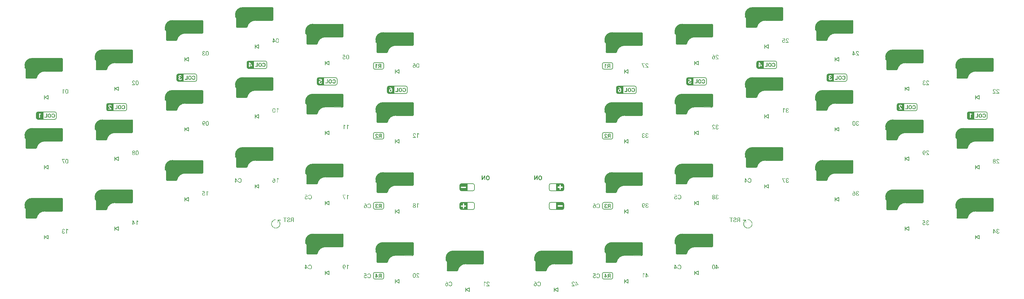
<source format=gbr>
%TF.GenerationSoftware,KiCad,Pcbnew,9.0.7*%
%TF.CreationDate,2026-02-08T19:38:27+03:00*%
%TF.ProjectId,mriya-pcb-1.1.3,6d726979-612d-4706-9362-2d312e312e33,1.1.3*%
%TF.SameCoordinates,Original*%
%TF.FileFunction,Legend,Bot*%
%TF.FilePolarity,Positive*%
%FSLAX46Y46*%
G04 Gerber Fmt 4.6, Leading zero omitted, Abs format (unit mm)*
G04 Created by KiCad (PCBNEW 9.0.7) date 2026-02-08 19:38:27*
%MOMM*%
%LPD*%
G01*
G04 APERTURE LIST*
%ADD10C,0.162500*%
%ADD11C,0.175000*%
%ADD12C,0.240000*%
%ADD13C,0.220000*%
%ADD14C,0.200000*%
%ADD15C,0.100000*%
%ADD16C,0.150000*%
%ADD17C,0.000000*%
G04 APERTURE END LIST*
D10*
G36*
X112630048Y-47293922D02*
G01*
X112695705Y-47310256D01*
X112751128Y-47336090D01*
X112797983Y-47371218D01*
X112837347Y-47416272D01*
X112873785Y-47481047D01*
X112902300Y-47564889D01*
X112921283Y-47672172D01*
X112928278Y-47807989D01*
X112928278Y-48010882D01*
X112919796Y-48140158D01*
X112899817Y-48243557D01*
X112870506Y-48325538D01*
X112833243Y-48389922D01*
X112793609Y-48434616D01*
X112746795Y-48469411D01*
X112691780Y-48494945D01*
X112626992Y-48511049D01*
X112550410Y-48516757D01*
X112472890Y-48510908D01*
X112407549Y-48494427D01*
X112352273Y-48468316D01*
X112305426Y-48432735D01*
X112265965Y-48386991D01*
X112229526Y-48321439D01*
X112200982Y-48236547D01*
X112181969Y-48127881D01*
X112174960Y-47990292D01*
X112174960Y-47793188D01*
X112175621Y-47782490D01*
X112326635Y-47782490D01*
X112326635Y-48031471D01*
X112335553Y-48156371D01*
X112355646Y-48244953D01*
X112383568Y-48305951D01*
X112414389Y-48343988D01*
X112451520Y-48370703D01*
X112496163Y-48387174D01*
X112550410Y-48393000D01*
X112605146Y-48386900D01*
X112650521Y-48369569D01*
X112688610Y-48341253D01*
X112720550Y-48300602D01*
X112749154Y-48236050D01*
X112769038Y-48143472D01*
X112776677Y-48014179D01*
X112776677Y-47770986D01*
X112768441Y-47649479D01*
X112749068Y-47562022D01*
X112721722Y-47500683D01*
X112691417Y-47462480D01*
X112654105Y-47435493D01*
X112608421Y-47418728D01*
X112552022Y-47412755D01*
X112495261Y-47418752D01*
X112449194Y-47435597D01*
X112411489Y-47462724D01*
X112380784Y-47501122D01*
X112353364Y-47562911D01*
X112334099Y-47653569D01*
X112326635Y-47782490D01*
X112175621Y-47782490D01*
X112183156Y-47660441D01*
X112202918Y-47555872D01*
X112231863Y-47474414D01*
X112268456Y-47411729D01*
X112307562Y-47368424D01*
X112354110Y-47334544D01*
X112409198Y-47309562D01*
X112474472Y-47293742D01*
X112552022Y-47288118D01*
X112630048Y-47293922D01*
G37*
G36*
X112036548Y-48129144D02*
G01*
X112036548Y-48218464D01*
X111493083Y-48218464D01*
X111493083Y-48498000D01*
X111340602Y-48498000D01*
X111340602Y-48218464D01*
X111175005Y-48218464D01*
X111175005Y-48094706D01*
X111340602Y-48094706D01*
X111493083Y-48094706D01*
X111864430Y-48094706D01*
X111511108Y-47542741D01*
X111493083Y-47509988D01*
X111493083Y-48094706D01*
X111340602Y-48094706D01*
X111340602Y-47302187D01*
X111502096Y-47302187D01*
X112036548Y-48129144D01*
G37*
D11*
G36*
X307702891Y-99627406D02*
G01*
X307588952Y-99627406D01*
X307519346Y-99619743D01*
X307464060Y-99600559D01*
X307420058Y-99570913D01*
X307386317Y-99530681D01*
X307365806Y-99482067D01*
X307358582Y-99422535D01*
X307365204Y-99354507D01*
X307383141Y-99303375D01*
X307410904Y-99265140D01*
X307449023Y-99237328D01*
X307499942Y-99219378D01*
X307567629Y-99212755D01*
X307630956Y-99219483D01*
X307682407Y-99238394D01*
X307724580Y-99268882D01*
X307756708Y-99309595D01*
X307776302Y-99358385D01*
X307783198Y-99417626D01*
X307934873Y-99417626D01*
X307928215Y-99348843D01*
X307908860Y-99287613D01*
X307876877Y-99232349D01*
X307831192Y-99181981D01*
X307776808Y-99141514D01*
X307715670Y-99112392D01*
X307646501Y-99094390D01*
X307567629Y-99088118D01*
X307483368Y-99094370D01*
X307412624Y-99111949D01*
X307353051Y-99139717D01*
X307302821Y-99177438D01*
X307261832Y-99225018D01*
X307232116Y-99281043D01*
X307213497Y-99347191D01*
X307206907Y-99425759D01*
X307212304Y-99476206D01*
X307228753Y-99526180D01*
X307257319Y-99576628D01*
X307294694Y-99620859D01*
X307340113Y-99657042D01*
X307394632Y-99685585D01*
X307332575Y-99711803D01*
X307282484Y-99746320D01*
X307242591Y-99789266D01*
X307213262Y-99839929D01*
X307195198Y-99898290D01*
X307188882Y-99966220D01*
X307195932Y-100045355D01*
X307216029Y-100113051D01*
X307248479Y-100171477D01*
X307293809Y-100222162D01*
X307348721Y-100262662D01*
X307411477Y-100292038D01*
X307483543Y-100310339D01*
X307566823Y-100316757D01*
X307650266Y-100310557D01*
X307722471Y-100292893D01*
X307785297Y-100264607D01*
X307840204Y-100225752D01*
X307886196Y-100176713D01*
X307918692Y-100121296D01*
X307938580Y-100058217D01*
X307945497Y-99985564D01*
X307793017Y-99985564D01*
X307785806Y-100045733D01*
X307765294Y-100095200D01*
X307731541Y-100136433D01*
X307687482Y-100167067D01*
X307633486Y-100186179D01*
X307566823Y-100193000D01*
X307495829Y-100185839D01*
X307441063Y-100166193D01*
X307398809Y-100135334D01*
X307367548Y-100093337D01*
X307347748Y-100039281D01*
X307340557Y-99969591D01*
X307348294Y-99902642D01*
X307369833Y-99850186D01*
X307404524Y-99808830D01*
X307450335Y-99778948D01*
X307510453Y-99759182D01*
X307588952Y-99751164D01*
X307702891Y-99751164D01*
X307702891Y-99627406D01*
G37*
G36*
X307036548Y-99929144D02*
G01*
X307036548Y-100018464D01*
X306493083Y-100018464D01*
X306493083Y-100298000D01*
X306340602Y-100298000D01*
X306340602Y-100018464D01*
X306175005Y-100018464D01*
X306175005Y-99894706D01*
X306340602Y-99894706D01*
X306493083Y-99894706D01*
X306864430Y-99894706D01*
X306511108Y-99342741D01*
X306493083Y-99309988D01*
X306493083Y-99894706D01*
X306340602Y-99894706D01*
X306340602Y-99102187D01*
X306502096Y-99102187D01*
X307036548Y-99929144D01*
G37*
G36*
X231141328Y-52998000D02*
G01*
X231923369Y-52998000D01*
X231923369Y-52888969D01*
X231510257Y-52429988D01*
X231427689Y-52328857D01*
X231383641Y-52260728D01*
X231357358Y-52193967D01*
X231348763Y-52125906D01*
X231355395Y-52065831D01*
X231374320Y-52015446D01*
X231405330Y-51972619D01*
X231446440Y-51939818D01*
X231495885Y-51919806D01*
X231556126Y-51912755D01*
X231628901Y-51920579D01*
X231686364Y-51942330D01*
X231731980Y-51977089D01*
X231765791Y-52023597D01*
X231787045Y-52082140D01*
X231794702Y-52156168D01*
X231946377Y-52156168D01*
X231939303Y-52075306D01*
X231919038Y-52005189D01*
X231886182Y-51943815D01*
X231840204Y-51889748D01*
X231784347Y-51846343D01*
X231719607Y-51814800D01*
X231644281Y-51795070D01*
X231556126Y-51788118D01*
X231473123Y-51794205D01*
X231402984Y-51811362D01*
X231343517Y-51838522D01*
X231293003Y-51875459D01*
X231251045Y-51922206D01*
X231221148Y-51975547D01*
X231202721Y-52036790D01*
X231196283Y-52107808D01*
X231203189Y-52171681D01*
X231225433Y-52243516D01*
X231266186Y-52325374D01*
X231329642Y-52419340D01*
X231420864Y-52527515D01*
X231740553Y-52874242D01*
X231141328Y-52874242D01*
X231141328Y-52998000D01*
G37*
G36*
X230524462Y-51811611D02*
G01*
X230619845Y-51835022D01*
X230701475Y-51871139D01*
X230771454Y-51919613D01*
X230831237Y-51981046D01*
X230878594Y-52051336D01*
X230917137Y-52134710D01*
X230946334Y-52233273D01*
X230965086Y-52349533D01*
X230971774Y-52486335D01*
X230971774Y-52544734D01*
X230964485Y-52648363D01*
X230943729Y-52738191D01*
X230910574Y-52816413D01*
X230865236Y-52884793D01*
X230807226Y-52943058D01*
X230742628Y-52983681D01*
X230670053Y-53008267D01*
X230587312Y-53016757D01*
X230504564Y-53009332D01*
X230433483Y-52988124D01*
X230371851Y-52953799D01*
X230318107Y-52905749D01*
X230275375Y-52847666D01*
X230244157Y-52780219D01*
X230224564Y-52701640D01*
X230218206Y-52617054D01*
X230367640Y-52617054D01*
X230374774Y-52696970D01*
X230394700Y-52762149D01*
X230426258Y-52815550D01*
X230458309Y-52848699D01*
X230495114Y-52872034D01*
X230537620Y-52886324D01*
X230587312Y-52891314D01*
X230634390Y-52885772D01*
X230676941Y-52869418D01*
X230716213Y-52841681D01*
X230752908Y-52800749D01*
X230788485Y-52737115D01*
X230811140Y-52658707D01*
X230819294Y-52561879D01*
X230819294Y-52505826D01*
X230798132Y-52461591D01*
X230768126Y-52422544D01*
X230728362Y-52388076D01*
X230682840Y-52361788D01*
X230635339Y-52346303D01*
X230584894Y-52341108D01*
X230522994Y-52349763D01*
X230471236Y-52374820D01*
X230427064Y-52417312D01*
X230395061Y-52471058D01*
X230374867Y-52536644D01*
X230367640Y-52617054D01*
X230218206Y-52617054D01*
X230217650Y-52609653D01*
X230223991Y-52522982D01*
X230242062Y-52447851D01*
X230270996Y-52382374D01*
X230310707Y-52325062D01*
X230360955Y-52276976D01*
X230418125Y-52242973D01*
X230483604Y-52222126D01*
X230559468Y-52214859D01*
X230639385Y-52222127D01*
X230707529Y-52242831D01*
X230766168Y-52276279D01*
X230816876Y-52323083D01*
X230802084Y-52231458D01*
X230776454Y-52154594D01*
X230740902Y-52090123D01*
X230695536Y-52036220D01*
X230640266Y-51992435D01*
X230576046Y-51960157D01*
X230501215Y-51939328D01*
X230413582Y-51930854D01*
X230385665Y-51930854D01*
X230385665Y-51802187D01*
X230412703Y-51802187D01*
X230524462Y-51811611D01*
G37*
G36*
X288702891Y-97327406D02*
G01*
X288588952Y-97327406D01*
X288519346Y-97319743D01*
X288464060Y-97300559D01*
X288420058Y-97270913D01*
X288386317Y-97230681D01*
X288365806Y-97182067D01*
X288358582Y-97122535D01*
X288365204Y-97054507D01*
X288383141Y-97003375D01*
X288410904Y-96965140D01*
X288449023Y-96937328D01*
X288499942Y-96919378D01*
X288567629Y-96912755D01*
X288630956Y-96919483D01*
X288682407Y-96938394D01*
X288724580Y-96968882D01*
X288756708Y-97009595D01*
X288776302Y-97058385D01*
X288783198Y-97117626D01*
X288934873Y-97117626D01*
X288928215Y-97048843D01*
X288908860Y-96987613D01*
X288876877Y-96932349D01*
X288831192Y-96881981D01*
X288776808Y-96841514D01*
X288715670Y-96812392D01*
X288646501Y-96794390D01*
X288567629Y-96788118D01*
X288483368Y-96794370D01*
X288412624Y-96811949D01*
X288353051Y-96839717D01*
X288302821Y-96877438D01*
X288261832Y-96925018D01*
X288232116Y-96981043D01*
X288213497Y-97047191D01*
X288206907Y-97125759D01*
X288212304Y-97176206D01*
X288228753Y-97226180D01*
X288257319Y-97276628D01*
X288294694Y-97320859D01*
X288340113Y-97357042D01*
X288394632Y-97385585D01*
X288332575Y-97411803D01*
X288282484Y-97446320D01*
X288242591Y-97489266D01*
X288213262Y-97539929D01*
X288195198Y-97598290D01*
X288188882Y-97666220D01*
X288195932Y-97745355D01*
X288216029Y-97813051D01*
X288248479Y-97871477D01*
X288293809Y-97922162D01*
X288348721Y-97962662D01*
X288411477Y-97992038D01*
X288483543Y-98010339D01*
X288566823Y-98016757D01*
X288650266Y-98010557D01*
X288722471Y-97992893D01*
X288785297Y-97964607D01*
X288840204Y-97925752D01*
X288886196Y-97876713D01*
X288918692Y-97821296D01*
X288938580Y-97758217D01*
X288945497Y-97685564D01*
X288793017Y-97685564D01*
X288785806Y-97745733D01*
X288765294Y-97795200D01*
X288731541Y-97836433D01*
X288687482Y-97867067D01*
X288633486Y-97886179D01*
X288566823Y-97893000D01*
X288495829Y-97885839D01*
X288441063Y-97866193D01*
X288398809Y-97835334D01*
X288367548Y-97793337D01*
X288347748Y-97739281D01*
X288340557Y-97669591D01*
X288348294Y-97602642D01*
X288369833Y-97550186D01*
X288404524Y-97508830D01*
X288450335Y-97478948D01*
X288510453Y-97459182D01*
X288588952Y-97451164D01*
X288702891Y-97451164D01*
X288702891Y-97327406D01*
G37*
G36*
X287911105Y-97400606D02*
G01*
X287850435Y-96802187D01*
X287238973Y-96802187D01*
X287238973Y-96942357D01*
X287721768Y-96942357D01*
X287757818Y-97271206D01*
X287697497Y-97242793D01*
X287631533Y-97225492D01*
X287558662Y-97219549D01*
X287478710Y-97226783D01*
X287410246Y-97247423D01*
X287351068Y-97280808D01*
X287299643Y-97327553D01*
X287259068Y-97383842D01*
X287229236Y-97449919D01*
X287210404Y-97527649D01*
X287203728Y-97619399D01*
X287210657Y-97711397D01*
X287230186Y-97788999D01*
X287261131Y-97854701D01*
X287303306Y-97910438D01*
X287356302Y-97955783D01*
X287418950Y-97988733D01*
X287493175Y-98009422D01*
X287581597Y-98016757D01*
X287660027Y-98010812D01*
X287728117Y-97993843D01*
X287787596Y-97966595D01*
X287839810Y-97929050D01*
X287883610Y-97882089D01*
X287917141Y-97826977D01*
X287940702Y-97762364D01*
X287953749Y-97686370D01*
X287810281Y-97686370D01*
X287794973Y-97752072D01*
X287770438Y-97802582D01*
X287737375Y-97840976D01*
X287695268Y-97869168D01*
X287644147Y-97886744D01*
X287581597Y-97893000D01*
X287514496Y-97884513D01*
X287460184Y-97860434D01*
X287415634Y-97820679D01*
X287383424Y-97769217D01*
X287362815Y-97703915D01*
X287355330Y-97621011D01*
X287363173Y-97543500D01*
X287385198Y-97480304D01*
X287420543Y-97428376D01*
X287468163Y-97388317D01*
X287525013Y-97364102D01*
X287593906Y-97355616D01*
X287658719Y-97361054D01*
X287709652Y-97375963D01*
X287749611Y-97399067D01*
X287789838Y-97431893D01*
X287911105Y-97400606D01*
G37*
D10*
G36*
X131424967Y-71998000D02*
G01*
X131577448Y-71998000D01*
X131577448Y-70986688D01*
X131883216Y-71099381D01*
X131883216Y-70961628D01*
X131448781Y-70797497D01*
X131424967Y-70797497D01*
X131424967Y-71998000D01*
G37*
G36*
X130482385Y-71998000D02*
G01*
X130634866Y-71998000D01*
X130634866Y-70986688D01*
X130940634Y-71099381D01*
X130940634Y-70961628D01*
X130506199Y-70797497D01*
X130482385Y-70797497D01*
X130482385Y-71998000D01*
G37*
G36*
X158921098Y-114221670D02*
G01*
X158939255Y-114314857D01*
X158968963Y-114393133D01*
X159009462Y-114458886D01*
X159060903Y-114513882D01*
X159122187Y-114557548D01*
X159193412Y-114589540D01*
X159276439Y-114609654D01*
X159373631Y-114616757D01*
X159457100Y-114610326D01*
X159531361Y-114591768D01*
X159597964Y-114561619D01*
X159658113Y-114519647D01*
X159712592Y-114464863D01*
X159756798Y-114402809D01*
X159791945Y-114332434D01*
X159817970Y-114252561D01*
X159834343Y-114161735D01*
X159840086Y-114058272D01*
X159840086Y-113943307D01*
X159833064Y-113833456D01*
X159812941Y-113736352D01*
X159780662Y-113650142D01*
X159734622Y-113571085D01*
X159678654Y-113506913D01*
X159612208Y-113455896D01*
X159536947Y-113418713D01*
X159453399Y-113395973D01*
X159359709Y-113388118D01*
X159265327Y-113395388D01*
X159184501Y-113416026D01*
X159114905Y-113449000D01*
X159054748Y-113494290D01*
X159004633Y-113550717D01*
X158965596Y-113617303D01*
X158937505Y-113695715D01*
X158921098Y-113788188D01*
X159079368Y-113788188D01*
X159100326Y-113695650D01*
X159130510Y-113628739D01*
X159168321Y-113581632D01*
X159217598Y-113547296D01*
X159280138Y-113525540D01*
X159359709Y-113517665D01*
X159432851Y-113525031D01*
X159495298Y-113546112D01*
X159549267Y-113580523D01*
X159596161Y-113629406D01*
X159631435Y-113686626D01*
X159658201Y-113756862D01*
X159675550Y-113842744D01*
X159681817Y-113947410D01*
X159681817Y-114063254D01*
X159676022Y-114161675D01*
X159659792Y-114244582D01*
X159634447Y-114314366D01*
X159600704Y-114373052D01*
X159555694Y-114423711D01*
X159503883Y-114459056D01*
X159443943Y-114480583D01*
X159373631Y-114488090D01*
X159288061Y-114480573D01*
X159222476Y-114460142D01*
X159172424Y-114428666D01*
X159133895Y-114383993D01*
X159102295Y-114317362D01*
X159079368Y-114221670D01*
X158921098Y-114221670D01*
G37*
G36*
X158289431Y-113411611D02*
G01*
X158384814Y-113435022D01*
X158466444Y-113471139D01*
X158536423Y-113519613D01*
X158596206Y-113581046D01*
X158643563Y-113651336D01*
X158682106Y-113734710D01*
X158711303Y-113833273D01*
X158730055Y-113949533D01*
X158736744Y-114086335D01*
X158736744Y-114144734D01*
X158729454Y-114248363D01*
X158708698Y-114338191D01*
X158675543Y-114416413D01*
X158630205Y-114484793D01*
X158572195Y-114543058D01*
X158507597Y-114583681D01*
X158435023Y-114608267D01*
X158352281Y-114616757D01*
X158269533Y-114609332D01*
X158198453Y-114588124D01*
X158136820Y-114553799D01*
X158083077Y-114505749D01*
X158040344Y-114447666D01*
X158009126Y-114380219D01*
X157989533Y-114301640D01*
X157983175Y-114217054D01*
X158132609Y-114217054D01*
X158139743Y-114296970D01*
X158159669Y-114362149D01*
X158191227Y-114415550D01*
X158223278Y-114448699D01*
X158260083Y-114472034D01*
X158302589Y-114486324D01*
X158352281Y-114491314D01*
X158399360Y-114485772D01*
X158441910Y-114469418D01*
X158481182Y-114441681D01*
X158517878Y-114400749D01*
X158553454Y-114337115D01*
X158576109Y-114258707D01*
X158584263Y-114161879D01*
X158584263Y-114105826D01*
X158563101Y-114061591D01*
X158533096Y-114022544D01*
X158493331Y-113988076D01*
X158447810Y-113961788D01*
X158400308Y-113946303D01*
X158349863Y-113941108D01*
X158287963Y-113949763D01*
X158236205Y-113974820D01*
X158192033Y-114017312D01*
X158160030Y-114071058D01*
X158139836Y-114136644D01*
X158132609Y-114217054D01*
X157983175Y-114217054D01*
X157982619Y-114209653D01*
X157988960Y-114122982D01*
X158007032Y-114047851D01*
X158035966Y-113982374D01*
X158075676Y-113925062D01*
X158125924Y-113876976D01*
X158183094Y-113842973D01*
X158248573Y-113822126D01*
X158324437Y-113814859D01*
X158404354Y-113822127D01*
X158472498Y-113842831D01*
X158531137Y-113876279D01*
X158581845Y-113923083D01*
X158567054Y-113831458D01*
X158541423Y-113754594D01*
X158505871Y-113690123D01*
X158460505Y-113636220D01*
X158405235Y-113592435D01*
X158341015Y-113560157D01*
X158266184Y-113539328D01*
X158178551Y-113530854D01*
X158150634Y-113530854D01*
X158150634Y-113402187D01*
X158177672Y-113402187D01*
X158289431Y-113411611D01*
G37*
G36*
X74630048Y-77793922D02*
G01*
X74695705Y-77810256D01*
X74751128Y-77836090D01*
X74797983Y-77871218D01*
X74837347Y-77916272D01*
X74873785Y-77981047D01*
X74902300Y-78064889D01*
X74921283Y-78172172D01*
X74928278Y-78307989D01*
X74928278Y-78510882D01*
X74919796Y-78640158D01*
X74899817Y-78743557D01*
X74870506Y-78825538D01*
X74833243Y-78889922D01*
X74793609Y-78934616D01*
X74746795Y-78969411D01*
X74691780Y-78994945D01*
X74626992Y-79011049D01*
X74550410Y-79016757D01*
X74472890Y-79010908D01*
X74407549Y-78994427D01*
X74352273Y-78968316D01*
X74305426Y-78932735D01*
X74265965Y-78886991D01*
X74229526Y-78821439D01*
X74200982Y-78736547D01*
X74181969Y-78627881D01*
X74174960Y-78490292D01*
X74174960Y-78293188D01*
X74175621Y-78282490D01*
X74326635Y-78282490D01*
X74326635Y-78531471D01*
X74335553Y-78656371D01*
X74355646Y-78744953D01*
X74383568Y-78805951D01*
X74414389Y-78843988D01*
X74451520Y-78870703D01*
X74496163Y-78887174D01*
X74550410Y-78893000D01*
X74605146Y-78886900D01*
X74650521Y-78869569D01*
X74688610Y-78841253D01*
X74720550Y-78800602D01*
X74749154Y-78736050D01*
X74769038Y-78643472D01*
X74776677Y-78514179D01*
X74776677Y-78270986D01*
X74768441Y-78149479D01*
X74749068Y-78062022D01*
X74721722Y-78000683D01*
X74691417Y-77962480D01*
X74654105Y-77935493D01*
X74608421Y-77918728D01*
X74552022Y-77912755D01*
X74495261Y-77918752D01*
X74449194Y-77935597D01*
X74411489Y-77962724D01*
X74380784Y-78001122D01*
X74353364Y-78062911D01*
X74334099Y-78153569D01*
X74326635Y-78282490D01*
X74175621Y-78282490D01*
X74183156Y-78160441D01*
X74202918Y-78055872D01*
X74231863Y-77974414D01*
X74268456Y-77911729D01*
X74307562Y-77868424D01*
X74354110Y-77834544D01*
X74409198Y-77809562D01*
X74474472Y-77793742D01*
X74552022Y-77788118D01*
X74630048Y-77793922D01*
G37*
G36*
X73687077Y-77794166D02*
G01*
X73754545Y-77811365D01*
X73812913Y-77838898D01*
X73863624Y-77876778D01*
X73905337Y-77924148D01*
X73935263Y-77978838D01*
X73953826Y-78042289D01*
X73960344Y-78116527D01*
X73955115Y-78174250D01*
X73939820Y-78226714D01*
X73914475Y-78275016D01*
X73880398Y-78317849D01*
X73838845Y-78354125D01*
X73788959Y-78384193D01*
X73847606Y-78415768D01*
X73896005Y-78455086D01*
X73935358Y-78502528D01*
X73964673Y-78556570D01*
X73982224Y-78614500D01*
X73988188Y-78677504D01*
X73981289Y-78753034D01*
X73961546Y-78818113D01*
X73929505Y-78874756D01*
X73884507Y-78924360D01*
X73830373Y-78963634D01*
X73767520Y-78992356D01*
X73694306Y-79010392D01*
X73608634Y-79016757D01*
X73523873Y-79010453D01*
X73451045Y-78992549D01*
X73388154Y-78963965D01*
X73333641Y-78924800D01*
X73288278Y-78875356D01*
X73255971Y-78818718D01*
X73236049Y-78753456D01*
X73229081Y-78677504D01*
X73229394Y-78674280D01*
X73380756Y-78674280D01*
X73388007Y-78739143D01*
X73408399Y-78791526D01*
X73441426Y-78834235D01*
X73485222Y-78865970D01*
X73539924Y-78885857D01*
X73608634Y-78893000D01*
X73677966Y-78885873D01*
X73732772Y-78866099D01*
X73776283Y-78834674D01*
X73808997Y-78792250D01*
X73829276Y-78739782D01*
X73836513Y-78674353D01*
X73829205Y-78608895D01*
X73808479Y-78554912D01*
X73774671Y-78509856D01*
X73729915Y-78475702D01*
X73676009Y-78454752D01*
X73610320Y-78447354D01*
X73544598Y-78454799D01*
X73490087Y-78475978D01*
X73444283Y-78510662D01*
X73409372Y-78556300D01*
X73388173Y-78610050D01*
X73380756Y-78674280D01*
X73229394Y-78674280D01*
X73235248Y-78614074D01*
X73253361Y-78556176D01*
X73283596Y-78502528D01*
X73323845Y-78455563D01*
X73372806Y-78416526D01*
X73431607Y-78385072D01*
X73381136Y-78355005D01*
X73338921Y-78318724D01*
X73304112Y-78275896D01*
X73278080Y-78227506D01*
X73262372Y-78174792D01*
X73257221Y-78119018D01*
X73408599Y-78119018D01*
X73415045Y-78177582D01*
X73433327Y-78225977D01*
X73463114Y-78266443D01*
X73502631Y-78297207D01*
X73550343Y-78316058D01*
X73608634Y-78322717D01*
X73666925Y-78316058D01*
X73714637Y-78297207D01*
X73754154Y-78266443D01*
X73783938Y-78225976D01*
X73802221Y-78177558D01*
X73808669Y-78118945D01*
X73802025Y-78057701D01*
X73783388Y-78008341D01*
X73753348Y-77968223D01*
X73713433Y-77937827D01*
X73665926Y-77919275D01*
X73608634Y-77912755D01*
X73553115Y-77919387D01*
X73505941Y-77938496D01*
X73465166Y-77970274D01*
X73434131Y-78011657D01*
X73415226Y-78060521D01*
X73408599Y-78119018D01*
X73257221Y-78119018D01*
X73256998Y-78116600D01*
X73263540Y-78042391D01*
X73282177Y-77978949D01*
X73312235Y-77924249D01*
X73354158Y-77876852D01*
X73405023Y-77838895D01*
X73463380Y-77811341D01*
X73530639Y-77794154D01*
X73608634Y-77788118D01*
X73687077Y-77794166D01*
G37*
D11*
G36*
X250712891Y-85827406D02*
G01*
X250598952Y-85827406D01*
X250529346Y-85819743D01*
X250474060Y-85800559D01*
X250430058Y-85770913D01*
X250396317Y-85730681D01*
X250375806Y-85682067D01*
X250368582Y-85622535D01*
X250375204Y-85554507D01*
X250393141Y-85503375D01*
X250420904Y-85465140D01*
X250459023Y-85437328D01*
X250509942Y-85419378D01*
X250577629Y-85412755D01*
X250640956Y-85419483D01*
X250692407Y-85438394D01*
X250734580Y-85468882D01*
X250766708Y-85509595D01*
X250786302Y-85558385D01*
X250793198Y-85617626D01*
X250944873Y-85617626D01*
X250938215Y-85548843D01*
X250918860Y-85487613D01*
X250886877Y-85432349D01*
X250841192Y-85381981D01*
X250786808Y-85341514D01*
X250725670Y-85312392D01*
X250656501Y-85294390D01*
X250577629Y-85288118D01*
X250493368Y-85294370D01*
X250422624Y-85311949D01*
X250363051Y-85339717D01*
X250312821Y-85377438D01*
X250271832Y-85425018D01*
X250242116Y-85481043D01*
X250223497Y-85547191D01*
X250216907Y-85625759D01*
X250222304Y-85676206D01*
X250238753Y-85726180D01*
X250267319Y-85776628D01*
X250304694Y-85820859D01*
X250350113Y-85857042D01*
X250404632Y-85885585D01*
X250342575Y-85911803D01*
X250292484Y-85946320D01*
X250252591Y-85989266D01*
X250223262Y-86039929D01*
X250205198Y-86098290D01*
X250198882Y-86166220D01*
X250205932Y-86245355D01*
X250226029Y-86313051D01*
X250258479Y-86371477D01*
X250303809Y-86422162D01*
X250358721Y-86462662D01*
X250421477Y-86492038D01*
X250493543Y-86510339D01*
X250576823Y-86516757D01*
X250660266Y-86510557D01*
X250732471Y-86492893D01*
X250795297Y-86464607D01*
X250850204Y-86425752D01*
X250896196Y-86376713D01*
X250928692Y-86321296D01*
X250948580Y-86258217D01*
X250955497Y-86185564D01*
X250803017Y-86185564D01*
X250795806Y-86245733D01*
X250775294Y-86295200D01*
X250741541Y-86336433D01*
X250697482Y-86367067D01*
X250643486Y-86386179D01*
X250576823Y-86393000D01*
X250505829Y-86385839D01*
X250451063Y-86366193D01*
X250408809Y-86335334D01*
X250377548Y-86293337D01*
X250357748Y-86239281D01*
X250350557Y-86169591D01*
X250358294Y-86102642D01*
X250379833Y-86050186D01*
X250414524Y-86008830D01*
X250460335Y-85978948D01*
X250520453Y-85959182D01*
X250598952Y-85951164D01*
X250712891Y-85951164D01*
X250712891Y-85827406D01*
G37*
G36*
X249220250Y-85387476D02*
G01*
X249714548Y-86498000D01*
X249873550Y-86498000D01*
X249380937Y-85426824D01*
X250026911Y-85426824D01*
X250026911Y-85302187D01*
X249220250Y-85302187D01*
X249220250Y-85387476D01*
G37*
D10*
G36*
X55630048Y-80093922D02*
G01*
X55695705Y-80110256D01*
X55751128Y-80136090D01*
X55797983Y-80171218D01*
X55837347Y-80216272D01*
X55873785Y-80281047D01*
X55902300Y-80364889D01*
X55921283Y-80472172D01*
X55928278Y-80607989D01*
X55928278Y-80810882D01*
X55919796Y-80940158D01*
X55899817Y-81043557D01*
X55870506Y-81125538D01*
X55833243Y-81189922D01*
X55793609Y-81234616D01*
X55746795Y-81269411D01*
X55691780Y-81294945D01*
X55626992Y-81311049D01*
X55550410Y-81316757D01*
X55472890Y-81310908D01*
X55407549Y-81294427D01*
X55352273Y-81268316D01*
X55305426Y-81232735D01*
X55265965Y-81186991D01*
X55229526Y-81121439D01*
X55200982Y-81036547D01*
X55181969Y-80927881D01*
X55174960Y-80790292D01*
X55174960Y-80593188D01*
X55175621Y-80582490D01*
X55326635Y-80582490D01*
X55326635Y-80831471D01*
X55335553Y-80956371D01*
X55355646Y-81044953D01*
X55383568Y-81105951D01*
X55414389Y-81143988D01*
X55451520Y-81170703D01*
X55496163Y-81187174D01*
X55550410Y-81193000D01*
X55605146Y-81186900D01*
X55650521Y-81169569D01*
X55688610Y-81141253D01*
X55720550Y-81100602D01*
X55749154Y-81036050D01*
X55769038Y-80943472D01*
X55776677Y-80814179D01*
X55776677Y-80570986D01*
X55768441Y-80449479D01*
X55749068Y-80362022D01*
X55721722Y-80300683D01*
X55691417Y-80262480D01*
X55654105Y-80235493D01*
X55608421Y-80218728D01*
X55552022Y-80212755D01*
X55495261Y-80218752D01*
X55449194Y-80235597D01*
X55411489Y-80262724D01*
X55380784Y-80301122D01*
X55353364Y-80362911D01*
X55334099Y-80453569D01*
X55326635Y-80582490D01*
X55175621Y-80582490D01*
X55183156Y-80460441D01*
X55202918Y-80355872D01*
X55231863Y-80274414D01*
X55268456Y-80211729D01*
X55307562Y-80168424D01*
X55354110Y-80134544D01*
X55409198Y-80109562D01*
X55474472Y-80093742D01*
X55552022Y-80088118D01*
X55630048Y-80093922D01*
G37*
G36*
X54210250Y-80187476D02*
G01*
X54704548Y-81298000D01*
X54863550Y-81298000D01*
X54370937Y-80226824D01*
X55016911Y-80226824D01*
X55016911Y-80102187D01*
X54210250Y-80102187D01*
X54210250Y-80187476D01*
G37*
G36*
X93630048Y-69793922D02*
G01*
X93695705Y-69810256D01*
X93751128Y-69836090D01*
X93797983Y-69871218D01*
X93837347Y-69916272D01*
X93873785Y-69981047D01*
X93902300Y-70064889D01*
X93921283Y-70172172D01*
X93928278Y-70307989D01*
X93928278Y-70510882D01*
X93919796Y-70640158D01*
X93899817Y-70743557D01*
X93870506Y-70825538D01*
X93833243Y-70889922D01*
X93793609Y-70934616D01*
X93746795Y-70969411D01*
X93691780Y-70994945D01*
X93626992Y-71011049D01*
X93550410Y-71016757D01*
X93472890Y-71010908D01*
X93407549Y-70994427D01*
X93352273Y-70968316D01*
X93305426Y-70932735D01*
X93265965Y-70886991D01*
X93229526Y-70821439D01*
X93200982Y-70736547D01*
X93181969Y-70627881D01*
X93174960Y-70490292D01*
X93174960Y-70293188D01*
X93175621Y-70282490D01*
X93326635Y-70282490D01*
X93326635Y-70531471D01*
X93335553Y-70656371D01*
X93355646Y-70744953D01*
X93383568Y-70805951D01*
X93414389Y-70843988D01*
X93451520Y-70870703D01*
X93496163Y-70887174D01*
X93550410Y-70893000D01*
X93605146Y-70886900D01*
X93650521Y-70869569D01*
X93688610Y-70841253D01*
X93720550Y-70800602D01*
X93749154Y-70736050D01*
X93769038Y-70643472D01*
X93776677Y-70514179D01*
X93776677Y-70270986D01*
X93768441Y-70149479D01*
X93749068Y-70062022D01*
X93721722Y-70000683D01*
X93691417Y-69962480D01*
X93654105Y-69935493D01*
X93608421Y-69918728D01*
X93552022Y-69912755D01*
X93495261Y-69918752D01*
X93449194Y-69935597D01*
X93411489Y-69962724D01*
X93380784Y-70001122D01*
X93353364Y-70062911D01*
X93334099Y-70153569D01*
X93326635Y-70282490D01*
X93175621Y-70282490D01*
X93183156Y-70160441D01*
X93202918Y-70055872D01*
X93231863Y-69974414D01*
X93268456Y-69911729D01*
X93307562Y-69868424D01*
X93354110Y-69834544D01*
X93409198Y-69809562D01*
X93474472Y-69793742D01*
X93552022Y-69788118D01*
X93630048Y-69793922D01*
G37*
G36*
X92701208Y-69794047D02*
G01*
X92765734Y-69811147D01*
X92823397Y-69838969D01*
X92874401Y-69877423D01*
X92917286Y-69925931D01*
X92952504Y-69985808D01*
X92977420Y-70051200D01*
X92992731Y-70122742D01*
X92998006Y-70201524D01*
X92993202Y-70275000D01*
X92979180Y-70342682D01*
X92956241Y-70405442D01*
X92923808Y-70463326D01*
X92884417Y-70510608D01*
X92837758Y-70548544D01*
X92784623Y-70576427D01*
X92725130Y-70593488D01*
X92657800Y-70599395D01*
X92581794Y-70590666D01*
X92513160Y-70564957D01*
X92451710Y-70524931D01*
X92399587Y-70473879D01*
X92411279Y-70576836D01*
X92434498Y-70658396D01*
X92467456Y-70722577D01*
X92509496Y-70772539D01*
X92562214Y-70812157D01*
X92626261Y-70842091D01*
X92703897Y-70861880D01*
X92797971Y-70870138D01*
X92829992Y-70870138D01*
X92829992Y-70998000D01*
X92800463Y-70998000D01*
X92687688Y-70989062D01*
X92592195Y-70967177D01*
X92511278Y-70933751D01*
X92442710Y-70889375D01*
X92384859Y-70833795D01*
X92339505Y-70769654D01*
X92301941Y-70689962D01*
X92272944Y-70591783D01*
X92253977Y-70471619D01*
X92247106Y-70325501D01*
X92247106Y-70281244D01*
X92249031Y-70250763D01*
X92398781Y-70250763D01*
X92398781Y-70311506D01*
X92422135Y-70354675D01*
X92453183Y-70393088D01*
X92492643Y-70427204D01*
X92537340Y-70453394D01*
X92583891Y-70468793D01*
X92633254Y-70473952D01*
X92680542Y-70468870D01*
X92721642Y-70454176D01*
X92757924Y-70429861D01*
X92790204Y-70394817D01*
X92821906Y-70339271D01*
X92841770Y-70272969D01*
X92848823Y-70193317D01*
X92841432Y-70111648D01*
X92820810Y-70045272D01*
X92788153Y-69991084D01*
X92743148Y-69948335D01*
X92690446Y-69923091D01*
X92627465Y-69914367D01*
X92580612Y-69920070D01*
X92538447Y-69936897D01*
X92499659Y-69965512D01*
X92463554Y-70007937D01*
X92428823Y-70073263D01*
X92406718Y-70153059D01*
X92398781Y-70250763D01*
X92249031Y-70250763D01*
X92254380Y-70166084D01*
X92274745Y-70069467D01*
X92306595Y-69988412D01*
X92349175Y-69920449D01*
X92405015Y-69862459D01*
X92468927Y-69821713D01*
X92542522Y-69796804D01*
X92628345Y-69788118D01*
X92701208Y-69794047D01*
G37*
G36*
X136921098Y-112021670D02*
G01*
X136939255Y-112114857D01*
X136968963Y-112193133D01*
X137009462Y-112258886D01*
X137060903Y-112313882D01*
X137122187Y-112357548D01*
X137193412Y-112389540D01*
X137276439Y-112409654D01*
X137373631Y-112416757D01*
X137457100Y-112410326D01*
X137531361Y-112391768D01*
X137597964Y-112361619D01*
X137658113Y-112319647D01*
X137712592Y-112264863D01*
X137756798Y-112202809D01*
X137791945Y-112132434D01*
X137817970Y-112052561D01*
X137834343Y-111961735D01*
X137840086Y-111858272D01*
X137840086Y-111743307D01*
X137833064Y-111633456D01*
X137812941Y-111536352D01*
X137780662Y-111450142D01*
X137734622Y-111371085D01*
X137678654Y-111306913D01*
X137612208Y-111255896D01*
X137536947Y-111218713D01*
X137453399Y-111195973D01*
X137359709Y-111188118D01*
X137265327Y-111195388D01*
X137184501Y-111216026D01*
X137114905Y-111249000D01*
X137054748Y-111294290D01*
X137004633Y-111350717D01*
X136965596Y-111417303D01*
X136937505Y-111495715D01*
X136921098Y-111588188D01*
X137079368Y-111588188D01*
X137100326Y-111495650D01*
X137130510Y-111428739D01*
X137168321Y-111381632D01*
X137217598Y-111347296D01*
X137280138Y-111325540D01*
X137359709Y-111317665D01*
X137432851Y-111325031D01*
X137495298Y-111346112D01*
X137549267Y-111380523D01*
X137596161Y-111429406D01*
X137631435Y-111486626D01*
X137658201Y-111556862D01*
X137675550Y-111642744D01*
X137681817Y-111747410D01*
X137681817Y-111863254D01*
X137676022Y-111961675D01*
X137659792Y-112044582D01*
X137634447Y-112114366D01*
X137600704Y-112173052D01*
X137555694Y-112223711D01*
X137503883Y-112259056D01*
X137443943Y-112280583D01*
X137373631Y-112288090D01*
X137288061Y-112280573D01*
X137222476Y-112260142D01*
X137172424Y-112228666D01*
X137133895Y-112183993D01*
X137102295Y-112117362D01*
X137079368Y-112021670D01*
X136921098Y-112021670D01*
G37*
G36*
X136676074Y-111800606D02*
G01*
X136615404Y-111202187D01*
X136003942Y-111202187D01*
X136003942Y-111342357D01*
X136486737Y-111342357D01*
X136522787Y-111671206D01*
X136462466Y-111642793D01*
X136396502Y-111625492D01*
X136323631Y-111619549D01*
X136243679Y-111626783D01*
X136175215Y-111647423D01*
X136116037Y-111680808D01*
X136064612Y-111727553D01*
X136024037Y-111783842D01*
X135994205Y-111849919D01*
X135975373Y-111927649D01*
X135968698Y-112019399D01*
X135975627Y-112111397D01*
X135995155Y-112188999D01*
X136026100Y-112254701D01*
X136068275Y-112310438D01*
X136121271Y-112355783D01*
X136183919Y-112388733D01*
X136258144Y-112409422D01*
X136346566Y-112416757D01*
X136424996Y-112410812D01*
X136493086Y-112393843D01*
X136552566Y-112366595D01*
X136604779Y-112329050D01*
X136648580Y-112282089D01*
X136682110Y-112226977D01*
X136705671Y-112162364D01*
X136718719Y-112086370D01*
X136575250Y-112086370D01*
X136559942Y-112152072D01*
X136535408Y-112202582D01*
X136502344Y-112240976D01*
X136460237Y-112269168D01*
X136409116Y-112286744D01*
X136346566Y-112293000D01*
X136279465Y-112284513D01*
X136225154Y-112260434D01*
X136180603Y-112220679D01*
X136148393Y-112169217D01*
X136127785Y-112103915D01*
X136120299Y-112021011D01*
X136128142Y-111943500D01*
X136150167Y-111880304D01*
X136185512Y-111828376D01*
X136233133Y-111788317D01*
X136289982Y-111764102D01*
X136358876Y-111755616D01*
X136423688Y-111761054D01*
X136474622Y-111775963D01*
X136514580Y-111799067D01*
X136554807Y-111831893D01*
X136676074Y-111800606D01*
G37*
G36*
X131630048Y-51793922D02*
G01*
X131695705Y-51810256D01*
X131751128Y-51836090D01*
X131797983Y-51871218D01*
X131837347Y-51916272D01*
X131873785Y-51981047D01*
X131902300Y-52064889D01*
X131921283Y-52172172D01*
X131928278Y-52307989D01*
X131928278Y-52510882D01*
X131919796Y-52640158D01*
X131899817Y-52743557D01*
X131870506Y-52825538D01*
X131833243Y-52889922D01*
X131793609Y-52934616D01*
X131746795Y-52969411D01*
X131691780Y-52994945D01*
X131626992Y-53011049D01*
X131550410Y-53016757D01*
X131472890Y-53010908D01*
X131407549Y-52994427D01*
X131352273Y-52968316D01*
X131305426Y-52932735D01*
X131265965Y-52886991D01*
X131229526Y-52821439D01*
X131200982Y-52736547D01*
X131181969Y-52627881D01*
X131174960Y-52490292D01*
X131174960Y-52293188D01*
X131175621Y-52282490D01*
X131326635Y-52282490D01*
X131326635Y-52531471D01*
X131335553Y-52656371D01*
X131355646Y-52744953D01*
X131383568Y-52805951D01*
X131414389Y-52843988D01*
X131451520Y-52870703D01*
X131496163Y-52887174D01*
X131550410Y-52893000D01*
X131605146Y-52886900D01*
X131650521Y-52869569D01*
X131688610Y-52841253D01*
X131720550Y-52800602D01*
X131749154Y-52736050D01*
X131769038Y-52643472D01*
X131776677Y-52514179D01*
X131776677Y-52270986D01*
X131768441Y-52149479D01*
X131749068Y-52062022D01*
X131721722Y-52000683D01*
X131691417Y-51962480D01*
X131654105Y-51935493D01*
X131608421Y-51918728D01*
X131552022Y-51912755D01*
X131495261Y-51918752D01*
X131449194Y-51935597D01*
X131411489Y-51962724D01*
X131380784Y-52001122D01*
X131353364Y-52062911D01*
X131334099Y-52153569D01*
X131326635Y-52282490D01*
X131175621Y-52282490D01*
X131183156Y-52160441D01*
X131202918Y-52055872D01*
X131231863Y-51974414D01*
X131268456Y-51911729D01*
X131307562Y-51868424D01*
X131354110Y-51834544D01*
X131409198Y-51809562D01*
X131474472Y-51793742D01*
X131552022Y-51788118D01*
X131630048Y-51793922D01*
G37*
G36*
X130911105Y-52400606D02*
G01*
X130850435Y-51802187D01*
X130238973Y-51802187D01*
X130238973Y-51942357D01*
X130721768Y-51942357D01*
X130757818Y-52271206D01*
X130697497Y-52242793D01*
X130631533Y-52225492D01*
X130558662Y-52219549D01*
X130478710Y-52226783D01*
X130410246Y-52247423D01*
X130351068Y-52280808D01*
X130299643Y-52327553D01*
X130259068Y-52383842D01*
X130229236Y-52449919D01*
X130210404Y-52527649D01*
X130203728Y-52619399D01*
X130210657Y-52711397D01*
X130230186Y-52788999D01*
X130261131Y-52854701D01*
X130303306Y-52910438D01*
X130356302Y-52955783D01*
X130418950Y-52988733D01*
X130493175Y-53009422D01*
X130581597Y-53016757D01*
X130660027Y-53010812D01*
X130728117Y-52993843D01*
X130787596Y-52966595D01*
X130839810Y-52929050D01*
X130883610Y-52882089D01*
X130917141Y-52826977D01*
X130940702Y-52762364D01*
X130953749Y-52686370D01*
X130810281Y-52686370D01*
X130794973Y-52752072D01*
X130770438Y-52802582D01*
X130737375Y-52840976D01*
X130695268Y-52869168D01*
X130644147Y-52886744D01*
X130581597Y-52893000D01*
X130514496Y-52884513D01*
X130460184Y-52860434D01*
X130415634Y-52820679D01*
X130383424Y-52769217D01*
X130362815Y-52703915D01*
X130355330Y-52621011D01*
X130363173Y-52543500D01*
X130385198Y-52480304D01*
X130420543Y-52428376D01*
X130468163Y-52388317D01*
X130525013Y-52364102D01*
X130593906Y-52355616D01*
X130658719Y-52361054D01*
X130709652Y-52375963D01*
X130749611Y-52399067D01*
X130789838Y-52431893D01*
X130911105Y-52400606D01*
G37*
D11*
G36*
X193979130Y-114229144D02*
G01*
X193979130Y-114318464D01*
X193435665Y-114318464D01*
X193435665Y-114598000D01*
X193283184Y-114598000D01*
X193283184Y-114318464D01*
X193117587Y-114318464D01*
X193117587Y-114194706D01*
X193283184Y-114194706D01*
X193435665Y-114194706D01*
X193807012Y-114194706D01*
X193453690Y-113642741D01*
X193435665Y-113609988D01*
X193435665Y-114194706D01*
X193283184Y-114194706D01*
X193283184Y-113402187D01*
X193444677Y-113402187D01*
X193979130Y-114229144D01*
G37*
G36*
X192198746Y-114598000D02*
G01*
X192980787Y-114598000D01*
X192980787Y-114488969D01*
X192567675Y-114029988D01*
X192485107Y-113928857D01*
X192441059Y-113860728D01*
X192414776Y-113793967D01*
X192406181Y-113725906D01*
X192412813Y-113665831D01*
X192431738Y-113615446D01*
X192462748Y-113572619D01*
X192503858Y-113539818D01*
X192553303Y-113519806D01*
X192613544Y-113512755D01*
X192686319Y-113520579D01*
X192743782Y-113542330D01*
X192789398Y-113577089D01*
X192823209Y-113623597D01*
X192844463Y-113682140D01*
X192852120Y-113756168D01*
X193003795Y-113756168D01*
X192996721Y-113675306D01*
X192976456Y-113605189D01*
X192943600Y-113543815D01*
X192897622Y-113489748D01*
X192841765Y-113446343D01*
X192777025Y-113414800D01*
X192701699Y-113395070D01*
X192613544Y-113388118D01*
X192530541Y-113394205D01*
X192460402Y-113411362D01*
X192400935Y-113438522D01*
X192350421Y-113475459D01*
X192308463Y-113522206D01*
X192278566Y-113575547D01*
X192260139Y-113636790D01*
X192253701Y-113707808D01*
X192260607Y-113771681D01*
X192282851Y-113843516D01*
X192323604Y-113925374D01*
X192387060Y-114019340D01*
X192478282Y-114127515D01*
X192797971Y-114474242D01*
X192198746Y-114474242D01*
X192198746Y-114598000D01*
G37*
D10*
G36*
X150424967Y-93298000D02*
G01*
X150577448Y-93298000D01*
X150577448Y-92286688D01*
X150883216Y-92399381D01*
X150883216Y-92261628D01*
X150448781Y-92097497D01*
X150424967Y-92097497D01*
X150424967Y-93298000D01*
G37*
G36*
X149687077Y-92094166D02*
G01*
X149754545Y-92111365D01*
X149812913Y-92138898D01*
X149863624Y-92176778D01*
X149905337Y-92224148D01*
X149935263Y-92278838D01*
X149953826Y-92342289D01*
X149960344Y-92416527D01*
X149955115Y-92474250D01*
X149939820Y-92526714D01*
X149914475Y-92575016D01*
X149880398Y-92617849D01*
X149838845Y-92654125D01*
X149788959Y-92684193D01*
X149847606Y-92715768D01*
X149896005Y-92755086D01*
X149935358Y-92802528D01*
X149964673Y-92856570D01*
X149982224Y-92914500D01*
X149988188Y-92977504D01*
X149981289Y-93053034D01*
X149961546Y-93118113D01*
X149929505Y-93174756D01*
X149884507Y-93224360D01*
X149830373Y-93263634D01*
X149767520Y-93292356D01*
X149694306Y-93310392D01*
X149608634Y-93316757D01*
X149523873Y-93310453D01*
X149451045Y-93292549D01*
X149388154Y-93263965D01*
X149333641Y-93224800D01*
X149288278Y-93175356D01*
X149255971Y-93118718D01*
X149236049Y-93053456D01*
X149229081Y-92977504D01*
X149229394Y-92974280D01*
X149380756Y-92974280D01*
X149388007Y-93039143D01*
X149408399Y-93091526D01*
X149441426Y-93134235D01*
X149485222Y-93165970D01*
X149539924Y-93185857D01*
X149608634Y-93193000D01*
X149677966Y-93185873D01*
X149732772Y-93166099D01*
X149776283Y-93134674D01*
X149808997Y-93092250D01*
X149829276Y-93039782D01*
X149836513Y-92974353D01*
X149829205Y-92908895D01*
X149808479Y-92854912D01*
X149774671Y-92809856D01*
X149729915Y-92775702D01*
X149676009Y-92754752D01*
X149610320Y-92747354D01*
X149544598Y-92754799D01*
X149490087Y-92775978D01*
X149444283Y-92810662D01*
X149409372Y-92856300D01*
X149388173Y-92910050D01*
X149380756Y-92974280D01*
X149229394Y-92974280D01*
X149235248Y-92914074D01*
X149253361Y-92856176D01*
X149283596Y-92802528D01*
X149323845Y-92755563D01*
X149372806Y-92716526D01*
X149431607Y-92685072D01*
X149381136Y-92655005D01*
X149338921Y-92618724D01*
X149304112Y-92575896D01*
X149278080Y-92527506D01*
X149262372Y-92474792D01*
X149257221Y-92419018D01*
X149408599Y-92419018D01*
X149415045Y-92477582D01*
X149433327Y-92525977D01*
X149463114Y-92566443D01*
X149502631Y-92597207D01*
X149550343Y-92616058D01*
X149608634Y-92622717D01*
X149666925Y-92616058D01*
X149714637Y-92597207D01*
X149754154Y-92566443D01*
X149783938Y-92525976D01*
X149802221Y-92477558D01*
X149808669Y-92418945D01*
X149802025Y-92357701D01*
X149783388Y-92308341D01*
X149753348Y-92268223D01*
X149713433Y-92237827D01*
X149665926Y-92219275D01*
X149608634Y-92212755D01*
X149553115Y-92219387D01*
X149505941Y-92238496D01*
X149465166Y-92270274D01*
X149434131Y-92311657D01*
X149415226Y-92360521D01*
X149408599Y-92419018D01*
X149257221Y-92419018D01*
X149256998Y-92416600D01*
X149263540Y-92342391D01*
X149282177Y-92278949D01*
X149312235Y-92224249D01*
X149354158Y-92176852D01*
X149405023Y-92138895D01*
X149463380Y-92111341D01*
X149530639Y-92094154D01*
X149608634Y-92088118D01*
X149687077Y-92094166D01*
G37*
D11*
G36*
X220921098Y-109621670D02*
G01*
X220939255Y-109714857D01*
X220968963Y-109793133D01*
X221009462Y-109858886D01*
X221060903Y-109913882D01*
X221122187Y-109957548D01*
X221193412Y-109989540D01*
X221276439Y-110009654D01*
X221373631Y-110016757D01*
X221457100Y-110010326D01*
X221531361Y-109991768D01*
X221597964Y-109961619D01*
X221658113Y-109919647D01*
X221712592Y-109864863D01*
X221756798Y-109802809D01*
X221791945Y-109732434D01*
X221817970Y-109652561D01*
X221834343Y-109561735D01*
X221840086Y-109458272D01*
X221840086Y-109343307D01*
X221833064Y-109233456D01*
X221812941Y-109136352D01*
X221780662Y-109050142D01*
X221734622Y-108971085D01*
X221678654Y-108906913D01*
X221612208Y-108855896D01*
X221536947Y-108818713D01*
X221453399Y-108795973D01*
X221359709Y-108788118D01*
X221265327Y-108795388D01*
X221184501Y-108816026D01*
X221114905Y-108849000D01*
X221054748Y-108894290D01*
X221004633Y-108950717D01*
X220965596Y-109017303D01*
X220937505Y-109095715D01*
X220921098Y-109188188D01*
X221079368Y-109188188D01*
X221100326Y-109095650D01*
X221130510Y-109028739D01*
X221168321Y-108981632D01*
X221217598Y-108947296D01*
X221280138Y-108925540D01*
X221359709Y-108917665D01*
X221432851Y-108925031D01*
X221495298Y-108946112D01*
X221549267Y-108980523D01*
X221596161Y-109029406D01*
X221631435Y-109086626D01*
X221658201Y-109156862D01*
X221675550Y-109242744D01*
X221681817Y-109347410D01*
X221681817Y-109463254D01*
X221676022Y-109561675D01*
X221659792Y-109644582D01*
X221634447Y-109714366D01*
X221600704Y-109773052D01*
X221555694Y-109823711D01*
X221503883Y-109859056D01*
X221443943Y-109880583D01*
X221373631Y-109888090D01*
X221288061Y-109880573D01*
X221222476Y-109860142D01*
X221172424Y-109828666D01*
X221133895Y-109783993D01*
X221102295Y-109717362D01*
X221079368Y-109621670D01*
X220921098Y-109621670D01*
G37*
G36*
X220801517Y-109629144D02*
G01*
X220801517Y-109718464D01*
X220258052Y-109718464D01*
X220258052Y-109998000D01*
X220105571Y-109998000D01*
X220105571Y-109718464D01*
X219939975Y-109718464D01*
X219939975Y-109594706D01*
X220105571Y-109594706D01*
X220258052Y-109594706D01*
X220629399Y-109594706D01*
X220276077Y-109042741D01*
X220258052Y-109009988D01*
X220258052Y-109594706D01*
X220105571Y-109594706D01*
X220105571Y-108802187D01*
X220267065Y-108802187D01*
X220801517Y-109629144D01*
G37*
D10*
G36*
X136921098Y-93021670D02*
G01*
X136939255Y-93114857D01*
X136968963Y-93193133D01*
X137009462Y-93258886D01*
X137060903Y-93313882D01*
X137122187Y-93357548D01*
X137193412Y-93389540D01*
X137276439Y-93409654D01*
X137373631Y-93416757D01*
X137457100Y-93410326D01*
X137531361Y-93391768D01*
X137597964Y-93361619D01*
X137658113Y-93319647D01*
X137712592Y-93264863D01*
X137756798Y-93202809D01*
X137791945Y-93132434D01*
X137817970Y-93052561D01*
X137834343Y-92961735D01*
X137840086Y-92858272D01*
X137840086Y-92743307D01*
X137833064Y-92633456D01*
X137812941Y-92536352D01*
X137780662Y-92450142D01*
X137734622Y-92371085D01*
X137678654Y-92306913D01*
X137612208Y-92255896D01*
X137536947Y-92218713D01*
X137453399Y-92195973D01*
X137359709Y-92188118D01*
X137265327Y-92195388D01*
X137184501Y-92216026D01*
X137114905Y-92249000D01*
X137054748Y-92294290D01*
X137004633Y-92350717D01*
X136965596Y-92417303D01*
X136937505Y-92495715D01*
X136921098Y-92588188D01*
X137079368Y-92588188D01*
X137100326Y-92495650D01*
X137130510Y-92428739D01*
X137168321Y-92381632D01*
X137217598Y-92347296D01*
X137280138Y-92325540D01*
X137359709Y-92317665D01*
X137432851Y-92325031D01*
X137495298Y-92346112D01*
X137549267Y-92380523D01*
X137596161Y-92429406D01*
X137631435Y-92486626D01*
X137658201Y-92556862D01*
X137675550Y-92642744D01*
X137681817Y-92747410D01*
X137681817Y-92863254D01*
X137676022Y-92961675D01*
X137659792Y-93044582D01*
X137634447Y-93114366D01*
X137600704Y-93173052D01*
X137555694Y-93223711D01*
X137503883Y-93259056D01*
X137443943Y-93280583D01*
X137373631Y-93288090D01*
X137288061Y-93280573D01*
X137222476Y-93260142D01*
X137172424Y-93228666D01*
X137133895Y-93183993D01*
X137102295Y-93117362D01*
X137079368Y-93021670D01*
X136921098Y-93021670D01*
G37*
G36*
X136289431Y-92211611D02*
G01*
X136384814Y-92235022D01*
X136466444Y-92271139D01*
X136536423Y-92319613D01*
X136596206Y-92381046D01*
X136643563Y-92451336D01*
X136682106Y-92534710D01*
X136711303Y-92633273D01*
X136730055Y-92749533D01*
X136736744Y-92886335D01*
X136736744Y-92944734D01*
X136729454Y-93048363D01*
X136708698Y-93138191D01*
X136675543Y-93216413D01*
X136630205Y-93284793D01*
X136572195Y-93343058D01*
X136507597Y-93383681D01*
X136435023Y-93408267D01*
X136352281Y-93416757D01*
X136269533Y-93409332D01*
X136198453Y-93388124D01*
X136136820Y-93353799D01*
X136083077Y-93305749D01*
X136040344Y-93247666D01*
X136009126Y-93180219D01*
X135989533Y-93101640D01*
X135983175Y-93017054D01*
X136132609Y-93017054D01*
X136139743Y-93096970D01*
X136159669Y-93162149D01*
X136191227Y-93215550D01*
X136223278Y-93248699D01*
X136260083Y-93272034D01*
X136302589Y-93286324D01*
X136352281Y-93291314D01*
X136399360Y-93285772D01*
X136441910Y-93269418D01*
X136481182Y-93241681D01*
X136517878Y-93200749D01*
X136553454Y-93137115D01*
X136576109Y-93058707D01*
X136584263Y-92961879D01*
X136584263Y-92905826D01*
X136563101Y-92861591D01*
X136533096Y-92822544D01*
X136493331Y-92788076D01*
X136447810Y-92761788D01*
X136400308Y-92746303D01*
X136349863Y-92741108D01*
X136287963Y-92749763D01*
X136236205Y-92774820D01*
X136192033Y-92817312D01*
X136160030Y-92871058D01*
X136139836Y-92936644D01*
X136132609Y-93017054D01*
X135983175Y-93017054D01*
X135982619Y-93009653D01*
X135988960Y-92922982D01*
X136007032Y-92847851D01*
X136035966Y-92782374D01*
X136075676Y-92725062D01*
X136125924Y-92676976D01*
X136183094Y-92642973D01*
X136248573Y-92622126D01*
X136324437Y-92614859D01*
X136404354Y-92622127D01*
X136472498Y-92642831D01*
X136531137Y-92676279D01*
X136581845Y-92723083D01*
X136567054Y-92631458D01*
X136541423Y-92554594D01*
X136505871Y-92490123D01*
X136460505Y-92436220D01*
X136405235Y-92392435D01*
X136341015Y-92360157D01*
X136266184Y-92339328D01*
X136178551Y-92330854D01*
X136150634Y-92330854D01*
X136150634Y-92202187D01*
X136177672Y-92202187D01*
X136289431Y-92211611D01*
G37*
G36*
X120921098Y-90621670D02*
G01*
X120939255Y-90714857D01*
X120968963Y-90793133D01*
X121009462Y-90858886D01*
X121060903Y-90913882D01*
X121122187Y-90957548D01*
X121193412Y-90989540D01*
X121276439Y-91009654D01*
X121373631Y-91016757D01*
X121457100Y-91010326D01*
X121531361Y-90991768D01*
X121597964Y-90961619D01*
X121658113Y-90919647D01*
X121712592Y-90864863D01*
X121756798Y-90802809D01*
X121791945Y-90732434D01*
X121817970Y-90652561D01*
X121834343Y-90561735D01*
X121840086Y-90458272D01*
X121840086Y-90343307D01*
X121833064Y-90233456D01*
X121812941Y-90136352D01*
X121780662Y-90050142D01*
X121734622Y-89971085D01*
X121678654Y-89906913D01*
X121612208Y-89855896D01*
X121536947Y-89818713D01*
X121453399Y-89795973D01*
X121359709Y-89788118D01*
X121265327Y-89795388D01*
X121184501Y-89816026D01*
X121114905Y-89849000D01*
X121054748Y-89894290D01*
X121004633Y-89950717D01*
X120965596Y-90017303D01*
X120937505Y-90095715D01*
X120921098Y-90188188D01*
X121079368Y-90188188D01*
X121100326Y-90095650D01*
X121130510Y-90028739D01*
X121168321Y-89981632D01*
X121217598Y-89947296D01*
X121280138Y-89925540D01*
X121359709Y-89917665D01*
X121432851Y-89925031D01*
X121495298Y-89946112D01*
X121549267Y-89980523D01*
X121596161Y-90029406D01*
X121631435Y-90086626D01*
X121658201Y-90156862D01*
X121675550Y-90242744D01*
X121681817Y-90347410D01*
X121681817Y-90463254D01*
X121676022Y-90561675D01*
X121659792Y-90644582D01*
X121634447Y-90714366D01*
X121600704Y-90773052D01*
X121555694Y-90823711D01*
X121503883Y-90859056D01*
X121443943Y-90880583D01*
X121373631Y-90888090D01*
X121288061Y-90880573D01*
X121222476Y-90860142D01*
X121172424Y-90828666D01*
X121133895Y-90783993D01*
X121102295Y-90717362D01*
X121079368Y-90621670D01*
X120921098Y-90621670D01*
G37*
G36*
X120676074Y-90400606D02*
G01*
X120615404Y-89802187D01*
X120003942Y-89802187D01*
X120003942Y-89942357D01*
X120486737Y-89942357D01*
X120522787Y-90271206D01*
X120462466Y-90242793D01*
X120396502Y-90225492D01*
X120323631Y-90219549D01*
X120243679Y-90226783D01*
X120175215Y-90247423D01*
X120116037Y-90280808D01*
X120064612Y-90327553D01*
X120024037Y-90383842D01*
X119994205Y-90449919D01*
X119975373Y-90527649D01*
X119968698Y-90619399D01*
X119975627Y-90711397D01*
X119995155Y-90788999D01*
X120026100Y-90854701D01*
X120068275Y-90910438D01*
X120121271Y-90955783D01*
X120183919Y-90988733D01*
X120258144Y-91009422D01*
X120346566Y-91016757D01*
X120424996Y-91010812D01*
X120493086Y-90993843D01*
X120552566Y-90966595D01*
X120604779Y-90929050D01*
X120648580Y-90882089D01*
X120682110Y-90826977D01*
X120705671Y-90762364D01*
X120718719Y-90686370D01*
X120575250Y-90686370D01*
X120559942Y-90752072D01*
X120535408Y-90802582D01*
X120502344Y-90840976D01*
X120460237Y-90869168D01*
X120409116Y-90886744D01*
X120346566Y-90893000D01*
X120279465Y-90884513D01*
X120225154Y-90860434D01*
X120180603Y-90820679D01*
X120148393Y-90769217D01*
X120127785Y-90703915D01*
X120120299Y-90621011D01*
X120128142Y-90543500D01*
X120150167Y-90480304D01*
X120185512Y-90428376D01*
X120233133Y-90388317D01*
X120289982Y-90364102D01*
X120358876Y-90355616D01*
X120423688Y-90361054D01*
X120474622Y-90375963D01*
X120514580Y-90399067D01*
X120554807Y-90431893D01*
X120676074Y-90400606D01*
G37*
D11*
G36*
X269702891Y-70327406D02*
G01*
X269588952Y-70327406D01*
X269519346Y-70319743D01*
X269464060Y-70300559D01*
X269420058Y-70270913D01*
X269386317Y-70230681D01*
X269365806Y-70182067D01*
X269358582Y-70122535D01*
X269365204Y-70054507D01*
X269383141Y-70003375D01*
X269410904Y-69965140D01*
X269449023Y-69937328D01*
X269499942Y-69919378D01*
X269567629Y-69912755D01*
X269630956Y-69919483D01*
X269682407Y-69938394D01*
X269724580Y-69968882D01*
X269756708Y-70009595D01*
X269776302Y-70058385D01*
X269783198Y-70117626D01*
X269934873Y-70117626D01*
X269928215Y-70048843D01*
X269908860Y-69987613D01*
X269876877Y-69932349D01*
X269831192Y-69881981D01*
X269776808Y-69841514D01*
X269715670Y-69812392D01*
X269646501Y-69794390D01*
X269567629Y-69788118D01*
X269483368Y-69794370D01*
X269412624Y-69811949D01*
X269353051Y-69839717D01*
X269302821Y-69877438D01*
X269261832Y-69925018D01*
X269232116Y-69981043D01*
X269213497Y-70047191D01*
X269206907Y-70125759D01*
X269212304Y-70176206D01*
X269228753Y-70226180D01*
X269257319Y-70276628D01*
X269294694Y-70320859D01*
X269340113Y-70357042D01*
X269394632Y-70385585D01*
X269332575Y-70411803D01*
X269282484Y-70446320D01*
X269242591Y-70489266D01*
X269213262Y-70539929D01*
X269195198Y-70598290D01*
X269188882Y-70666220D01*
X269195932Y-70745355D01*
X269216029Y-70813051D01*
X269248479Y-70871477D01*
X269293809Y-70922162D01*
X269348721Y-70962662D01*
X269411477Y-70992038D01*
X269483543Y-71010339D01*
X269566823Y-71016757D01*
X269650266Y-71010557D01*
X269722471Y-70992893D01*
X269785297Y-70964607D01*
X269840204Y-70925752D01*
X269886196Y-70876713D01*
X269918692Y-70821296D01*
X269938580Y-70758217D01*
X269945497Y-70685564D01*
X269793017Y-70685564D01*
X269785806Y-70745733D01*
X269765294Y-70795200D01*
X269731541Y-70836433D01*
X269687482Y-70867067D01*
X269633486Y-70886179D01*
X269566823Y-70893000D01*
X269495829Y-70885839D01*
X269441063Y-70866193D01*
X269398809Y-70835334D01*
X269367548Y-70793337D01*
X269347748Y-70739281D01*
X269340557Y-70669591D01*
X269348294Y-70602642D01*
X269369833Y-70550186D01*
X269404524Y-70508830D01*
X269450335Y-70478948D01*
X269510453Y-70459182D01*
X269588952Y-70451164D01*
X269702891Y-70451164D01*
X269702891Y-70327406D01*
G37*
G36*
X268687466Y-69793922D02*
G01*
X268753123Y-69810256D01*
X268808546Y-69836090D01*
X268855401Y-69871218D01*
X268894765Y-69916272D01*
X268931203Y-69981047D01*
X268959718Y-70064889D01*
X268978701Y-70172172D01*
X268985696Y-70307989D01*
X268985696Y-70510882D01*
X268977214Y-70640158D01*
X268957235Y-70743557D01*
X268927924Y-70825538D01*
X268890661Y-70889922D01*
X268851027Y-70934616D01*
X268804213Y-70969411D01*
X268749198Y-70994945D01*
X268684410Y-71011049D01*
X268607828Y-71016757D01*
X268530308Y-71010908D01*
X268464967Y-70994427D01*
X268409691Y-70968316D01*
X268362844Y-70932735D01*
X268323383Y-70886991D01*
X268286944Y-70821439D01*
X268258400Y-70736547D01*
X268239387Y-70627881D01*
X268232378Y-70490292D01*
X268232378Y-70293188D01*
X268233039Y-70282490D01*
X268384053Y-70282490D01*
X268384053Y-70531471D01*
X268392971Y-70656371D01*
X268413064Y-70744953D01*
X268440986Y-70805951D01*
X268471807Y-70843988D01*
X268508938Y-70870703D01*
X268553581Y-70887174D01*
X268607828Y-70893000D01*
X268662564Y-70886900D01*
X268707939Y-70869569D01*
X268746028Y-70841253D01*
X268777968Y-70800602D01*
X268806572Y-70736050D01*
X268826456Y-70643472D01*
X268834095Y-70514179D01*
X268834095Y-70270986D01*
X268825859Y-70149479D01*
X268806486Y-70062022D01*
X268779140Y-70000683D01*
X268748835Y-69962480D01*
X268711523Y-69935493D01*
X268665839Y-69918728D01*
X268609440Y-69912755D01*
X268552679Y-69918752D01*
X268506612Y-69935597D01*
X268468907Y-69962724D01*
X268438202Y-70001122D01*
X268410782Y-70062911D01*
X268391517Y-70153569D01*
X268384053Y-70282490D01*
X268233039Y-70282490D01*
X268240574Y-70160441D01*
X268260336Y-70055872D01*
X268289281Y-69974414D01*
X268325874Y-69911729D01*
X268364980Y-69868424D01*
X268411528Y-69834544D01*
X268466616Y-69809562D01*
X268531890Y-69793742D01*
X268609440Y-69788118D01*
X268687466Y-69793922D01*
G37*
G36*
X231702891Y-90327406D02*
G01*
X231588952Y-90327406D01*
X231519346Y-90319743D01*
X231464060Y-90300559D01*
X231420058Y-90270913D01*
X231386317Y-90230681D01*
X231365806Y-90182067D01*
X231358582Y-90122535D01*
X231365204Y-90054507D01*
X231383141Y-90003375D01*
X231410904Y-89965140D01*
X231449023Y-89937328D01*
X231499942Y-89919378D01*
X231567629Y-89912755D01*
X231630956Y-89919483D01*
X231682407Y-89938394D01*
X231724580Y-89968882D01*
X231756708Y-90009595D01*
X231776302Y-90058385D01*
X231783198Y-90117626D01*
X231934873Y-90117626D01*
X231928215Y-90048843D01*
X231908860Y-89987613D01*
X231876877Y-89932349D01*
X231831192Y-89881981D01*
X231776808Y-89841514D01*
X231715670Y-89812392D01*
X231646501Y-89794390D01*
X231567629Y-89788118D01*
X231483368Y-89794370D01*
X231412624Y-89811949D01*
X231353051Y-89839717D01*
X231302821Y-89877438D01*
X231261832Y-89925018D01*
X231232116Y-89981043D01*
X231213497Y-90047191D01*
X231206907Y-90125759D01*
X231212304Y-90176206D01*
X231228753Y-90226180D01*
X231257319Y-90276628D01*
X231294694Y-90320859D01*
X231340113Y-90357042D01*
X231394632Y-90385585D01*
X231332575Y-90411803D01*
X231282484Y-90446320D01*
X231242591Y-90489266D01*
X231213262Y-90539929D01*
X231195198Y-90598290D01*
X231188882Y-90666220D01*
X231195932Y-90745355D01*
X231216029Y-90813051D01*
X231248479Y-90871477D01*
X231293809Y-90922162D01*
X231348721Y-90962662D01*
X231411477Y-90992038D01*
X231483543Y-91010339D01*
X231566823Y-91016757D01*
X231650266Y-91010557D01*
X231722471Y-90992893D01*
X231785297Y-90964607D01*
X231840204Y-90925752D01*
X231886196Y-90876713D01*
X231918692Y-90821296D01*
X231938580Y-90758217D01*
X231945497Y-90685564D01*
X231793017Y-90685564D01*
X231785806Y-90745733D01*
X231765294Y-90795200D01*
X231731541Y-90836433D01*
X231687482Y-90867067D01*
X231633486Y-90886179D01*
X231566823Y-90893000D01*
X231495829Y-90885839D01*
X231441063Y-90866193D01*
X231398809Y-90835334D01*
X231367548Y-90793337D01*
X231347748Y-90739281D01*
X231340557Y-90669591D01*
X231348294Y-90602642D01*
X231369833Y-90550186D01*
X231404524Y-90508830D01*
X231450335Y-90478948D01*
X231510453Y-90459182D01*
X231588952Y-90451164D01*
X231702891Y-90451164D01*
X231702891Y-90327406D01*
G37*
G36*
X230687077Y-89794166D02*
G01*
X230754545Y-89811365D01*
X230812913Y-89838898D01*
X230863624Y-89876778D01*
X230905337Y-89924148D01*
X230935263Y-89978838D01*
X230953826Y-90042289D01*
X230960344Y-90116527D01*
X230955115Y-90174250D01*
X230939820Y-90226714D01*
X230914475Y-90275016D01*
X230880398Y-90317849D01*
X230838845Y-90354125D01*
X230788959Y-90384193D01*
X230847606Y-90415768D01*
X230896005Y-90455086D01*
X230935358Y-90502528D01*
X230964673Y-90556570D01*
X230982224Y-90614500D01*
X230988188Y-90677504D01*
X230981289Y-90753034D01*
X230961546Y-90818113D01*
X230929505Y-90874756D01*
X230884507Y-90924360D01*
X230830373Y-90963634D01*
X230767520Y-90992356D01*
X230694306Y-91010392D01*
X230608634Y-91016757D01*
X230523873Y-91010453D01*
X230451045Y-90992549D01*
X230388154Y-90963965D01*
X230333641Y-90924800D01*
X230288278Y-90875356D01*
X230255971Y-90818718D01*
X230236049Y-90753456D01*
X230229081Y-90677504D01*
X230229394Y-90674280D01*
X230380756Y-90674280D01*
X230388007Y-90739143D01*
X230408399Y-90791526D01*
X230441426Y-90834235D01*
X230485222Y-90865970D01*
X230539924Y-90885857D01*
X230608634Y-90893000D01*
X230677966Y-90885873D01*
X230732772Y-90866099D01*
X230776283Y-90834674D01*
X230808997Y-90792250D01*
X230829276Y-90739782D01*
X230836513Y-90674353D01*
X230829205Y-90608895D01*
X230808479Y-90554912D01*
X230774671Y-90509856D01*
X230729915Y-90475702D01*
X230676009Y-90454752D01*
X230610320Y-90447354D01*
X230544598Y-90454799D01*
X230490087Y-90475978D01*
X230444283Y-90510662D01*
X230409372Y-90556300D01*
X230388173Y-90610050D01*
X230380756Y-90674280D01*
X230229394Y-90674280D01*
X230235248Y-90614074D01*
X230253361Y-90556176D01*
X230283596Y-90502528D01*
X230323845Y-90455563D01*
X230372806Y-90416526D01*
X230431607Y-90385072D01*
X230381136Y-90355005D01*
X230338921Y-90318724D01*
X230304112Y-90275896D01*
X230278080Y-90227506D01*
X230262372Y-90174792D01*
X230257221Y-90119018D01*
X230408599Y-90119018D01*
X230415045Y-90177582D01*
X230433327Y-90225977D01*
X230463114Y-90266443D01*
X230502631Y-90297207D01*
X230550343Y-90316058D01*
X230608634Y-90322717D01*
X230666925Y-90316058D01*
X230714637Y-90297207D01*
X230754154Y-90266443D01*
X230783938Y-90225976D01*
X230802221Y-90177558D01*
X230808669Y-90118945D01*
X230802025Y-90057701D01*
X230783388Y-90008341D01*
X230753348Y-89968223D01*
X230713433Y-89937827D01*
X230665926Y-89919275D01*
X230608634Y-89912755D01*
X230553115Y-89919387D01*
X230505941Y-89938496D01*
X230465166Y-89970274D01*
X230434131Y-90011657D01*
X230415226Y-90060521D01*
X230408599Y-90119018D01*
X230257221Y-90119018D01*
X230256998Y-90116600D01*
X230263540Y-90042391D01*
X230282177Y-89978949D01*
X230312235Y-89924249D01*
X230354158Y-89876852D01*
X230405023Y-89838895D01*
X230463380Y-89811341D01*
X230530639Y-89794154D01*
X230608634Y-89788118D01*
X230687077Y-89794166D01*
G37*
G36*
X231979130Y-109629144D02*
G01*
X231979130Y-109718464D01*
X231435665Y-109718464D01*
X231435665Y-109998000D01*
X231283184Y-109998000D01*
X231283184Y-109718464D01*
X231117587Y-109718464D01*
X231117587Y-109594706D01*
X231283184Y-109594706D01*
X231435665Y-109594706D01*
X231807012Y-109594706D01*
X231453690Y-109042741D01*
X231435665Y-109009988D01*
X231435665Y-109594706D01*
X231283184Y-109594706D01*
X231283184Y-108802187D01*
X231444677Y-108802187D01*
X231979130Y-109629144D01*
G37*
G36*
X230687466Y-108793922D02*
G01*
X230753123Y-108810256D01*
X230808546Y-108836090D01*
X230855401Y-108871218D01*
X230894765Y-108916272D01*
X230931203Y-108981047D01*
X230959718Y-109064889D01*
X230978701Y-109172172D01*
X230985696Y-109307989D01*
X230985696Y-109510882D01*
X230977214Y-109640158D01*
X230957235Y-109743557D01*
X230927924Y-109825538D01*
X230890661Y-109889922D01*
X230851027Y-109934616D01*
X230804213Y-109969411D01*
X230749198Y-109994945D01*
X230684410Y-110011049D01*
X230607828Y-110016757D01*
X230530308Y-110010908D01*
X230464967Y-109994427D01*
X230409691Y-109968316D01*
X230362844Y-109932735D01*
X230323383Y-109886991D01*
X230286944Y-109821439D01*
X230258400Y-109736547D01*
X230239387Y-109627881D01*
X230232378Y-109490292D01*
X230232378Y-109293188D01*
X230233039Y-109282490D01*
X230384053Y-109282490D01*
X230384053Y-109531471D01*
X230392971Y-109656371D01*
X230413064Y-109744953D01*
X230440986Y-109805951D01*
X230471807Y-109843988D01*
X230508938Y-109870703D01*
X230553581Y-109887174D01*
X230607828Y-109893000D01*
X230662564Y-109886900D01*
X230707939Y-109869569D01*
X230746028Y-109841253D01*
X230777968Y-109800602D01*
X230806572Y-109736050D01*
X230826456Y-109643472D01*
X230834095Y-109514179D01*
X230834095Y-109270986D01*
X230825859Y-109149479D01*
X230806486Y-109062022D01*
X230779140Y-109000683D01*
X230748835Y-108962480D01*
X230711523Y-108935493D01*
X230665839Y-108918728D01*
X230609440Y-108912755D01*
X230552679Y-108918752D01*
X230506612Y-108935597D01*
X230468907Y-108962724D01*
X230438202Y-109001122D01*
X230410782Y-109062911D01*
X230391517Y-109153569D01*
X230384053Y-109282490D01*
X230233039Y-109282490D01*
X230240574Y-109160441D01*
X230260336Y-109055872D01*
X230289281Y-108974414D01*
X230325874Y-108911729D01*
X230364980Y-108868424D01*
X230411528Y-108834544D01*
X230466616Y-108809562D01*
X230531890Y-108793742D01*
X230609440Y-108788118D01*
X230687466Y-108793922D01*
G37*
G36*
X212979130Y-111929144D02*
G01*
X212979130Y-112018464D01*
X212435665Y-112018464D01*
X212435665Y-112298000D01*
X212283184Y-112298000D01*
X212283184Y-112018464D01*
X212117587Y-112018464D01*
X212117587Y-111894706D01*
X212283184Y-111894706D01*
X212435665Y-111894706D01*
X212807012Y-111894706D01*
X212453690Y-111342741D01*
X212435665Y-111309988D01*
X212435665Y-111894706D01*
X212283184Y-111894706D01*
X212283184Y-111102187D01*
X212444677Y-111102187D01*
X212979130Y-111929144D01*
G37*
G36*
X211482385Y-112298000D02*
G01*
X211634866Y-112298000D01*
X211634866Y-111286688D01*
X211940634Y-111399381D01*
X211940634Y-111261628D01*
X211506199Y-111097497D01*
X211482385Y-111097497D01*
X211482385Y-112298000D01*
G37*
D10*
G36*
X150424967Y-74298000D02*
G01*
X150577448Y-74298000D01*
X150577448Y-73286688D01*
X150883216Y-73399381D01*
X150883216Y-73261628D01*
X150448781Y-73097497D01*
X150424967Y-73097497D01*
X150424967Y-74298000D01*
G37*
G36*
X149198746Y-74298000D02*
G01*
X149980787Y-74298000D01*
X149980787Y-74188969D01*
X149567675Y-73729988D01*
X149485107Y-73628857D01*
X149441059Y-73560728D01*
X149414776Y-73493967D01*
X149406181Y-73425906D01*
X149412813Y-73365831D01*
X149431738Y-73315446D01*
X149462748Y-73272619D01*
X149503858Y-73239818D01*
X149553303Y-73219806D01*
X149613544Y-73212755D01*
X149686319Y-73220579D01*
X149743782Y-73242330D01*
X149789398Y-73277089D01*
X149823209Y-73323597D01*
X149844463Y-73382140D01*
X149852120Y-73456168D01*
X150003795Y-73456168D01*
X149996721Y-73375306D01*
X149976456Y-73305189D01*
X149943600Y-73243815D01*
X149897622Y-73189748D01*
X149841765Y-73146343D01*
X149777025Y-73114800D01*
X149701699Y-73095070D01*
X149613544Y-73088118D01*
X149530541Y-73094205D01*
X149460402Y-73111362D01*
X149400935Y-73138522D01*
X149350421Y-73175459D01*
X149308463Y-73222206D01*
X149278566Y-73275547D01*
X149260139Y-73336790D01*
X149253701Y-73407808D01*
X149260607Y-73471681D01*
X149282851Y-73543516D01*
X149323604Y-73625374D01*
X149387060Y-73719340D01*
X149478282Y-73827515D01*
X149797971Y-74174242D01*
X149198746Y-74174242D01*
X149198746Y-74298000D01*
G37*
D11*
G36*
X250712891Y-66827406D02*
G01*
X250598952Y-66827406D01*
X250529346Y-66819743D01*
X250474060Y-66800559D01*
X250430058Y-66770913D01*
X250396317Y-66730681D01*
X250375806Y-66682067D01*
X250368582Y-66622535D01*
X250375204Y-66554507D01*
X250393141Y-66503375D01*
X250420904Y-66465140D01*
X250459023Y-66437328D01*
X250509942Y-66419378D01*
X250577629Y-66412755D01*
X250640956Y-66419483D01*
X250692407Y-66438394D01*
X250734580Y-66468882D01*
X250766708Y-66509595D01*
X250786302Y-66558385D01*
X250793198Y-66617626D01*
X250944873Y-66617626D01*
X250938215Y-66548843D01*
X250918860Y-66487613D01*
X250886877Y-66432349D01*
X250841192Y-66381981D01*
X250786808Y-66341514D01*
X250725670Y-66312392D01*
X250656501Y-66294390D01*
X250577629Y-66288118D01*
X250493368Y-66294370D01*
X250422624Y-66311949D01*
X250363051Y-66339717D01*
X250312821Y-66377438D01*
X250271832Y-66425018D01*
X250242116Y-66481043D01*
X250223497Y-66547191D01*
X250216907Y-66625759D01*
X250222304Y-66676206D01*
X250238753Y-66726180D01*
X250267319Y-66776628D01*
X250304694Y-66820859D01*
X250350113Y-66857042D01*
X250404632Y-66885585D01*
X250342575Y-66911803D01*
X250292484Y-66946320D01*
X250252591Y-66989266D01*
X250223262Y-67039929D01*
X250205198Y-67098290D01*
X250198882Y-67166220D01*
X250205932Y-67245355D01*
X250226029Y-67313051D01*
X250258479Y-67371477D01*
X250303809Y-67422162D01*
X250358721Y-67462662D01*
X250421477Y-67492038D01*
X250493543Y-67510339D01*
X250576823Y-67516757D01*
X250660266Y-67510557D01*
X250732471Y-67492893D01*
X250795297Y-67464607D01*
X250850204Y-67425752D01*
X250896196Y-67376713D01*
X250928692Y-67321296D01*
X250948580Y-67258217D01*
X250955497Y-67185564D01*
X250803017Y-67185564D01*
X250795806Y-67245733D01*
X250775294Y-67295200D01*
X250741541Y-67336433D01*
X250697482Y-67367067D01*
X250643486Y-67386179D01*
X250576823Y-67393000D01*
X250505829Y-67385839D01*
X250451063Y-67366193D01*
X250408809Y-67335334D01*
X250377548Y-67293337D01*
X250357748Y-67239281D01*
X250350557Y-67169591D01*
X250358294Y-67102642D01*
X250379833Y-67050186D01*
X250414524Y-67008830D01*
X250460335Y-66978948D01*
X250520453Y-66959182D01*
X250598952Y-66951164D01*
X250712891Y-66951164D01*
X250712891Y-66827406D01*
G37*
G36*
X249492385Y-67498000D02*
G01*
X249644866Y-67498000D01*
X249644866Y-66486688D01*
X249950634Y-66599381D01*
X249950634Y-66461628D01*
X249516199Y-66297497D01*
X249492385Y-66297497D01*
X249492385Y-67498000D01*
G37*
D10*
G36*
X112424967Y-67498000D02*
G01*
X112577448Y-67498000D01*
X112577448Y-66486688D01*
X112883216Y-66599381D01*
X112883216Y-66461628D01*
X112448781Y-66297497D01*
X112424967Y-66297497D01*
X112424967Y-67498000D01*
G37*
G36*
X111687466Y-66293922D02*
G01*
X111753123Y-66310256D01*
X111808546Y-66336090D01*
X111855401Y-66371218D01*
X111894765Y-66416272D01*
X111931203Y-66481047D01*
X111959718Y-66564889D01*
X111978701Y-66672172D01*
X111985696Y-66807989D01*
X111985696Y-67010882D01*
X111977214Y-67140158D01*
X111957235Y-67243557D01*
X111927924Y-67325538D01*
X111890661Y-67389922D01*
X111851027Y-67434616D01*
X111804213Y-67469411D01*
X111749198Y-67494945D01*
X111684410Y-67511049D01*
X111607828Y-67516757D01*
X111530308Y-67510908D01*
X111464967Y-67494427D01*
X111409691Y-67468316D01*
X111362844Y-67432735D01*
X111323383Y-67386991D01*
X111286944Y-67321439D01*
X111258400Y-67236547D01*
X111239387Y-67127881D01*
X111232378Y-66990292D01*
X111232378Y-66793188D01*
X111233039Y-66782490D01*
X111384053Y-66782490D01*
X111384053Y-67031471D01*
X111392971Y-67156371D01*
X111413064Y-67244953D01*
X111440986Y-67305951D01*
X111471807Y-67343988D01*
X111508938Y-67370703D01*
X111553581Y-67387174D01*
X111607828Y-67393000D01*
X111662564Y-67386900D01*
X111707939Y-67369569D01*
X111746028Y-67341253D01*
X111777968Y-67300602D01*
X111806572Y-67236050D01*
X111826456Y-67143472D01*
X111834095Y-67014179D01*
X111834095Y-66770986D01*
X111825859Y-66649479D01*
X111806486Y-66562022D01*
X111779140Y-66500683D01*
X111748835Y-66462480D01*
X111711523Y-66435493D01*
X111665839Y-66418728D01*
X111609440Y-66412755D01*
X111552679Y-66418752D01*
X111506612Y-66435597D01*
X111468907Y-66462724D01*
X111438202Y-66501122D01*
X111410782Y-66562911D01*
X111391517Y-66653569D01*
X111384053Y-66782490D01*
X111233039Y-66782490D01*
X111240574Y-66660441D01*
X111260336Y-66555872D01*
X111289281Y-66474414D01*
X111325874Y-66411729D01*
X111364980Y-66368424D01*
X111411528Y-66334544D01*
X111466616Y-66309562D01*
X111531890Y-66293742D01*
X111609440Y-66288118D01*
X111687466Y-66293922D01*
G37*
G36*
X93630048Y-50793922D02*
G01*
X93695705Y-50810256D01*
X93751128Y-50836090D01*
X93797983Y-50871218D01*
X93837347Y-50916272D01*
X93873785Y-50981047D01*
X93902300Y-51064889D01*
X93921283Y-51172172D01*
X93928278Y-51307989D01*
X93928278Y-51510882D01*
X93919796Y-51640158D01*
X93899817Y-51743557D01*
X93870506Y-51825538D01*
X93833243Y-51889922D01*
X93793609Y-51934616D01*
X93746795Y-51969411D01*
X93691780Y-51994945D01*
X93626992Y-52011049D01*
X93550410Y-52016757D01*
X93472890Y-52010908D01*
X93407549Y-51994427D01*
X93352273Y-51968316D01*
X93305426Y-51932735D01*
X93265965Y-51886991D01*
X93229526Y-51821439D01*
X93200982Y-51736547D01*
X93181969Y-51627881D01*
X93174960Y-51490292D01*
X93174960Y-51293188D01*
X93175621Y-51282490D01*
X93326635Y-51282490D01*
X93326635Y-51531471D01*
X93335553Y-51656371D01*
X93355646Y-51744953D01*
X93383568Y-51805951D01*
X93414389Y-51843988D01*
X93451520Y-51870703D01*
X93496163Y-51887174D01*
X93550410Y-51893000D01*
X93605146Y-51886900D01*
X93650521Y-51869569D01*
X93688610Y-51841253D01*
X93720550Y-51800602D01*
X93749154Y-51736050D01*
X93769038Y-51643472D01*
X93776677Y-51514179D01*
X93776677Y-51270986D01*
X93768441Y-51149479D01*
X93749068Y-51062022D01*
X93721722Y-51000683D01*
X93691417Y-50962480D01*
X93654105Y-50935493D01*
X93608421Y-50918728D01*
X93552022Y-50912755D01*
X93495261Y-50918752D01*
X93449194Y-50935597D01*
X93411489Y-50962724D01*
X93380784Y-51001122D01*
X93353364Y-51062911D01*
X93334099Y-51153569D01*
X93326635Y-51282490D01*
X93175621Y-51282490D01*
X93183156Y-51160441D01*
X93202918Y-51055872D01*
X93231863Y-50974414D01*
X93268456Y-50911729D01*
X93307562Y-50868424D01*
X93354110Y-50834544D01*
X93409198Y-50809562D01*
X93474472Y-50793742D01*
X93552022Y-50788118D01*
X93630048Y-50793922D01*
G37*
G36*
X92760309Y-51327406D02*
G01*
X92646370Y-51327406D01*
X92576764Y-51319743D01*
X92521478Y-51300559D01*
X92477476Y-51270913D01*
X92443735Y-51230681D01*
X92423224Y-51182067D01*
X92416000Y-51122535D01*
X92422622Y-51054507D01*
X92440559Y-51003375D01*
X92468322Y-50965140D01*
X92506441Y-50937328D01*
X92557360Y-50919378D01*
X92625047Y-50912755D01*
X92688374Y-50919483D01*
X92739825Y-50938394D01*
X92781998Y-50968882D01*
X92814126Y-51009595D01*
X92833720Y-51058385D01*
X92840616Y-51117626D01*
X92992291Y-51117626D01*
X92985633Y-51048843D01*
X92966278Y-50987613D01*
X92934295Y-50932349D01*
X92888610Y-50881981D01*
X92834226Y-50841514D01*
X92773088Y-50812392D01*
X92703919Y-50794390D01*
X92625047Y-50788118D01*
X92540786Y-50794370D01*
X92470042Y-50811949D01*
X92410469Y-50839717D01*
X92360239Y-50877438D01*
X92319250Y-50925018D01*
X92289534Y-50981043D01*
X92270915Y-51047191D01*
X92264325Y-51125759D01*
X92269722Y-51176206D01*
X92286171Y-51226180D01*
X92314737Y-51276628D01*
X92352112Y-51320859D01*
X92397531Y-51357042D01*
X92452050Y-51385585D01*
X92389993Y-51411803D01*
X92339902Y-51446320D01*
X92300009Y-51489266D01*
X92270680Y-51539929D01*
X92252616Y-51598290D01*
X92246300Y-51666220D01*
X92253350Y-51745355D01*
X92273447Y-51813051D01*
X92305897Y-51871477D01*
X92351227Y-51922162D01*
X92406139Y-51962662D01*
X92468895Y-51992038D01*
X92540961Y-52010339D01*
X92624241Y-52016757D01*
X92707684Y-52010557D01*
X92779889Y-51992893D01*
X92842715Y-51964607D01*
X92897622Y-51925752D01*
X92943614Y-51876713D01*
X92976110Y-51821296D01*
X92995998Y-51758217D01*
X93002915Y-51685564D01*
X92850435Y-51685564D01*
X92843224Y-51745733D01*
X92822712Y-51795200D01*
X92788959Y-51836433D01*
X92744900Y-51867067D01*
X92690904Y-51886179D01*
X92624241Y-51893000D01*
X92553247Y-51885839D01*
X92498481Y-51866193D01*
X92456227Y-51835334D01*
X92424966Y-51793337D01*
X92405166Y-51739281D01*
X92397975Y-51669591D01*
X92405712Y-51602642D01*
X92427251Y-51550186D01*
X92461942Y-51508830D01*
X92507753Y-51478948D01*
X92567871Y-51459182D01*
X92646370Y-51451164D01*
X92760309Y-51451164D01*
X92760309Y-51327406D01*
G37*
D11*
G36*
X288141328Y-78998000D02*
G01*
X288923369Y-78998000D01*
X288923369Y-78888969D01*
X288510257Y-78429988D01*
X288427689Y-78328857D01*
X288383641Y-78260728D01*
X288357358Y-78193967D01*
X288348763Y-78125906D01*
X288355395Y-78065831D01*
X288374320Y-78015446D01*
X288405330Y-77972619D01*
X288446440Y-77939818D01*
X288495885Y-77919806D01*
X288556126Y-77912755D01*
X288628901Y-77920579D01*
X288686364Y-77942330D01*
X288731980Y-77977089D01*
X288765791Y-78023597D01*
X288787045Y-78082140D01*
X288794702Y-78156168D01*
X288946377Y-78156168D01*
X288939303Y-78075306D01*
X288919038Y-78005189D01*
X288886182Y-77943815D01*
X288840204Y-77889748D01*
X288784347Y-77846343D01*
X288719607Y-77814800D01*
X288644281Y-77795070D01*
X288556126Y-77788118D01*
X288473123Y-77794205D01*
X288402984Y-77811362D01*
X288343517Y-77838522D01*
X288293003Y-77875459D01*
X288251045Y-77922206D01*
X288221148Y-77975547D01*
X288202721Y-78036790D01*
X288196283Y-78107808D01*
X288203189Y-78171681D01*
X288225433Y-78243516D01*
X288266186Y-78325374D01*
X288329642Y-78419340D01*
X288420864Y-78527515D01*
X288740553Y-78874242D01*
X288141328Y-78874242D01*
X288141328Y-78998000D01*
G37*
G36*
X287701208Y-77794047D02*
G01*
X287765734Y-77811147D01*
X287823397Y-77838969D01*
X287874401Y-77877423D01*
X287917286Y-77925931D01*
X287952504Y-77985808D01*
X287977420Y-78051200D01*
X287992731Y-78122742D01*
X287998006Y-78201524D01*
X287993202Y-78275000D01*
X287979180Y-78342682D01*
X287956241Y-78405442D01*
X287923808Y-78463326D01*
X287884417Y-78510608D01*
X287837758Y-78548544D01*
X287784623Y-78576427D01*
X287725130Y-78593488D01*
X287657800Y-78599395D01*
X287581794Y-78590666D01*
X287513160Y-78564957D01*
X287451710Y-78524931D01*
X287399587Y-78473879D01*
X287411279Y-78576836D01*
X287434498Y-78658396D01*
X287467456Y-78722577D01*
X287509496Y-78772539D01*
X287562214Y-78812157D01*
X287626261Y-78842091D01*
X287703897Y-78861880D01*
X287797971Y-78870138D01*
X287829992Y-78870138D01*
X287829992Y-78998000D01*
X287800463Y-78998000D01*
X287687688Y-78989062D01*
X287592195Y-78967177D01*
X287511278Y-78933751D01*
X287442710Y-78889375D01*
X287384859Y-78833795D01*
X287339505Y-78769654D01*
X287301941Y-78689962D01*
X287272944Y-78591783D01*
X287253977Y-78471619D01*
X287247106Y-78325501D01*
X287247106Y-78281244D01*
X287249031Y-78250763D01*
X287398781Y-78250763D01*
X287398781Y-78311506D01*
X287422135Y-78354675D01*
X287453183Y-78393088D01*
X287492643Y-78427204D01*
X287537340Y-78453394D01*
X287583891Y-78468793D01*
X287633254Y-78473952D01*
X287680542Y-78468870D01*
X287721642Y-78454176D01*
X287757924Y-78429861D01*
X287790204Y-78394817D01*
X287821906Y-78339271D01*
X287841770Y-78272969D01*
X287848823Y-78193317D01*
X287841432Y-78111648D01*
X287820810Y-78045272D01*
X287788153Y-77991084D01*
X287743148Y-77948335D01*
X287690446Y-77923091D01*
X287627465Y-77914367D01*
X287580612Y-77920070D01*
X287538447Y-77936897D01*
X287499659Y-77965512D01*
X287463554Y-78007937D01*
X287428823Y-78073263D01*
X287406718Y-78153059D01*
X287398781Y-78250763D01*
X287249031Y-78250763D01*
X287254380Y-78166084D01*
X287274745Y-78069467D01*
X287306595Y-77988412D01*
X287349175Y-77920449D01*
X287405015Y-77862459D01*
X287468927Y-77821713D01*
X287542522Y-77796804D01*
X287628345Y-77788118D01*
X287701208Y-77794047D01*
G37*
G36*
X288141328Y-59998000D02*
G01*
X288923369Y-59998000D01*
X288923369Y-59888969D01*
X288510257Y-59429988D01*
X288427689Y-59328857D01*
X288383641Y-59260728D01*
X288357358Y-59193967D01*
X288348763Y-59125906D01*
X288355395Y-59065831D01*
X288374320Y-59015446D01*
X288405330Y-58972619D01*
X288446440Y-58939818D01*
X288495885Y-58919806D01*
X288556126Y-58912755D01*
X288628901Y-58920579D01*
X288686364Y-58942330D01*
X288731980Y-58977089D01*
X288765791Y-59023597D01*
X288787045Y-59082140D01*
X288794702Y-59156168D01*
X288946377Y-59156168D01*
X288939303Y-59075306D01*
X288919038Y-59005189D01*
X288886182Y-58943815D01*
X288840204Y-58889748D01*
X288784347Y-58846343D01*
X288719607Y-58814800D01*
X288644281Y-58795070D01*
X288556126Y-58788118D01*
X288473123Y-58794205D01*
X288402984Y-58811362D01*
X288343517Y-58838522D01*
X288293003Y-58875459D01*
X288251045Y-58922206D01*
X288221148Y-58975547D01*
X288202721Y-59036790D01*
X288196283Y-59107808D01*
X288203189Y-59171681D01*
X288225433Y-59243516D01*
X288266186Y-59325374D01*
X288329642Y-59419340D01*
X288420864Y-59527515D01*
X288740553Y-59874242D01*
X288141328Y-59874242D01*
X288141328Y-59998000D01*
G37*
G36*
X287760309Y-59327406D02*
G01*
X287646370Y-59327406D01*
X287576764Y-59319743D01*
X287521478Y-59300559D01*
X287477476Y-59270913D01*
X287443735Y-59230681D01*
X287423224Y-59182067D01*
X287416000Y-59122535D01*
X287422622Y-59054507D01*
X287440559Y-59003375D01*
X287468322Y-58965140D01*
X287506441Y-58937328D01*
X287557360Y-58919378D01*
X287625047Y-58912755D01*
X287688374Y-58919483D01*
X287739825Y-58938394D01*
X287781998Y-58968882D01*
X287814126Y-59009595D01*
X287833720Y-59058385D01*
X287840616Y-59117626D01*
X287992291Y-59117626D01*
X287985633Y-59048843D01*
X287966278Y-58987613D01*
X287934295Y-58932349D01*
X287888610Y-58881981D01*
X287834226Y-58841514D01*
X287773088Y-58812392D01*
X287703919Y-58794390D01*
X287625047Y-58788118D01*
X287540786Y-58794370D01*
X287470042Y-58811949D01*
X287410469Y-58839717D01*
X287360239Y-58877438D01*
X287319250Y-58925018D01*
X287289534Y-58981043D01*
X287270915Y-59047191D01*
X287264325Y-59125759D01*
X287269722Y-59176206D01*
X287286171Y-59226180D01*
X287314737Y-59276628D01*
X287352112Y-59320859D01*
X287397531Y-59357042D01*
X287452050Y-59385585D01*
X287389993Y-59411803D01*
X287339902Y-59446320D01*
X287300009Y-59489266D01*
X287270680Y-59539929D01*
X287252616Y-59598290D01*
X287246300Y-59666220D01*
X287253350Y-59745355D01*
X287273447Y-59813051D01*
X287305897Y-59871477D01*
X287351227Y-59922162D01*
X287406139Y-59962662D01*
X287468895Y-59992038D01*
X287540961Y-60010339D01*
X287624241Y-60016757D01*
X287707684Y-60010557D01*
X287779889Y-59992893D01*
X287842715Y-59964607D01*
X287897622Y-59925752D01*
X287943614Y-59876713D01*
X287976110Y-59821296D01*
X287995998Y-59758217D01*
X288002915Y-59685564D01*
X287850435Y-59685564D01*
X287843224Y-59745733D01*
X287822712Y-59795200D01*
X287788959Y-59836433D01*
X287744900Y-59867067D01*
X287690904Y-59886179D01*
X287624241Y-59893000D01*
X287553247Y-59885839D01*
X287498481Y-59866193D01*
X287456227Y-59835334D01*
X287424966Y-59793337D01*
X287405166Y-59739281D01*
X287397975Y-59669591D01*
X287405712Y-59602642D01*
X287427251Y-59550186D01*
X287461942Y-59508830D01*
X287507753Y-59478948D01*
X287567871Y-59459182D01*
X287646370Y-59451164D01*
X287760309Y-59451164D01*
X287760309Y-59327406D01*
G37*
D10*
G36*
X74424967Y-97998000D02*
G01*
X74577448Y-97998000D01*
X74577448Y-96986688D01*
X74883216Y-97099381D01*
X74883216Y-96961628D01*
X74448781Y-96797497D01*
X74424967Y-96797497D01*
X74424967Y-97998000D01*
G37*
G36*
X74036548Y-97629144D02*
G01*
X74036548Y-97718464D01*
X73493083Y-97718464D01*
X73493083Y-97998000D01*
X73340602Y-97998000D01*
X73340602Y-97718464D01*
X73175005Y-97718464D01*
X73175005Y-97594706D01*
X73340602Y-97594706D01*
X73493083Y-97594706D01*
X73864430Y-97594706D01*
X73511108Y-97042741D01*
X73493083Y-97009988D01*
X73493083Y-97594706D01*
X73340602Y-97594706D01*
X73340602Y-96802187D01*
X73502096Y-96802187D01*
X74036548Y-97629144D01*
G37*
G36*
X74630048Y-58793922D02*
G01*
X74695705Y-58810256D01*
X74751128Y-58836090D01*
X74797983Y-58871218D01*
X74837347Y-58916272D01*
X74873785Y-58981047D01*
X74902300Y-59064889D01*
X74921283Y-59172172D01*
X74928278Y-59307989D01*
X74928278Y-59510882D01*
X74919796Y-59640158D01*
X74899817Y-59743557D01*
X74870506Y-59825538D01*
X74833243Y-59889922D01*
X74793609Y-59934616D01*
X74746795Y-59969411D01*
X74691780Y-59994945D01*
X74626992Y-60011049D01*
X74550410Y-60016757D01*
X74472890Y-60010908D01*
X74407549Y-59994427D01*
X74352273Y-59968316D01*
X74305426Y-59932735D01*
X74265965Y-59886991D01*
X74229526Y-59821439D01*
X74200982Y-59736547D01*
X74181969Y-59627881D01*
X74174960Y-59490292D01*
X74174960Y-59293188D01*
X74175621Y-59282490D01*
X74326635Y-59282490D01*
X74326635Y-59531471D01*
X74335553Y-59656371D01*
X74355646Y-59744953D01*
X74383568Y-59805951D01*
X74414389Y-59843988D01*
X74451520Y-59870703D01*
X74496163Y-59887174D01*
X74550410Y-59893000D01*
X74605146Y-59886900D01*
X74650521Y-59869569D01*
X74688610Y-59841253D01*
X74720550Y-59800602D01*
X74749154Y-59736050D01*
X74769038Y-59643472D01*
X74776677Y-59514179D01*
X74776677Y-59270986D01*
X74768441Y-59149479D01*
X74749068Y-59062022D01*
X74721722Y-59000683D01*
X74691417Y-58962480D01*
X74654105Y-58935493D01*
X74608421Y-58918728D01*
X74552022Y-58912755D01*
X74495261Y-58918752D01*
X74449194Y-58935597D01*
X74411489Y-58962724D01*
X74380784Y-59001122D01*
X74353364Y-59062911D01*
X74334099Y-59153569D01*
X74326635Y-59282490D01*
X74175621Y-59282490D01*
X74183156Y-59160441D01*
X74202918Y-59055872D01*
X74231863Y-58974414D01*
X74268456Y-58911729D01*
X74307562Y-58868424D01*
X74354110Y-58834544D01*
X74409198Y-58809562D01*
X74474472Y-58793742D01*
X74552022Y-58788118D01*
X74630048Y-58793922D01*
G37*
G36*
X73198746Y-59998000D02*
G01*
X73980787Y-59998000D01*
X73980787Y-59888969D01*
X73567675Y-59429988D01*
X73485107Y-59328857D01*
X73441059Y-59260728D01*
X73414776Y-59193967D01*
X73406181Y-59125906D01*
X73412813Y-59065831D01*
X73431738Y-59015446D01*
X73462748Y-58972619D01*
X73503858Y-58939818D01*
X73553303Y-58919806D01*
X73613544Y-58912755D01*
X73686319Y-58920579D01*
X73743782Y-58942330D01*
X73789398Y-58977089D01*
X73823209Y-59023597D01*
X73844463Y-59082140D01*
X73852120Y-59156168D01*
X74003795Y-59156168D01*
X73996721Y-59075306D01*
X73976456Y-59005189D01*
X73943600Y-58943815D01*
X73897622Y-58889748D01*
X73841765Y-58846343D01*
X73777025Y-58814800D01*
X73701699Y-58795070D01*
X73613544Y-58788118D01*
X73530541Y-58794205D01*
X73460402Y-58811362D01*
X73400935Y-58838522D01*
X73350421Y-58875459D01*
X73308463Y-58922206D01*
X73278566Y-58975547D01*
X73260139Y-59036790D01*
X73253701Y-59107808D01*
X73260607Y-59171681D01*
X73282851Y-59243516D01*
X73323604Y-59325374D01*
X73387060Y-59419340D01*
X73478282Y-59527515D01*
X73797971Y-59874242D01*
X73198746Y-59874242D01*
X73198746Y-59998000D01*
G37*
D11*
G36*
X182921098Y-114221670D02*
G01*
X182939255Y-114314857D01*
X182968963Y-114393133D01*
X183009462Y-114458886D01*
X183060903Y-114513882D01*
X183122187Y-114557548D01*
X183193412Y-114589540D01*
X183276439Y-114609654D01*
X183373631Y-114616757D01*
X183457100Y-114610326D01*
X183531361Y-114591768D01*
X183597964Y-114561619D01*
X183658113Y-114519647D01*
X183712592Y-114464863D01*
X183756798Y-114402809D01*
X183791945Y-114332434D01*
X183817970Y-114252561D01*
X183834343Y-114161735D01*
X183840086Y-114058272D01*
X183840086Y-113943307D01*
X183833064Y-113833456D01*
X183812941Y-113736352D01*
X183780662Y-113650142D01*
X183734622Y-113571085D01*
X183678654Y-113506913D01*
X183612208Y-113455896D01*
X183536947Y-113418713D01*
X183453399Y-113395973D01*
X183359709Y-113388118D01*
X183265327Y-113395388D01*
X183184501Y-113416026D01*
X183114905Y-113449000D01*
X183054748Y-113494290D01*
X183004633Y-113550717D01*
X182965596Y-113617303D01*
X182937505Y-113695715D01*
X182921098Y-113788188D01*
X183079368Y-113788188D01*
X183100326Y-113695650D01*
X183130510Y-113628739D01*
X183168321Y-113581632D01*
X183217598Y-113547296D01*
X183280138Y-113525540D01*
X183359709Y-113517665D01*
X183432851Y-113525031D01*
X183495298Y-113546112D01*
X183549267Y-113580523D01*
X183596161Y-113629406D01*
X183631435Y-113686626D01*
X183658201Y-113756862D01*
X183675550Y-113842744D01*
X183681817Y-113947410D01*
X183681817Y-114063254D01*
X183676022Y-114161675D01*
X183659792Y-114244582D01*
X183634447Y-114314366D01*
X183600704Y-114373052D01*
X183555694Y-114423711D01*
X183503883Y-114459056D01*
X183443943Y-114480583D01*
X183373631Y-114488090D01*
X183288061Y-114480573D01*
X183222476Y-114460142D01*
X183172424Y-114428666D01*
X183133895Y-114383993D01*
X183102295Y-114317362D01*
X183079368Y-114221670D01*
X182921098Y-114221670D01*
G37*
G36*
X182289431Y-113411611D02*
G01*
X182384814Y-113435022D01*
X182466444Y-113471139D01*
X182536423Y-113519613D01*
X182596206Y-113581046D01*
X182643563Y-113651336D01*
X182682106Y-113734710D01*
X182711303Y-113833273D01*
X182730055Y-113949533D01*
X182736744Y-114086335D01*
X182736744Y-114144734D01*
X182729454Y-114248363D01*
X182708698Y-114338191D01*
X182675543Y-114416413D01*
X182630205Y-114484793D01*
X182572195Y-114543058D01*
X182507597Y-114583681D01*
X182435023Y-114608267D01*
X182352281Y-114616757D01*
X182269533Y-114609332D01*
X182198453Y-114588124D01*
X182136820Y-114553799D01*
X182083077Y-114505749D01*
X182040344Y-114447666D01*
X182009126Y-114380219D01*
X181989533Y-114301640D01*
X181983175Y-114217054D01*
X182132609Y-114217054D01*
X182139743Y-114296970D01*
X182159669Y-114362149D01*
X182191227Y-114415550D01*
X182223278Y-114448699D01*
X182260083Y-114472034D01*
X182302589Y-114486324D01*
X182352281Y-114491314D01*
X182399360Y-114485772D01*
X182441910Y-114469418D01*
X182481182Y-114441681D01*
X182517878Y-114400749D01*
X182553454Y-114337115D01*
X182576109Y-114258707D01*
X182584263Y-114161879D01*
X182584263Y-114105826D01*
X182563101Y-114061591D01*
X182533096Y-114022544D01*
X182493331Y-113988076D01*
X182447810Y-113961788D01*
X182400308Y-113946303D01*
X182349863Y-113941108D01*
X182287963Y-113949763D01*
X182236205Y-113974820D01*
X182192033Y-114017312D01*
X182160030Y-114071058D01*
X182139836Y-114136644D01*
X182132609Y-114217054D01*
X181983175Y-114217054D01*
X181982619Y-114209653D01*
X181988960Y-114122982D01*
X182007032Y-114047851D01*
X182035966Y-113982374D01*
X182075676Y-113925062D01*
X182125924Y-113876976D01*
X182183094Y-113842973D01*
X182248573Y-113822126D01*
X182324437Y-113814859D01*
X182404354Y-113822127D01*
X182472498Y-113842831D01*
X182531137Y-113876279D01*
X182581845Y-113923083D01*
X182567054Y-113831458D01*
X182541423Y-113754594D01*
X182505871Y-113690123D01*
X182460505Y-113636220D01*
X182405235Y-113592435D01*
X182341015Y-113560157D01*
X182266184Y-113539328D01*
X182178551Y-113530854D01*
X182150634Y-113530854D01*
X182150634Y-113402187D01*
X182177672Y-113402187D01*
X182289431Y-113411611D01*
G37*
D10*
G36*
X131424967Y-109998000D02*
G01*
X131577448Y-109998000D01*
X131577448Y-108986688D01*
X131883216Y-109099381D01*
X131883216Y-108961628D01*
X131448781Y-108797497D01*
X131424967Y-108797497D01*
X131424967Y-109998000D01*
G37*
G36*
X130701208Y-108794047D02*
G01*
X130765734Y-108811147D01*
X130823397Y-108838969D01*
X130874401Y-108877423D01*
X130917286Y-108925931D01*
X130952504Y-108985808D01*
X130977420Y-109051200D01*
X130992731Y-109122742D01*
X130998006Y-109201524D01*
X130993202Y-109275000D01*
X130979180Y-109342682D01*
X130956241Y-109405442D01*
X130923808Y-109463326D01*
X130884417Y-109510608D01*
X130837758Y-109548544D01*
X130784623Y-109576427D01*
X130725130Y-109593488D01*
X130657800Y-109599395D01*
X130581794Y-109590666D01*
X130513160Y-109564957D01*
X130451710Y-109524931D01*
X130399587Y-109473879D01*
X130411279Y-109576836D01*
X130434498Y-109658396D01*
X130467456Y-109722577D01*
X130509496Y-109772539D01*
X130562214Y-109812157D01*
X130626261Y-109842091D01*
X130703897Y-109861880D01*
X130797971Y-109870138D01*
X130829992Y-109870138D01*
X130829992Y-109998000D01*
X130800463Y-109998000D01*
X130687688Y-109989062D01*
X130592195Y-109967177D01*
X130511278Y-109933751D01*
X130442710Y-109889375D01*
X130384859Y-109833795D01*
X130339505Y-109769654D01*
X130301941Y-109689962D01*
X130272944Y-109591783D01*
X130253977Y-109471619D01*
X130247106Y-109325501D01*
X130247106Y-109281244D01*
X130249031Y-109250763D01*
X130398781Y-109250763D01*
X130398781Y-109311506D01*
X130422135Y-109354675D01*
X130453183Y-109393088D01*
X130492643Y-109427204D01*
X130537340Y-109453394D01*
X130583891Y-109468793D01*
X130633254Y-109473952D01*
X130680542Y-109468870D01*
X130721642Y-109454176D01*
X130757924Y-109429861D01*
X130790204Y-109394817D01*
X130821906Y-109339271D01*
X130841770Y-109272969D01*
X130848823Y-109193317D01*
X130841432Y-109111648D01*
X130820810Y-109045272D01*
X130788153Y-108991084D01*
X130743148Y-108948335D01*
X130690446Y-108923091D01*
X130627465Y-108914367D01*
X130580612Y-108920070D01*
X130538447Y-108936897D01*
X130499659Y-108965512D01*
X130463554Y-109007937D01*
X130428823Y-109073263D01*
X130406718Y-109153059D01*
X130398781Y-109250763D01*
X130249031Y-109250763D01*
X130254380Y-109166084D01*
X130274745Y-109069467D01*
X130306595Y-108988412D01*
X130349175Y-108920449D01*
X130405015Y-108862459D01*
X130468927Y-108821713D01*
X130542522Y-108796804D01*
X130628345Y-108788118D01*
X130701208Y-108794047D01*
G37*
D11*
G36*
X269141328Y-51998000D02*
G01*
X269923369Y-51998000D01*
X269923369Y-51888969D01*
X269510257Y-51429988D01*
X269427689Y-51328857D01*
X269383641Y-51260728D01*
X269357358Y-51193967D01*
X269348763Y-51125906D01*
X269355395Y-51065831D01*
X269374320Y-51015446D01*
X269405330Y-50972619D01*
X269446440Y-50939818D01*
X269495885Y-50919806D01*
X269556126Y-50912755D01*
X269628901Y-50920579D01*
X269686364Y-50942330D01*
X269731980Y-50977089D01*
X269765791Y-51023597D01*
X269787045Y-51082140D01*
X269794702Y-51156168D01*
X269946377Y-51156168D01*
X269939303Y-51075306D01*
X269919038Y-51005189D01*
X269886182Y-50943815D01*
X269840204Y-50889748D01*
X269784347Y-50846343D01*
X269719607Y-50814800D01*
X269644281Y-50795070D01*
X269556126Y-50788118D01*
X269473123Y-50794205D01*
X269402984Y-50811362D01*
X269343517Y-50838522D01*
X269293003Y-50875459D01*
X269251045Y-50922206D01*
X269221148Y-50975547D01*
X269202721Y-51036790D01*
X269196283Y-51107808D01*
X269203189Y-51171681D01*
X269225433Y-51243516D01*
X269266186Y-51325374D01*
X269329642Y-51419340D01*
X269420864Y-51527515D01*
X269740553Y-51874242D01*
X269141328Y-51874242D01*
X269141328Y-51998000D01*
G37*
G36*
X269036548Y-51629144D02*
G01*
X269036548Y-51718464D01*
X268493083Y-51718464D01*
X268493083Y-51998000D01*
X268340602Y-51998000D01*
X268340602Y-51718464D01*
X268175005Y-51718464D01*
X268175005Y-51594706D01*
X268340602Y-51594706D01*
X268493083Y-51594706D01*
X268864430Y-51594706D01*
X268511108Y-51042741D01*
X268493083Y-51009988D01*
X268493083Y-51594706D01*
X268340602Y-51594706D01*
X268340602Y-50802187D01*
X268502096Y-50802187D01*
X269036548Y-51629144D01*
G37*
D10*
G36*
X120921098Y-109621670D02*
G01*
X120939255Y-109714857D01*
X120968963Y-109793133D01*
X121009462Y-109858886D01*
X121060903Y-109913882D01*
X121122187Y-109957548D01*
X121193412Y-109989540D01*
X121276439Y-110009654D01*
X121373631Y-110016757D01*
X121457100Y-110010326D01*
X121531361Y-109991768D01*
X121597964Y-109961619D01*
X121658113Y-109919647D01*
X121712592Y-109864863D01*
X121756798Y-109802809D01*
X121791945Y-109732434D01*
X121817970Y-109652561D01*
X121834343Y-109561735D01*
X121840086Y-109458272D01*
X121840086Y-109343307D01*
X121833064Y-109233456D01*
X121812941Y-109136352D01*
X121780662Y-109050142D01*
X121734622Y-108971085D01*
X121678654Y-108906913D01*
X121612208Y-108855896D01*
X121536947Y-108818713D01*
X121453399Y-108795973D01*
X121359709Y-108788118D01*
X121265327Y-108795388D01*
X121184501Y-108816026D01*
X121114905Y-108849000D01*
X121054748Y-108894290D01*
X121004633Y-108950717D01*
X120965596Y-109017303D01*
X120937505Y-109095715D01*
X120921098Y-109188188D01*
X121079368Y-109188188D01*
X121100326Y-109095650D01*
X121130510Y-109028739D01*
X121168321Y-108981632D01*
X121217598Y-108947296D01*
X121280138Y-108925540D01*
X121359709Y-108917665D01*
X121432851Y-108925031D01*
X121495298Y-108946112D01*
X121549267Y-108980523D01*
X121596161Y-109029406D01*
X121631435Y-109086626D01*
X121658201Y-109156862D01*
X121675550Y-109242744D01*
X121681817Y-109347410D01*
X121681817Y-109463254D01*
X121676022Y-109561675D01*
X121659792Y-109644582D01*
X121634447Y-109714366D01*
X121600704Y-109773052D01*
X121555694Y-109823711D01*
X121503883Y-109859056D01*
X121443943Y-109880583D01*
X121373631Y-109888090D01*
X121288061Y-109880573D01*
X121222476Y-109860142D01*
X121172424Y-109828666D01*
X121133895Y-109783993D01*
X121102295Y-109717362D01*
X121079368Y-109621670D01*
X120921098Y-109621670D01*
G37*
G36*
X120801517Y-109629144D02*
G01*
X120801517Y-109718464D01*
X120258052Y-109718464D01*
X120258052Y-109998000D01*
X120105571Y-109998000D01*
X120105571Y-109718464D01*
X119939975Y-109718464D01*
X119939975Y-109594706D01*
X120105571Y-109594706D01*
X120258052Y-109594706D01*
X120629399Y-109594706D01*
X120276077Y-109042741D01*
X120258052Y-109009988D01*
X120258052Y-109594706D01*
X120105571Y-109594706D01*
X120105571Y-108802187D01*
X120267065Y-108802187D01*
X120801517Y-109629144D01*
G37*
G36*
X131424967Y-90998000D02*
G01*
X131577448Y-90998000D01*
X131577448Y-89986688D01*
X131883216Y-90099381D01*
X131883216Y-89961628D01*
X131448781Y-89797497D01*
X131424967Y-89797497D01*
X131424967Y-90998000D01*
G37*
G36*
X130210250Y-89887476D02*
G01*
X130704548Y-90998000D01*
X130863550Y-90998000D01*
X130370937Y-89926824D01*
X131016911Y-89926824D01*
X131016911Y-89802187D01*
X130210250Y-89802187D01*
X130210250Y-89887476D01*
G37*
D11*
G36*
X239921098Y-86121670D02*
G01*
X239939255Y-86214857D01*
X239968963Y-86293133D01*
X240009462Y-86358886D01*
X240060903Y-86413882D01*
X240122187Y-86457548D01*
X240193412Y-86489540D01*
X240276439Y-86509654D01*
X240373631Y-86516757D01*
X240457100Y-86510326D01*
X240531361Y-86491768D01*
X240597964Y-86461619D01*
X240658113Y-86419647D01*
X240712592Y-86364863D01*
X240756798Y-86302809D01*
X240791945Y-86232434D01*
X240817970Y-86152561D01*
X240834343Y-86061735D01*
X240840086Y-85958272D01*
X240840086Y-85843307D01*
X240833064Y-85733456D01*
X240812941Y-85636352D01*
X240780662Y-85550142D01*
X240734622Y-85471085D01*
X240678654Y-85406913D01*
X240612208Y-85355896D01*
X240536947Y-85318713D01*
X240453399Y-85295973D01*
X240359709Y-85288118D01*
X240265327Y-85295388D01*
X240184501Y-85316026D01*
X240114905Y-85349000D01*
X240054748Y-85394290D01*
X240004633Y-85450717D01*
X239965596Y-85517303D01*
X239937505Y-85595715D01*
X239921098Y-85688188D01*
X240079368Y-85688188D01*
X240100326Y-85595650D01*
X240130510Y-85528739D01*
X240168321Y-85481632D01*
X240217598Y-85447296D01*
X240280138Y-85425540D01*
X240359709Y-85417665D01*
X240432851Y-85425031D01*
X240495298Y-85446112D01*
X240549267Y-85480523D01*
X240596161Y-85529406D01*
X240631435Y-85586626D01*
X240658201Y-85656862D01*
X240675550Y-85742744D01*
X240681817Y-85847410D01*
X240681817Y-85963254D01*
X240676022Y-86061675D01*
X240659792Y-86144582D01*
X240634447Y-86214366D01*
X240600704Y-86273052D01*
X240555694Y-86323711D01*
X240503883Y-86359056D01*
X240443943Y-86380583D01*
X240373631Y-86388090D01*
X240288061Y-86380573D01*
X240222476Y-86360142D01*
X240172424Y-86328666D01*
X240133895Y-86283993D01*
X240102295Y-86217362D01*
X240079368Y-86121670D01*
X239921098Y-86121670D01*
G37*
G36*
X239801517Y-86129144D02*
G01*
X239801517Y-86218464D01*
X239258052Y-86218464D01*
X239258052Y-86498000D01*
X239105571Y-86498000D01*
X239105571Y-86218464D01*
X238939975Y-86218464D01*
X238939975Y-86094706D01*
X239105571Y-86094706D01*
X239258052Y-86094706D01*
X239629399Y-86094706D01*
X239276077Y-85542741D01*
X239258052Y-85509988D01*
X239258052Y-86094706D01*
X239105571Y-86094706D01*
X239105571Y-85302187D01*
X239267065Y-85302187D01*
X239801517Y-86129144D01*
G37*
D10*
G36*
X169141328Y-114598000D02*
G01*
X169923369Y-114598000D01*
X169923369Y-114488969D01*
X169510257Y-114029988D01*
X169427689Y-113928857D01*
X169383641Y-113860728D01*
X169357358Y-113793967D01*
X169348763Y-113725906D01*
X169355395Y-113665831D01*
X169374320Y-113615446D01*
X169405330Y-113572619D01*
X169446440Y-113539818D01*
X169495885Y-113519806D01*
X169556126Y-113512755D01*
X169628901Y-113520579D01*
X169686364Y-113542330D01*
X169731980Y-113577089D01*
X169765791Y-113623597D01*
X169787045Y-113682140D01*
X169794702Y-113756168D01*
X169946377Y-113756168D01*
X169939303Y-113675306D01*
X169919038Y-113605189D01*
X169886182Y-113543815D01*
X169840204Y-113489748D01*
X169784347Y-113446343D01*
X169719607Y-113414800D01*
X169644281Y-113395070D01*
X169556126Y-113388118D01*
X169473123Y-113394205D01*
X169402984Y-113411362D01*
X169343517Y-113438522D01*
X169293003Y-113475459D01*
X169251045Y-113522206D01*
X169221148Y-113575547D01*
X169202721Y-113636790D01*
X169196283Y-113707808D01*
X169203189Y-113771681D01*
X169225433Y-113843516D01*
X169266186Y-113925374D01*
X169329642Y-114019340D01*
X169420864Y-114127515D01*
X169740553Y-114474242D01*
X169141328Y-114474242D01*
X169141328Y-114598000D01*
G37*
G36*
X168482385Y-114598000D02*
G01*
X168634866Y-114598000D01*
X168634866Y-113586688D01*
X168940634Y-113699381D01*
X168940634Y-113561628D01*
X168506199Y-113397497D01*
X168482385Y-113397497D01*
X168482385Y-114598000D01*
G37*
G36*
X55630048Y-61093922D02*
G01*
X55695705Y-61110256D01*
X55751128Y-61136090D01*
X55797983Y-61171218D01*
X55837347Y-61216272D01*
X55873785Y-61281047D01*
X55902300Y-61364889D01*
X55921283Y-61472172D01*
X55928278Y-61607989D01*
X55928278Y-61810882D01*
X55919796Y-61940158D01*
X55899817Y-62043557D01*
X55870506Y-62125538D01*
X55833243Y-62189922D01*
X55793609Y-62234616D01*
X55746795Y-62269411D01*
X55691780Y-62294945D01*
X55626992Y-62311049D01*
X55550410Y-62316757D01*
X55472890Y-62310908D01*
X55407549Y-62294427D01*
X55352273Y-62268316D01*
X55305426Y-62232735D01*
X55265965Y-62186991D01*
X55229526Y-62121439D01*
X55200982Y-62036547D01*
X55181969Y-61927881D01*
X55174960Y-61790292D01*
X55174960Y-61593188D01*
X55175621Y-61582490D01*
X55326635Y-61582490D01*
X55326635Y-61831471D01*
X55335553Y-61956371D01*
X55355646Y-62044953D01*
X55383568Y-62105951D01*
X55414389Y-62143988D01*
X55451520Y-62170703D01*
X55496163Y-62187174D01*
X55550410Y-62193000D01*
X55605146Y-62186900D01*
X55650521Y-62169569D01*
X55688610Y-62141253D01*
X55720550Y-62100602D01*
X55749154Y-62036050D01*
X55769038Y-61943472D01*
X55776677Y-61814179D01*
X55776677Y-61570986D01*
X55768441Y-61449479D01*
X55749068Y-61362022D01*
X55721722Y-61300683D01*
X55691417Y-61262480D01*
X55654105Y-61235493D01*
X55608421Y-61218728D01*
X55552022Y-61212755D01*
X55495261Y-61218752D01*
X55449194Y-61235597D01*
X55411489Y-61262724D01*
X55380784Y-61301122D01*
X55353364Y-61362911D01*
X55334099Y-61453569D01*
X55326635Y-61582490D01*
X55175621Y-61582490D01*
X55183156Y-61460441D01*
X55202918Y-61355872D01*
X55231863Y-61274414D01*
X55268456Y-61211729D01*
X55307562Y-61168424D01*
X55354110Y-61134544D01*
X55409198Y-61109562D01*
X55474472Y-61093742D01*
X55552022Y-61088118D01*
X55630048Y-61093922D01*
G37*
G36*
X54482385Y-62298000D02*
G01*
X54634866Y-62298000D01*
X54634866Y-61286688D01*
X54940634Y-61399381D01*
X54940634Y-61261628D01*
X54506199Y-61097497D01*
X54482385Y-61097497D01*
X54482385Y-62298000D01*
G37*
D11*
G36*
X307141328Y-81298000D02*
G01*
X307923369Y-81298000D01*
X307923369Y-81188969D01*
X307510257Y-80729988D01*
X307427689Y-80628857D01*
X307383641Y-80560728D01*
X307357358Y-80493967D01*
X307348763Y-80425906D01*
X307355395Y-80365831D01*
X307374320Y-80315446D01*
X307405330Y-80272619D01*
X307446440Y-80239818D01*
X307495885Y-80219806D01*
X307556126Y-80212755D01*
X307628901Y-80220579D01*
X307686364Y-80242330D01*
X307731980Y-80277089D01*
X307765791Y-80323597D01*
X307787045Y-80382140D01*
X307794702Y-80456168D01*
X307946377Y-80456168D01*
X307939303Y-80375306D01*
X307919038Y-80305189D01*
X307886182Y-80243815D01*
X307840204Y-80189748D01*
X307784347Y-80146343D01*
X307719607Y-80114800D01*
X307644281Y-80095070D01*
X307556126Y-80088118D01*
X307473123Y-80094205D01*
X307402984Y-80111362D01*
X307343517Y-80138522D01*
X307293003Y-80175459D01*
X307251045Y-80222206D01*
X307221148Y-80275547D01*
X307202721Y-80336790D01*
X307196283Y-80407808D01*
X307203189Y-80471681D01*
X307225433Y-80543516D01*
X307266186Y-80625374D01*
X307329642Y-80719340D01*
X307420864Y-80827515D01*
X307740553Y-81174242D01*
X307141328Y-81174242D01*
X307141328Y-81298000D01*
G37*
G36*
X306687077Y-80094166D02*
G01*
X306754545Y-80111365D01*
X306812913Y-80138898D01*
X306863624Y-80176778D01*
X306905337Y-80224148D01*
X306935263Y-80278838D01*
X306953826Y-80342289D01*
X306960344Y-80416527D01*
X306955115Y-80474250D01*
X306939820Y-80526714D01*
X306914475Y-80575016D01*
X306880398Y-80617849D01*
X306838845Y-80654125D01*
X306788959Y-80684193D01*
X306847606Y-80715768D01*
X306896005Y-80755086D01*
X306935358Y-80802528D01*
X306964673Y-80856570D01*
X306982224Y-80914500D01*
X306988188Y-80977504D01*
X306981289Y-81053034D01*
X306961546Y-81118113D01*
X306929505Y-81174756D01*
X306884507Y-81224360D01*
X306830373Y-81263634D01*
X306767520Y-81292356D01*
X306694306Y-81310392D01*
X306608634Y-81316757D01*
X306523873Y-81310453D01*
X306451045Y-81292549D01*
X306388154Y-81263965D01*
X306333641Y-81224800D01*
X306288278Y-81175356D01*
X306255971Y-81118718D01*
X306236049Y-81053456D01*
X306229081Y-80977504D01*
X306229394Y-80974280D01*
X306380756Y-80974280D01*
X306388007Y-81039143D01*
X306408399Y-81091526D01*
X306441426Y-81134235D01*
X306485222Y-81165970D01*
X306539924Y-81185857D01*
X306608634Y-81193000D01*
X306677966Y-81185873D01*
X306732772Y-81166099D01*
X306776283Y-81134674D01*
X306808997Y-81092250D01*
X306829276Y-81039782D01*
X306836513Y-80974353D01*
X306829205Y-80908895D01*
X306808479Y-80854912D01*
X306774671Y-80809856D01*
X306729915Y-80775702D01*
X306676009Y-80754752D01*
X306610320Y-80747354D01*
X306544598Y-80754799D01*
X306490087Y-80775978D01*
X306444283Y-80810662D01*
X306409372Y-80856300D01*
X306388173Y-80910050D01*
X306380756Y-80974280D01*
X306229394Y-80974280D01*
X306235248Y-80914074D01*
X306253361Y-80856176D01*
X306283596Y-80802528D01*
X306323845Y-80755563D01*
X306372806Y-80716526D01*
X306431607Y-80685072D01*
X306381136Y-80655005D01*
X306338921Y-80618724D01*
X306304112Y-80575896D01*
X306278080Y-80527506D01*
X306262372Y-80474792D01*
X306257221Y-80419018D01*
X306408599Y-80419018D01*
X306415045Y-80477582D01*
X306433327Y-80525977D01*
X306463114Y-80566443D01*
X306502631Y-80597207D01*
X306550343Y-80616058D01*
X306608634Y-80622717D01*
X306666925Y-80616058D01*
X306714637Y-80597207D01*
X306754154Y-80566443D01*
X306783938Y-80525976D01*
X306802221Y-80477558D01*
X306808669Y-80418945D01*
X306802025Y-80357701D01*
X306783388Y-80308341D01*
X306753348Y-80268223D01*
X306713433Y-80237827D01*
X306665926Y-80219275D01*
X306608634Y-80212755D01*
X306553115Y-80219387D01*
X306505941Y-80238496D01*
X306465166Y-80270274D01*
X306434131Y-80311657D01*
X306415226Y-80360521D01*
X306408599Y-80419018D01*
X306257221Y-80419018D01*
X306256998Y-80416600D01*
X306263540Y-80342391D01*
X306282177Y-80278949D01*
X306312235Y-80224249D01*
X306354158Y-80176852D01*
X306405023Y-80138895D01*
X306463380Y-80111341D01*
X306530639Y-80094154D01*
X306608634Y-80088118D01*
X306687077Y-80094166D01*
G37*
G36*
X269702891Y-89327406D02*
G01*
X269588952Y-89327406D01*
X269519346Y-89319743D01*
X269464060Y-89300559D01*
X269420058Y-89270913D01*
X269386317Y-89230681D01*
X269365806Y-89182067D01*
X269358582Y-89122535D01*
X269365204Y-89054507D01*
X269383141Y-89003375D01*
X269410904Y-88965140D01*
X269449023Y-88937328D01*
X269499942Y-88919378D01*
X269567629Y-88912755D01*
X269630956Y-88919483D01*
X269682407Y-88938394D01*
X269724580Y-88968882D01*
X269756708Y-89009595D01*
X269776302Y-89058385D01*
X269783198Y-89117626D01*
X269934873Y-89117626D01*
X269928215Y-89048843D01*
X269908860Y-88987613D01*
X269876877Y-88932349D01*
X269831192Y-88881981D01*
X269776808Y-88841514D01*
X269715670Y-88812392D01*
X269646501Y-88794390D01*
X269567629Y-88788118D01*
X269483368Y-88794370D01*
X269412624Y-88811949D01*
X269353051Y-88839717D01*
X269302821Y-88877438D01*
X269261832Y-88925018D01*
X269232116Y-88981043D01*
X269213497Y-89047191D01*
X269206907Y-89125759D01*
X269212304Y-89176206D01*
X269228753Y-89226180D01*
X269257319Y-89276628D01*
X269294694Y-89320859D01*
X269340113Y-89357042D01*
X269394632Y-89385585D01*
X269332575Y-89411803D01*
X269282484Y-89446320D01*
X269242591Y-89489266D01*
X269213262Y-89539929D01*
X269195198Y-89598290D01*
X269188882Y-89666220D01*
X269195932Y-89745355D01*
X269216029Y-89813051D01*
X269248479Y-89871477D01*
X269293809Y-89922162D01*
X269348721Y-89962662D01*
X269411477Y-89992038D01*
X269483543Y-90010339D01*
X269566823Y-90016757D01*
X269650266Y-90010557D01*
X269722471Y-89992893D01*
X269785297Y-89964607D01*
X269840204Y-89925752D01*
X269886196Y-89876713D01*
X269918692Y-89821296D01*
X269938580Y-89758217D01*
X269945497Y-89685564D01*
X269793017Y-89685564D01*
X269785806Y-89745733D01*
X269765294Y-89795200D01*
X269731541Y-89836433D01*
X269687482Y-89867067D01*
X269633486Y-89886179D01*
X269566823Y-89893000D01*
X269495829Y-89885839D01*
X269441063Y-89866193D01*
X269398809Y-89835334D01*
X269367548Y-89793337D01*
X269347748Y-89739281D01*
X269340557Y-89669591D01*
X269348294Y-89602642D01*
X269369833Y-89550186D01*
X269404524Y-89508830D01*
X269450335Y-89478948D01*
X269510453Y-89459182D01*
X269588952Y-89451164D01*
X269702891Y-89451164D01*
X269702891Y-89327406D01*
G37*
G36*
X268524462Y-88811611D02*
G01*
X268619845Y-88835022D01*
X268701475Y-88871139D01*
X268771454Y-88919613D01*
X268831237Y-88981046D01*
X268878594Y-89051336D01*
X268917137Y-89134710D01*
X268946334Y-89233273D01*
X268965086Y-89349533D01*
X268971774Y-89486335D01*
X268971774Y-89544734D01*
X268964485Y-89648363D01*
X268943729Y-89738191D01*
X268910574Y-89816413D01*
X268865236Y-89884793D01*
X268807226Y-89943058D01*
X268742628Y-89983681D01*
X268670053Y-90008267D01*
X268587312Y-90016757D01*
X268504564Y-90009332D01*
X268433483Y-89988124D01*
X268371851Y-89953799D01*
X268318107Y-89905749D01*
X268275375Y-89847666D01*
X268244157Y-89780219D01*
X268224564Y-89701640D01*
X268218206Y-89617054D01*
X268367640Y-89617054D01*
X268374774Y-89696970D01*
X268394700Y-89762149D01*
X268426258Y-89815550D01*
X268458309Y-89848699D01*
X268495114Y-89872034D01*
X268537620Y-89886324D01*
X268587312Y-89891314D01*
X268634390Y-89885772D01*
X268676941Y-89869418D01*
X268716213Y-89841681D01*
X268752908Y-89800749D01*
X268788485Y-89737115D01*
X268811140Y-89658707D01*
X268819294Y-89561879D01*
X268819294Y-89505826D01*
X268798132Y-89461591D01*
X268768126Y-89422544D01*
X268728362Y-89388076D01*
X268682840Y-89361788D01*
X268635339Y-89346303D01*
X268584894Y-89341108D01*
X268522994Y-89349763D01*
X268471236Y-89374820D01*
X268427064Y-89417312D01*
X268395061Y-89471058D01*
X268374867Y-89536644D01*
X268367640Y-89617054D01*
X268218206Y-89617054D01*
X268217650Y-89609653D01*
X268223991Y-89522982D01*
X268242062Y-89447851D01*
X268270996Y-89382374D01*
X268310707Y-89325062D01*
X268360955Y-89276976D01*
X268418125Y-89242973D01*
X268483604Y-89222126D01*
X268559468Y-89214859D01*
X268639385Y-89222127D01*
X268707529Y-89242831D01*
X268766168Y-89276279D01*
X268816876Y-89323083D01*
X268802084Y-89231458D01*
X268776454Y-89154594D01*
X268740902Y-89090123D01*
X268695536Y-89036220D01*
X268640266Y-88992435D01*
X268576046Y-88960157D01*
X268501215Y-88939328D01*
X268413582Y-88930854D01*
X268385665Y-88930854D01*
X268385665Y-88802187D01*
X268412703Y-88802187D01*
X268524462Y-88811611D01*
G37*
D10*
G36*
X112424967Y-86498000D02*
G01*
X112577448Y-86498000D01*
X112577448Y-85486688D01*
X112883216Y-85599381D01*
X112883216Y-85461628D01*
X112448781Y-85297497D01*
X112424967Y-85297497D01*
X112424967Y-86498000D01*
G37*
G36*
X111524462Y-85311611D02*
G01*
X111619845Y-85335022D01*
X111701475Y-85371139D01*
X111771454Y-85419613D01*
X111831237Y-85481046D01*
X111878594Y-85551336D01*
X111917137Y-85634710D01*
X111946334Y-85733273D01*
X111965086Y-85849533D01*
X111971774Y-85986335D01*
X111971774Y-86044734D01*
X111964485Y-86148363D01*
X111943729Y-86238191D01*
X111910574Y-86316413D01*
X111865236Y-86384793D01*
X111807226Y-86443058D01*
X111742628Y-86483681D01*
X111670053Y-86508267D01*
X111587312Y-86516757D01*
X111504564Y-86509332D01*
X111433483Y-86488124D01*
X111371851Y-86453799D01*
X111318107Y-86405749D01*
X111275375Y-86347666D01*
X111244157Y-86280219D01*
X111224564Y-86201640D01*
X111218206Y-86117054D01*
X111367640Y-86117054D01*
X111374774Y-86196970D01*
X111394700Y-86262149D01*
X111426258Y-86315550D01*
X111458309Y-86348699D01*
X111495114Y-86372034D01*
X111537620Y-86386324D01*
X111587312Y-86391314D01*
X111634390Y-86385772D01*
X111676941Y-86369418D01*
X111716213Y-86341681D01*
X111752908Y-86300749D01*
X111788485Y-86237115D01*
X111811140Y-86158707D01*
X111819294Y-86061879D01*
X111819294Y-86005826D01*
X111798132Y-85961591D01*
X111768126Y-85922544D01*
X111728362Y-85888076D01*
X111682840Y-85861788D01*
X111635339Y-85846303D01*
X111584894Y-85841108D01*
X111522994Y-85849763D01*
X111471236Y-85874820D01*
X111427064Y-85917312D01*
X111395061Y-85971058D01*
X111374867Y-86036644D01*
X111367640Y-86117054D01*
X111218206Y-86117054D01*
X111217650Y-86109653D01*
X111223991Y-86022982D01*
X111242062Y-85947851D01*
X111270996Y-85882374D01*
X111310707Y-85825062D01*
X111360955Y-85776976D01*
X111418125Y-85742973D01*
X111483604Y-85722126D01*
X111559468Y-85714859D01*
X111639385Y-85722127D01*
X111707529Y-85742831D01*
X111766168Y-85776279D01*
X111816876Y-85823083D01*
X111802084Y-85731458D01*
X111776454Y-85654594D01*
X111740902Y-85590123D01*
X111695536Y-85536220D01*
X111640266Y-85492435D01*
X111576046Y-85460157D01*
X111501215Y-85439328D01*
X111413582Y-85430854D01*
X111385665Y-85430854D01*
X111385665Y-85302187D01*
X111412703Y-85302187D01*
X111524462Y-85311611D01*
G37*
D11*
G36*
X250151328Y-48498000D02*
G01*
X250933369Y-48498000D01*
X250933369Y-48388969D01*
X250520257Y-47929988D01*
X250437689Y-47828857D01*
X250393641Y-47760728D01*
X250367358Y-47693967D01*
X250358763Y-47625906D01*
X250365395Y-47565831D01*
X250384320Y-47515446D01*
X250415330Y-47472619D01*
X250456440Y-47439818D01*
X250505885Y-47419806D01*
X250566126Y-47412755D01*
X250638901Y-47420579D01*
X250696364Y-47442330D01*
X250741980Y-47477089D01*
X250775791Y-47523597D01*
X250797045Y-47582140D01*
X250804702Y-47656168D01*
X250956377Y-47656168D01*
X250949303Y-47575306D01*
X250929038Y-47505189D01*
X250896182Y-47443815D01*
X250850204Y-47389748D01*
X250794347Y-47346343D01*
X250729607Y-47314800D01*
X250654281Y-47295070D01*
X250566126Y-47288118D01*
X250483123Y-47294205D01*
X250412984Y-47311362D01*
X250353517Y-47338522D01*
X250303003Y-47375459D01*
X250261045Y-47422206D01*
X250231148Y-47475547D01*
X250212721Y-47536790D01*
X250206283Y-47607808D01*
X250213189Y-47671681D01*
X250235433Y-47743516D01*
X250276186Y-47825374D01*
X250339642Y-47919340D01*
X250430864Y-48027515D01*
X250750553Y-48374242D01*
X250151328Y-48374242D01*
X250151328Y-48498000D01*
G37*
G36*
X249921105Y-47900606D02*
G01*
X249860435Y-47302187D01*
X249248973Y-47302187D01*
X249248973Y-47442357D01*
X249731768Y-47442357D01*
X249767818Y-47771206D01*
X249707497Y-47742793D01*
X249641533Y-47725492D01*
X249568662Y-47719549D01*
X249488710Y-47726783D01*
X249420246Y-47747423D01*
X249361068Y-47780808D01*
X249309643Y-47827553D01*
X249269068Y-47883842D01*
X249239236Y-47949919D01*
X249220404Y-48027649D01*
X249213728Y-48119399D01*
X249220657Y-48211397D01*
X249240186Y-48288999D01*
X249271131Y-48354701D01*
X249313306Y-48410438D01*
X249366302Y-48455783D01*
X249428950Y-48488733D01*
X249503175Y-48509422D01*
X249591597Y-48516757D01*
X249670027Y-48510812D01*
X249738117Y-48493843D01*
X249797596Y-48466595D01*
X249849810Y-48429050D01*
X249893610Y-48382089D01*
X249927141Y-48326977D01*
X249950702Y-48262364D01*
X249963749Y-48186370D01*
X249820281Y-48186370D01*
X249804973Y-48252072D01*
X249780438Y-48302582D01*
X249747375Y-48340976D01*
X249705268Y-48369168D01*
X249654147Y-48386744D01*
X249591597Y-48393000D01*
X249524496Y-48384513D01*
X249470184Y-48360434D01*
X249425634Y-48320679D01*
X249393424Y-48269217D01*
X249372815Y-48203915D01*
X249365330Y-48121011D01*
X249373173Y-48043500D01*
X249395198Y-47980304D01*
X249430543Y-47928376D01*
X249478163Y-47888317D01*
X249535013Y-47864102D01*
X249603906Y-47855616D01*
X249668719Y-47861054D01*
X249719652Y-47875963D01*
X249759611Y-47899067D01*
X249799838Y-47931893D01*
X249921105Y-47900606D01*
G37*
D10*
G36*
X55424967Y-100298000D02*
G01*
X55577448Y-100298000D01*
X55577448Y-99286688D01*
X55883216Y-99399381D01*
X55883216Y-99261628D01*
X55448781Y-99097497D01*
X55424967Y-99097497D01*
X55424967Y-100298000D01*
G37*
G36*
X54760309Y-99627406D02*
G01*
X54646370Y-99627406D01*
X54576764Y-99619743D01*
X54521478Y-99600559D01*
X54477476Y-99570913D01*
X54443735Y-99530681D01*
X54423224Y-99482067D01*
X54416000Y-99422535D01*
X54422622Y-99354507D01*
X54440559Y-99303375D01*
X54468322Y-99265140D01*
X54506441Y-99237328D01*
X54557360Y-99219378D01*
X54625047Y-99212755D01*
X54688374Y-99219483D01*
X54739825Y-99238394D01*
X54781998Y-99268882D01*
X54814126Y-99309595D01*
X54833720Y-99358385D01*
X54840616Y-99417626D01*
X54992291Y-99417626D01*
X54985633Y-99348843D01*
X54966278Y-99287613D01*
X54934295Y-99232349D01*
X54888610Y-99181981D01*
X54834226Y-99141514D01*
X54773088Y-99112392D01*
X54703919Y-99094390D01*
X54625047Y-99088118D01*
X54540786Y-99094370D01*
X54470042Y-99111949D01*
X54410469Y-99139717D01*
X54360239Y-99177438D01*
X54319250Y-99225018D01*
X54289534Y-99281043D01*
X54270915Y-99347191D01*
X54264325Y-99425759D01*
X54269722Y-99476206D01*
X54286171Y-99526180D01*
X54314737Y-99576628D01*
X54352112Y-99620859D01*
X54397531Y-99657042D01*
X54452050Y-99685585D01*
X54389993Y-99711803D01*
X54339902Y-99746320D01*
X54300009Y-99789266D01*
X54270680Y-99839929D01*
X54252616Y-99898290D01*
X54246300Y-99966220D01*
X54253350Y-100045355D01*
X54273447Y-100113051D01*
X54305897Y-100171477D01*
X54351227Y-100222162D01*
X54406139Y-100262662D01*
X54468895Y-100292038D01*
X54540961Y-100310339D01*
X54624241Y-100316757D01*
X54707684Y-100310557D01*
X54779889Y-100292893D01*
X54842715Y-100264607D01*
X54897622Y-100225752D01*
X54943614Y-100176713D01*
X54976110Y-100121296D01*
X54995998Y-100058217D01*
X55002915Y-99985564D01*
X54850435Y-99985564D01*
X54843224Y-100045733D01*
X54822712Y-100095200D01*
X54788959Y-100136433D01*
X54744900Y-100167067D01*
X54690904Y-100186179D01*
X54624241Y-100193000D01*
X54553247Y-100185839D01*
X54498481Y-100166193D01*
X54456227Y-100135334D01*
X54424966Y-100093337D01*
X54405166Y-100039281D01*
X54397975Y-99969591D01*
X54405712Y-99902642D01*
X54427251Y-99850186D01*
X54461942Y-99808830D01*
X54507753Y-99778948D01*
X54567871Y-99759182D01*
X54646370Y-99751164D01*
X54760309Y-99751164D01*
X54760309Y-99627406D01*
G37*
G36*
X93424967Y-89998000D02*
G01*
X93577448Y-89998000D01*
X93577448Y-88986688D01*
X93883216Y-89099381D01*
X93883216Y-88961628D01*
X93448781Y-88797497D01*
X93424967Y-88797497D01*
X93424967Y-89998000D01*
G37*
G36*
X92911105Y-89400606D02*
G01*
X92850435Y-88802187D01*
X92238973Y-88802187D01*
X92238973Y-88942357D01*
X92721768Y-88942357D01*
X92757818Y-89271206D01*
X92697497Y-89242793D01*
X92631533Y-89225492D01*
X92558662Y-89219549D01*
X92478710Y-89226783D01*
X92410246Y-89247423D01*
X92351068Y-89280808D01*
X92299643Y-89327553D01*
X92259068Y-89383842D01*
X92229236Y-89449919D01*
X92210404Y-89527649D01*
X92203728Y-89619399D01*
X92210657Y-89711397D01*
X92230186Y-89788999D01*
X92261131Y-89854701D01*
X92303306Y-89910438D01*
X92356302Y-89955783D01*
X92418950Y-89988733D01*
X92493175Y-90009422D01*
X92581597Y-90016757D01*
X92660027Y-90010812D01*
X92728117Y-89993843D01*
X92787596Y-89966595D01*
X92839810Y-89929050D01*
X92883610Y-89882089D01*
X92917141Y-89826977D01*
X92940702Y-89762364D01*
X92953749Y-89686370D01*
X92810281Y-89686370D01*
X92794973Y-89752072D01*
X92770438Y-89802582D01*
X92737375Y-89840976D01*
X92695268Y-89869168D01*
X92644147Y-89886744D01*
X92581597Y-89893000D01*
X92514496Y-89884513D01*
X92460184Y-89860434D01*
X92415634Y-89820679D01*
X92383424Y-89769217D01*
X92362815Y-89703915D01*
X92355330Y-89621011D01*
X92363173Y-89543500D01*
X92385198Y-89480304D01*
X92420543Y-89428376D01*
X92468163Y-89388317D01*
X92525013Y-89364102D01*
X92593906Y-89355616D01*
X92658719Y-89361054D01*
X92709652Y-89375963D01*
X92749611Y-89399067D01*
X92789838Y-89431893D01*
X92911105Y-89400606D01*
G37*
D11*
G36*
X307141328Y-62298000D02*
G01*
X307923369Y-62298000D01*
X307923369Y-62188969D01*
X307510257Y-61729988D01*
X307427689Y-61628857D01*
X307383641Y-61560728D01*
X307357358Y-61493967D01*
X307348763Y-61425906D01*
X307355395Y-61365831D01*
X307374320Y-61315446D01*
X307405330Y-61272619D01*
X307446440Y-61239818D01*
X307495885Y-61219806D01*
X307556126Y-61212755D01*
X307628901Y-61220579D01*
X307686364Y-61242330D01*
X307731980Y-61277089D01*
X307765791Y-61323597D01*
X307787045Y-61382140D01*
X307794702Y-61456168D01*
X307946377Y-61456168D01*
X307939303Y-61375306D01*
X307919038Y-61305189D01*
X307886182Y-61243815D01*
X307840204Y-61189748D01*
X307784347Y-61146343D01*
X307719607Y-61114800D01*
X307644281Y-61095070D01*
X307556126Y-61088118D01*
X307473123Y-61094205D01*
X307402984Y-61111362D01*
X307343517Y-61138522D01*
X307293003Y-61175459D01*
X307251045Y-61222206D01*
X307221148Y-61275547D01*
X307202721Y-61336790D01*
X307196283Y-61407808D01*
X307203189Y-61471681D01*
X307225433Y-61543516D01*
X307266186Y-61625374D01*
X307329642Y-61719340D01*
X307420864Y-61827515D01*
X307740553Y-62174242D01*
X307141328Y-62174242D01*
X307141328Y-62298000D01*
G37*
G36*
X306198746Y-62298000D02*
G01*
X306980787Y-62298000D01*
X306980787Y-62188969D01*
X306567675Y-61729988D01*
X306485107Y-61628857D01*
X306441059Y-61560728D01*
X306414776Y-61493967D01*
X306406181Y-61425906D01*
X306412813Y-61365831D01*
X306431738Y-61315446D01*
X306462748Y-61272619D01*
X306503858Y-61239818D01*
X306553303Y-61219806D01*
X306613544Y-61212755D01*
X306686319Y-61220579D01*
X306743782Y-61242330D01*
X306789398Y-61277089D01*
X306823209Y-61323597D01*
X306844463Y-61382140D01*
X306852120Y-61456168D01*
X307003795Y-61456168D01*
X306996721Y-61375306D01*
X306976456Y-61305189D01*
X306943600Y-61243815D01*
X306897622Y-61189748D01*
X306841765Y-61146343D01*
X306777025Y-61114800D01*
X306701699Y-61095070D01*
X306613544Y-61088118D01*
X306530541Y-61094205D01*
X306460402Y-61111362D01*
X306400935Y-61138522D01*
X306350421Y-61175459D01*
X306308463Y-61222206D01*
X306278566Y-61275547D01*
X306260139Y-61336790D01*
X306253701Y-61407808D01*
X306260607Y-61471681D01*
X306282851Y-61543516D01*
X306323604Y-61625374D01*
X306387060Y-61719340D01*
X306478282Y-61827515D01*
X306797971Y-62174242D01*
X306198746Y-62174242D01*
X306198746Y-62298000D01*
G37*
D10*
G36*
X150141328Y-112298000D02*
G01*
X150923369Y-112298000D01*
X150923369Y-112188969D01*
X150510257Y-111729988D01*
X150427689Y-111628857D01*
X150383641Y-111560728D01*
X150357358Y-111493967D01*
X150348763Y-111425906D01*
X150355395Y-111365831D01*
X150374320Y-111315446D01*
X150405330Y-111272619D01*
X150446440Y-111239818D01*
X150495885Y-111219806D01*
X150556126Y-111212755D01*
X150628901Y-111220579D01*
X150686364Y-111242330D01*
X150731980Y-111277089D01*
X150765791Y-111323597D01*
X150787045Y-111382140D01*
X150794702Y-111456168D01*
X150946377Y-111456168D01*
X150939303Y-111375306D01*
X150919038Y-111305189D01*
X150886182Y-111243815D01*
X150840204Y-111189748D01*
X150784347Y-111146343D01*
X150719607Y-111114800D01*
X150644281Y-111095070D01*
X150556126Y-111088118D01*
X150473123Y-111094205D01*
X150402984Y-111111362D01*
X150343517Y-111138522D01*
X150293003Y-111175459D01*
X150251045Y-111222206D01*
X150221148Y-111275547D01*
X150202721Y-111336790D01*
X150196283Y-111407808D01*
X150203189Y-111471681D01*
X150225433Y-111543516D01*
X150266186Y-111625374D01*
X150329642Y-111719340D01*
X150420864Y-111827515D01*
X150740553Y-112174242D01*
X150141328Y-112174242D01*
X150141328Y-112298000D01*
G37*
G36*
X149687466Y-111093922D02*
G01*
X149753123Y-111110256D01*
X149808546Y-111136090D01*
X149855401Y-111171218D01*
X149894765Y-111216272D01*
X149931203Y-111281047D01*
X149959718Y-111364889D01*
X149978701Y-111472172D01*
X149985696Y-111607989D01*
X149985696Y-111810882D01*
X149977214Y-111940158D01*
X149957235Y-112043557D01*
X149927924Y-112125538D01*
X149890661Y-112189922D01*
X149851027Y-112234616D01*
X149804213Y-112269411D01*
X149749198Y-112294945D01*
X149684410Y-112311049D01*
X149607828Y-112316757D01*
X149530308Y-112310908D01*
X149464967Y-112294427D01*
X149409691Y-112268316D01*
X149362844Y-112232735D01*
X149323383Y-112186991D01*
X149286944Y-112121439D01*
X149258400Y-112036547D01*
X149239387Y-111927881D01*
X149232378Y-111790292D01*
X149232378Y-111593188D01*
X149233039Y-111582490D01*
X149384053Y-111582490D01*
X149384053Y-111831471D01*
X149392971Y-111956371D01*
X149413064Y-112044953D01*
X149440986Y-112105951D01*
X149471807Y-112143988D01*
X149508938Y-112170703D01*
X149553581Y-112187174D01*
X149607828Y-112193000D01*
X149662564Y-112186900D01*
X149707939Y-112169569D01*
X149746028Y-112141253D01*
X149777968Y-112100602D01*
X149806572Y-112036050D01*
X149826456Y-111943472D01*
X149834095Y-111814179D01*
X149834095Y-111570986D01*
X149825859Y-111449479D01*
X149806486Y-111362022D01*
X149779140Y-111300683D01*
X149748835Y-111262480D01*
X149711523Y-111235493D01*
X149665839Y-111218728D01*
X149609440Y-111212755D01*
X149552679Y-111218752D01*
X149506612Y-111235597D01*
X149468907Y-111262724D01*
X149438202Y-111301122D01*
X149410782Y-111362911D01*
X149391517Y-111453569D01*
X149384053Y-111582490D01*
X149233039Y-111582490D01*
X149240574Y-111460441D01*
X149260336Y-111355872D01*
X149289281Y-111274414D01*
X149325874Y-111211729D01*
X149364980Y-111168424D01*
X149411528Y-111134544D01*
X149466616Y-111109562D01*
X149531890Y-111093742D01*
X149609440Y-111088118D01*
X149687466Y-111093922D01*
G37*
D11*
G36*
X198921098Y-93021670D02*
G01*
X198939255Y-93114857D01*
X198968963Y-93193133D01*
X199009462Y-93258886D01*
X199060903Y-93313882D01*
X199122187Y-93357548D01*
X199193412Y-93389540D01*
X199276439Y-93409654D01*
X199373631Y-93416757D01*
X199457100Y-93410326D01*
X199531361Y-93391768D01*
X199597964Y-93361619D01*
X199658113Y-93319647D01*
X199712592Y-93264863D01*
X199756798Y-93202809D01*
X199791945Y-93132434D01*
X199817970Y-93052561D01*
X199834343Y-92961735D01*
X199840086Y-92858272D01*
X199840086Y-92743307D01*
X199833064Y-92633456D01*
X199812941Y-92536352D01*
X199780662Y-92450142D01*
X199734622Y-92371085D01*
X199678654Y-92306913D01*
X199612208Y-92255896D01*
X199536947Y-92218713D01*
X199453399Y-92195973D01*
X199359709Y-92188118D01*
X199265327Y-92195388D01*
X199184501Y-92216026D01*
X199114905Y-92249000D01*
X199054748Y-92294290D01*
X199004633Y-92350717D01*
X198965596Y-92417303D01*
X198937505Y-92495715D01*
X198921098Y-92588188D01*
X199079368Y-92588188D01*
X199100326Y-92495650D01*
X199130510Y-92428739D01*
X199168321Y-92381632D01*
X199217598Y-92347296D01*
X199280138Y-92325540D01*
X199359709Y-92317665D01*
X199432851Y-92325031D01*
X199495298Y-92346112D01*
X199549267Y-92380523D01*
X199596161Y-92429406D01*
X199631435Y-92486626D01*
X199658201Y-92556862D01*
X199675550Y-92642744D01*
X199681817Y-92747410D01*
X199681817Y-92863254D01*
X199676022Y-92961675D01*
X199659792Y-93044582D01*
X199634447Y-93114366D01*
X199600704Y-93173052D01*
X199555694Y-93223711D01*
X199503883Y-93259056D01*
X199443943Y-93280583D01*
X199373631Y-93288090D01*
X199288061Y-93280573D01*
X199222476Y-93260142D01*
X199172424Y-93228666D01*
X199133895Y-93183993D01*
X199102295Y-93117362D01*
X199079368Y-93021670D01*
X198921098Y-93021670D01*
G37*
G36*
X198289431Y-92211611D02*
G01*
X198384814Y-92235022D01*
X198466444Y-92271139D01*
X198536423Y-92319613D01*
X198596206Y-92381046D01*
X198643563Y-92451336D01*
X198682106Y-92534710D01*
X198711303Y-92633273D01*
X198730055Y-92749533D01*
X198736744Y-92886335D01*
X198736744Y-92944734D01*
X198729454Y-93048363D01*
X198708698Y-93138191D01*
X198675543Y-93216413D01*
X198630205Y-93284793D01*
X198572195Y-93343058D01*
X198507597Y-93383681D01*
X198435023Y-93408267D01*
X198352281Y-93416757D01*
X198269533Y-93409332D01*
X198198453Y-93388124D01*
X198136820Y-93353799D01*
X198083077Y-93305749D01*
X198040344Y-93247666D01*
X198009126Y-93180219D01*
X197989533Y-93101640D01*
X197983175Y-93017054D01*
X198132609Y-93017054D01*
X198139743Y-93096970D01*
X198159669Y-93162149D01*
X198191227Y-93215550D01*
X198223278Y-93248699D01*
X198260083Y-93272034D01*
X198302589Y-93286324D01*
X198352281Y-93291314D01*
X198399360Y-93285772D01*
X198441910Y-93269418D01*
X198481182Y-93241681D01*
X198517878Y-93200749D01*
X198553454Y-93137115D01*
X198576109Y-93058707D01*
X198584263Y-92961879D01*
X198584263Y-92905826D01*
X198563101Y-92861591D01*
X198533096Y-92822544D01*
X198493331Y-92788076D01*
X198447810Y-92761788D01*
X198400308Y-92746303D01*
X198349863Y-92741108D01*
X198287963Y-92749763D01*
X198236205Y-92774820D01*
X198192033Y-92817312D01*
X198160030Y-92871058D01*
X198139836Y-92936644D01*
X198132609Y-93017054D01*
X197983175Y-93017054D01*
X197982619Y-93009653D01*
X197988960Y-92922982D01*
X198007032Y-92847851D01*
X198035966Y-92782374D01*
X198075676Y-92725062D01*
X198125924Y-92676976D01*
X198183094Y-92642973D01*
X198248573Y-92622126D01*
X198324437Y-92614859D01*
X198404354Y-92622127D01*
X198472498Y-92642831D01*
X198531137Y-92676279D01*
X198581845Y-92723083D01*
X198567054Y-92631458D01*
X198541423Y-92554594D01*
X198505871Y-92490123D01*
X198460505Y-92436220D01*
X198405235Y-92392435D01*
X198341015Y-92360157D01*
X198266184Y-92339328D01*
X198178551Y-92330854D01*
X198150634Y-92330854D01*
X198150634Y-92202187D01*
X198177672Y-92202187D01*
X198289431Y-92211611D01*
G37*
G36*
X231702891Y-71327406D02*
G01*
X231588952Y-71327406D01*
X231519346Y-71319743D01*
X231464060Y-71300559D01*
X231420058Y-71270913D01*
X231386317Y-71230681D01*
X231365806Y-71182067D01*
X231358582Y-71122535D01*
X231365204Y-71054507D01*
X231383141Y-71003375D01*
X231410904Y-70965140D01*
X231449023Y-70937328D01*
X231499942Y-70919378D01*
X231567629Y-70912755D01*
X231630956Y-70919483D01*
X231682407Y-70938394D01*
X231724580Y-70968882D01*
X231756708Y-71009595D01*
X231776302Y-71058385D01*
X231783198Y-71117626D01*
X231934873Y-71117626D01*
X231928215Y-71048843D01*
X231908860Y-70987613D01*
X231876877Y-70932349D01*
X231831192Y-70881981D01*
X231776808Y-70841514D01*
X231715670Y-70812392D01*
X231646501Y-70794390D01*
X231567629Y-70788118D01*
X231483368Y-70794370D01*
X231412624Y-70811949D01*
X231353051Y-70839717D01*
X231302821Y-70877438D01*
X231261832Y-70925018D01*
X231232116Y-70981043D01*
X231213497Y-71047191D01*
X231206907Y-71125759D01*
X231212304Y-71176206D01*
X231228753Y-71226180D01*
X231257319Y-71276628D01*
X231294694Y-71320859D01*
X231340113Y-71357042D01*
X231394632Y-71385585D01*
X231332575Y-71411803D01*
X231282484Y-71446320D01*
X231242591Y-71489266D01*
X231213262Y-71539929D01*
X231195198Y-71598290D01*
X231188882Y-71666220D01*
X231195932Y-71745355D01*
X231216029Y-71813051D01*
X231248479Y-71871477D01*
X231293809Y-71922162D01*
X231348721Y-71962662D01*
X231411477Y-71992038D01*
X231483543Y-72010339D01*
X231566823Y-72016757D01*
X231650266Y-72010557D01*
X231722471Y-71992893D01*
X231785297Y-71964607D01*
X231840204Y-71925752D01*
X231886196Y-71876713D01*
X231918692Y-71821296D01*
X231938580Y-71758217D01*
X231945497Y-71685564D01*
X231793017Y-71685564D01*
X231785806Y-71745733D01*
X231765294Y-71795200D01*
X231731541Y-71836433D01*
X231687482Y-71867067D01*
X231633486Y-71886179D01*
X231566823Y-71893000D01*
X231495829Y-71885839D01*
X231441063Y-71866193D01*
X231398809Y-71835334D01*
X231367548Y-71793337D01*
X231347748Y-71739281D01*
X231340557Y-71669591D01*
X231348294Y-71602642D01*
X231369833Y-71550186D01*
X231404524Y-71508830D01*
X231450335Y-71478948D01*
X231510453Y-71459182D01*
X231588952Y-71451164D01*
X231702891Y-71451164D01*
X231702891Y-71327406D01*
G37*
G36*
X230198746Y-71998000D02*
G01*
X230980787Y-71998000D01*
X230980787Y-71888969D01*
X230567675Y-71429988D01*
X230485107Y-71328857D01*
X230441059Y-71260728D01*
X230414776Y-71193967D01*
X230406181Y-71125906D01*
X230412813Y-71065831D01*
X230431738Y-71015446D01*
X230462748Y-70972619D01*
X230503858Y-70939818D01*
X230553303Y-70919806D01*
X230613544Y-70912755D01*
X230686319Y-70920579D01*
X230743782Y-70942330D01*
X230789398Y-70977089D01*
X230823209Y-71023597D01*
X230844463Y-71082140D01*
X230852120Y-71156168D01*
X231003795Y-71156168D01*
X230996721Y-71075306D01*
X230976456Y-71005189D01*
X230943600Y-70943815D01*
X230897622Y-70889748D01*
X230841765Y-70846343D01*
X230777025Y-70814800D01*
X230701699Y-70795070D01*
X230613544Y-70788118D01*
X230530541Y-70794205D01*
X230460402Y-70811362D01*
X230400935Y-70838522D01*
X230350421Y-70875459D01*
X230308463Y-70922206D01*
X230278566Y-70975547D01*
X230260139Y-71036790D01*
X230253701Y-71107808D01*
X230260607Y-71171681D01*
X230282851Y-71243516D01*
X230323604Y-71325374D01*
X230387060Y-71419340D01*
X230478282Y-71527515D01*
X230797971Y-71874242D01*
X230198746Y-71874242D01*
X230198746Y-71998000D01*
G37*
G36*
X212702891Y-92627406D02*
G01*
X212588952Y-92627406D01*
X212519346Y-92619743D01*
X212464060Y-92600559D01*
X212420058Y-92570913D01*
X212386317Y-92530681D01*
X212365806Y-92482067D01*
X212358582Y-92422535D01*
X212365204Y-92354507D01*
X212383141Y-92303375D01*
X212410904Y-92265140D01*
X212449023Y-92237328D01*
X212499942Y-92219378D01*
X212567629Y-92212755D01*
X212630956Y-92219483D01*
X212682407Y-92238394D01*
X212724580Y-92268882D01*
X212756708Y-92309595D01*
X212776302Y-92358385D01*
X212783198Y-92417626D01*
X212934873Y-92417626D01*
X212928215Y-92348843D01*
X212908860Y-92287613D01*
X212876877Y-92232349D01*
X212831192Y-92181981D01*
X212776808Y-92141514D01*
X212715670Y-92112392D01*
X212646501Y-92094390D01*
X212567629Y-92088118D01*
X212483368Y-92094370D01*
X212412624Y-92111949D01*
X212353051Y-92139717D01*
X212302821Y-92177438D01*
X212261832Y-92225018D01*
X212232116Y-92281043D01*
X212213497Y-92347191D01*
X212206907Y-92425759D01*
X212212304Y-92476206D01*
X212228753Y-92526180D01*
X212257319Y-92576628D01*
X212294694Y-92620859D01*
X212340113Y-92657042D01*
X212394632Y-92685585D01*
X212332575Y-92711803D01*
X212282484Y-92746320D01*
X212242591Y-92789266D01*
X212213262Y-92839929D01*
X212195198Y-92898290D01*
X212188882Y-92966220D01*
X212195932Y-93045355D01*
X212216029Y-93113051D01*
X212248479Y-93171477D01*
X212293809Y-93222162D01*
X212348721Y-93262662D01*
X212411477Y-93292038D01*
X212483543Y-93310339D01*
X212566823Y-93316757D01*
X212650266Y-93310557D01*
X212722471Y-93292893D01*
X212785297Y-93264607D01*
X212840204Y-93225752D01*
X212886196Y-93176713D01*
X212918692Y-93121296D01*
X212938580Y-93058217D01*
X212945497Y-92985564D01*
X212793017Y-92985564D01*
X212785806Y-93045733D01*
X212765294Y-93095200D01*
X212731541Y-93136433D01*
X212687482Y-93167067D01*
X212633486Y-93186179D01*
X212566823Y-93193000D01*
X212495829Y-93185839D01*
X212441063Y-93166193D01*
X212398809Y-93135334D01*
X212367548Y-93093337D01*
X212347748Y-93039281D01*
X212340557Y-92969591D01*
X212348294Y-92902642D01*
X212369833Y-92850186D01*
X212404524Y-92808830D01*
X212450335Y-92778948D01*
X212510453Y-92759182D01*
X212588952Y-92751164D01*
X212702891Y-92751164D01*
X212702891Y-92627406D01*
G37*
G36*
X211701208Y-92094047D02*
G01*
X211765734Y-92111147D01*
X211823397Y-92138969D01*
X211874401Y-92177423D01*
X211917286Y-92225931D01*
X211952504Y-92285808D01*
X211977420Y-92351200D01*
X211992731Y-92422742D01*
X211998006Y-92501524D01*
X211993202Y-92575000D01*
X211979180Y-92642682D01*
X211956241Y-92705442D01*
X211923808Y-92763326D01*
X211884417Y-92810608D01*
X211837758Y-92848544D01*
X211784623Y-92876427D01*
X211725130Y-92893488D01*
X211657800Y-92899395D01*
X211581794Y-92890666D01*
X211513160Y-92864957D01*
X211451710Y-92824931D01*
X211399587Y-92773879D01*
X211411279Y-92876836D01*
X211434498Y-92958396D01*
X211467456Y-93022577D01*
X211509496Y-93072539D01*
X211562214Y-93112157D01*
X211626261Y-93142091D01*
X211703897Y-93161880D01*
X211797971Y-93170138D01*
X211829992Y-93170138D01*
X211829992Y-93298000D01*
X211800463Y-93298000D01*
X211687688Y-93289062D01*
X211592195Y-93267177D01*
X211511278Y-93233751D01*
X211442710Y-93189375D01*
X211384859Y-93133795D01*
X211339505Y-93069654D01*
X211301941Y-92989962D01*
X211272944Y-92891783D01*
X211253977Y-92771619D01*
X211247106Y-92625501D01*
X211247106Y-92581244D01*
X211249031Y-92550763D01*
X211398781Y-92550763D01*
X211398781Y-92611506D01*
X211422135Y-92654675D01*
X211453183Y-92693088D01*
X211492643Y-92727204D01*
X211537340Y-92753394D01*
X211583891Y-92768793D01*
X211633254Y-92773952D01*
X211680542Y-92768870D01*
X211721642Y-92754176D01*
X211757924Y-92729861D01*
X211790204Y-92694817D01*
X211821906Y-92639271D01*
X211841770Y-92572969D01*
X211848823Y-92493317D01*
X211841432Y-92411648D01*
X211820810Y-92345272D01*
X211788153Y-92291084D01*
X211743148Y-92248335D01*
X211690446Y-92223091D01*
X211627465Y-92214367D01*
X211580612Y-92220070D01*
X211538447Y-92236897D01*
X211499659Y-92265512D01*
X211463554Y-92307937D01*
X211428823Y-92373263D01*
X211406718Y-92453059D01*
X211398781Y-92550763D01*
X211249031Y-92550763D01*
X211254380Y-92466084D01*
X211274745Y-92369467D01*
X211306595Y-92288412D01*
X211349175Y-92220449D01*
X211405015Y-92162459D01*
X211468927Y-92121713D01*
X211542522Y-92096804D01*
X211628345Y-92088118D01*
X211701208Y-92094047D01*
G37*
G36*
X212702891Y-73627406D02*
G01*
X212588952Y-73627406D01*
X212519346Y-73619743D01*
X212464060Y-73600559D01*
X212420058Y-73570913D01*
X212386317Y-73530681D01*
X212365806Y-73482067D01*
X212358582Y-73422535D01*
X212365204Y-73354507D01*
X212383141Y-73303375D01*
X212410904Y-73265140D01*
X212449023Y-73237328D01*
X212499942Y-73219378D01*
X212567629Y-73212755D01*
X212630956Y-73219483D01*
X212682407Y-73238394D01*
X212724580Y-73268882D01*
X212756708Y-73309595D01*
X212776302Y-73358385D01*
X212783198Y-73417626D01*
X212934873Y-73417626D01*
X212928215Y-73348843D01*
X212908860Y-73287613D01*
X212876877Y-73232349D01*
X212831192Y-73181981D01*
X212776808Y-73141514D01*
X212715670Y-73112392D01*
X212646501Y-73094390D01*
X212567629Y-73088118D01*
X212483368Y-73094370D01*
X212412624Y-73111949D01*
X212353051Y-73139717D01*
X212302821Y-73177438D01*
X212261832Y-73225018D01*
X212232116Y-73281043D01*
X212213497Y-73347191D01*
X212206907Y-73425759D01*
X212212304Y-73476206D01*
X212228753Y-73526180D01*
X212257319Y-73576628D01*
X212294694Y-73620859D01*
X212340113Y-73657042D01*
X212394632Y-73685585D01*
X212332575Y-73711803D01*
X212282484Y-73746320D01*
X212242591Y-73789266D01*
X212213262Y-73839929D01*
X212195198Y-73898290D01*
X212188882Y-73966220D01*
X212195932Y-74045355D01*
X212216029Y-74113051D01*
X212248479Y-74171477D01*
X212293809Y-74222162D01*
X212348721Y-74262662D01*
X212411477Y-74292038D01*
X212483543Y-74310339D01*
X212566823Y-74316757D01*
X212650266Y-74310557D01*
X212722471Y-74292893D01*
X212785297Y-74264607D01*
X212840204Y-74225752D01*
X212886196Y-74176713D01*
X212918692Y-74121296D01*
X212938580Y-74058217D01*
X212945497Y-73985564D01*
X212793017Y-73985564D01*
X212785806Y-74045733D01*
X212765294Y-74095200D01*
X212731541Y-74136433D01*
X212687482Y-74167067D01*
X212633486Y-74186179D01*
X212566823Y-74193000D01*
X212495829Y-74185839D01*
X212441063Y-74166193D01*
X212398809Y-74135334D01*
X212367548Y-74093337D01*
X212347748Y-74039281D01*
X212340557Y-73969591D01*
X212348294Y-73902642D01*
X212369833Y-73850186D01*
X212404524Y-73808830D01*
X212450335Y-73778948D01*
X212510453Y-73759182D01*
X212588952Y-73751164D01*
X212702891Y-73751164D01*
X212702891Y-73627406D01*
G37*
G36*
X211760309Y-73627406D02*
G01*
X211646370Y-73627406D01*
X211576764Y-73619743D01*
X211521478Y-73600559D01*
X211477476Y-73570913D01*
X211443735Y-73530681D01*
X211423224Y-73482067D01*
X211416000Y-73422535D01*
X211422622Y-73354507D01*
X211440559Y-73303375D01*
X211468322Y-73265140D01*
X211506441Y-73237328D01*
X211557360Y-73219378D01*
X211625047Y-73212755D01*
X211688374Y-73219483D01*
X211739825Y-73238394D01*
X211781998Y-73268882D01*
X211814126Y-73309595D01*
X211833720Y-73358385D01*
X211840616Y-73417626D01*
X211992291Y-73417626D01*
X211985633Y-73348843D01*
X211966278Y-73287613D01*
X211934295Y-73232349D01*
X211888610Y-73181981D01*
X211834226Y-73141514D01*
X211773088Y-73112392D01*
X211703919Y-73094390D01*
X211625047Y-73088118D01*
X211540786Y-73094370D01*
X211470042Y-73111949D01*
X211410469Y-73139717D01*
X211360239Y-73177438D01*
X211319250Y-73225018D01*
X211289534Y-73281043D01*
X211270915Y-73347191D01*
X211264325Y-73425759D01*
X211269722Y-73476206D01*
X211286171Y-73526180D01*
X211314737Y-73576628D01*
X211352112Y-73620859D01*
X211397531Y-73657042D01*
X211452050Y-73685585D01*
X211389993Y-73711803D01*
X211339902Y-73746320D01*
X211300009Y-73789266D01*
X211270680Y-73839929D01*
X211252616Y-73898290D01*
X211246300Y-73966220D01*
X211253350Y-74045355D01*
X211273447Y-74113051D01*
X211305897Y-74171477D01*
X211351227Y-74222162D01*
X211406139Y-74262662D01*
X211468895Y-74292038D01*
X211540961Y-74310339D01*
X211624241Y-74316757D01*
X211707684Y-74310557D01*
X211779889Y-74292893D01*
X211842715Y-74264607D01*
X211897622Y-74225752D01*
X211943614Y-74176713D01*
X211976110Y-74121296D01*
X211995998Y-74058217D01*
X212002915Y-73985564D01*
X211850435Y-73985564D01*
X211843224Y-74045733D01*
X211822712Y-74095200D01*
X211788959Y-74136433D01*
X211744900Y-74167067D01*
X211690904Y-74186179D01*
X211624241Y-74193000D01*
X211553247Y-74185839D01*
X211498481Y-74166193D01*
X211456227Y-74135334D01*
X211424966Y-74093337D01*
X211405166Y-74039281D01*
X211397975Y-73969591D01*
X211405712Y-73902642D01*
X211427251Y-73850186D01*
X211461942Y-73808830D01*
X211507753Y-73778948D01*
X211567871Y-73759182D01*
X211646370Y-73751164D01*
X211760309Y-73751164D01*
X211760309Y-73627406D01*
G37*
G36*
X212141328Y-55298000D02*
G01*
X212923369Y-55298000D01*
X212923369Y-55188969D01*
X212510257Y-54729988D01*
X212427689Y-54628857D01*
X212383641Y-54560728D01*
X212357358Y-54493967D01*
X212348763Y-54425906D01*
X212355395Y-54365831D01*
X212374320Y-54315446D01*
X212405330Y-54272619D01*
X212446440Y-54239818D01*
X212495885Y-54219806D01*
X212556126Y-54212755D01*
X212628901Y-54220579D01*
X212686364Y-54242330D01*
X212731980Y-54277089D01*
X212765791Y-54323597D01*
X212787045Y-54382140D01*
X212794702Y-54456168D01*
X212946377Y-54456168D01*
X212939303Y-54375306D01*
X212919038Y-54305189D01*
X212886182Y-54243815D01*
X212840204Y-54189748D01*
X212784347Y-54146343D01*
X212719607Y-54114800D01*
X212644281Y-54095070D01*
X212556126Y-54088118D01*
X212473123Y-54094205D01*
X212402984Y-54111362D01*
X212343517Y-54138522D01*
X212293003Y-54175459D01*
X212251045Y-54222206D01*
X212221148Y-54275547D01*
X212202721Y-54336790D01*
X212196283Y-54407808D01*
X212203189Y-54471681D01*
X212225433Y-54543516D01*
X212266186Y-54625374D01*
X212329642Y-54719340D01*
X212420864Y-54827515D01*
X212740553Y-55174242D01*
X212141328Y-55174242D01*
X212141328Y-55298000D01*
G37*
G36*
X211210250Y-54187476D02*
G01*
X211704548Y-55298000D01*
X211863550Y-55298000D01*
X211370937Y-54226824D01*
X212016911Y-54226824D01*
X212016911Y-54102187D01*
X211210250Y-54102187D01*
X211210250Y-54187476D01*
G37*
D12*
G36*
X169591039Y-84596388D02*
G01*
X169678826Y-84620448D01*
X169758830Y-84659999D01*
X169829596Y-84714128D01*
X169889238Y-84782223D01*
X169938348Y-84866115D01*
X169972875Y-84957689D01*
X169994378Y-85060671D01*
X170001876Y-85177012D01*
X170001876Y-85236143D01*
X169993908Y-85349636D01*
X169972031Y-85450734D01*
X169937103Y-85541251D01*
X169887796Y-85624025D01*
X169827900Y-85691474D01*
X169756778Y-85745316D01*
X169676532Y-85784659D01*
X169588846Y-85808557D01*
X169491970Y-85816757D01*
X169394068Y-85808434D01*
X169306027Y-85784242D01*
X169225990Y-85744510D01*
X169155210Y-85690102D01*
X169096003Y-85622237D01*
X169047717Y-85539200D01*
X169013882Y-85448494D01*
X168992748Y-85345948D01*
X168985362Y-85229549D01*
X168985362Y-85176133D01*
X168985414Y-85175327D01*
X169234563Y-85175327D01*
X169234563Y-85233725D01*
X169239969Y-85329319D01*
X169253922Y-85406545D01*
X169274877Y-85468468D01*
X169301827Y-85517731D01*
X169338828Y-85560535D01*
X169381930Y-85590444D01*
X169432308Y-85608715D01*
X169491970Y-85615110D01*
X169552714Y-85608491D01*
X169603980Y-85589565D01*
X169647841Y-85558531D01*
X169685484Y-85513994D01*
X169712961Y-85462843D01*
X169734006Y-85399977D01*
X169747715Y-85323099D01*
X169752675Y-85229549D01*
X169752675Y-85171224D01*
X169747236Y-85075599D01*
X169733133Y-84998540D01*
X169711942Y-84936913D01*
X169684678Y-84888024D01*
X169647315Y-84845595D01*
X169603935Y-84815921D01*
X169553371Y-84797791D01*
X169493655Y-84791450D01*
X169433553Y-84797873D01*
X169382747Y-84816229D01*
X169339232Y-84846277D01*
X169301827Y-84889270D01*
X169274574Y-84938752D01*
X169253495Y-85001045D01*
X169239625Y-85078855D01*
X169234563Y-85175327D01*
X168985414Y-85175327D01*
X168992847Y-85060386D01*
X169014338Y-84957682D01*
X169048889Y-84866115D01*
X169097999Y-84782223D01*
X169157642Y-84714128D01*
X169228408Y-84659999D01*
X169308413Y-84620451D01*
X169396223Y-84596389D01*
X169493655Y-84588118D01*
X169591039Y-84596388D01*
G37*
G36*
X167835784Y-85798000D02*
G01*
X168081688Y-85798000D01*
X168560379Y-85011196D01*
X168560379Y-85798000D01*
X168806356Y-85798000D01*
X168806356Y-84602187D01*
X168560379Y-84602187D01*
X168080882Y-85390602D01*
X168080882Y-84602187D01*
X167835784Y-84602187D01*
X167835784Y-85798000D01*
G37*
D10*
G36*
X101921098Y-86121670D02*
G01*
X101939255Y-86214857D01*
X101968963Y-86293133D01*
X102009462Y-86358886D01*
X102060903Y-86413882D01*
X102122187Y-86457548D01*
X102193412Y-86489540D01*
X102276439Y-86509654D01*
X102373631Y-86516757D01*
X102457100Y-86510326D01*
X102531361Y-86491768D01*
X102597964Y-86461619D01*
X102658113Y-86419647D01*
X102712592Y-86364863D01*
X102756798Y-86302809D01*
X102791945Y-86232434D01*
X102817970Y-86152561D01*
X102834343Y-86061735D01*
X102840086Y-85958272D01*
X102840086Y-85843307D01*
X102833064Y-85733456D01*
X102812941Y-85636352D01*
X102780662Y-85550142D01*
X102734622Y-85471085D01*
X102678654Y-85406913D01*
X102612208Y-85355896D01*
X102536947Y-85318713D01*
X102453399Y-85295973D01*
X102359709Y-85288118D01*
X102265327Y-85295388D01*
X102184501Y-85316026D01*
X102114905Y-85349000D01*
X102054748Y-85394290D01*
X102004633Y-85450717D01*
X101965596Y-85517303D01*
X101937505Y-85595715D01*
X101921098Y-85688188D01*
X102079368Y-85688188D01*
X102100326Y-85595650D01*
X102130510Y-85528739D01*
X102168321Y-85481632D01*
X102217598Y-85447296D01*
X102280138Y-85425540D01*
X102359709Y-85417665D01*
X102432851Y-85425031D01*
X102495298Y-85446112D01*
X102549267Y-85480523D01*
X102596161Y-85529406D01*
X102631435Y-85586626D01*
X102658201Y-85656862D01*
X102675550Y-85742744D01*
X102681817Y-85847410D01*
X102681817Y-85963254D01*
X102676022Y-86061675D01*
X102659792Y-86144582D01*
X102634447Y-86214366D01*
X102600704Y-86273052D01*
X102555694Y-86323711D01*
X102503883Y-86359056D01*
X102443943Y-86380583D01*
X102373631Y-86388090D01*
X102288061Y-86380573D01*
X102222476Y-86360142D01*
X102172424Y-86328666D01*
X102133895Y-86283993D01*
X102102295Y-86217362D01*
X102079368Y-86121670D01*
X101921098Y-86121670D01*
G37*
G36*
X101801517Y-86129144D02*
G01*
X101801517Y-86218464D01*
X101258052Y-86218464D01*
X101258052Y-86498000D01*
X101105571Y-86498000D01*
X101105571Y-86218464D01*
X100939975Y-86218464D01*
X100939975Y-86094706D01*
X101105571Y-86094706D01*
X101258052Y-86094706D01*
X101629399Y-86094706D01*
X101276077Y-85542741D01*
X101258052Y-85509988D01*
X101258052Y-86094706D01*
X101105571Y-86094706D01*
X101105571Y-85302187D01*
X101267065Y-85302187D01*
X101801517Y-86129144D01*
G37*
D11*
G36*
X198921098Y-112021670D02*
G01*
X198939255Y-112114857D01*
X198968963Y-112193133D01*
X199009462Y-112258886D01*
X199060903Y-112313882D01*
X199122187Y-112357548D01*
X199193412Y-112389540D01*
X199276439Y-112409654D01*
X199373631Y-112416757D01*
X199457100Y-112410326D01*
X199531361Y-112391768D01*
X199597964Y-112361619D01*
X199658113Y-112319647D01*
X199712592Y-112264863D01*
X199756798Y-112202809D01*
X199791945Y-112132434D01*
X199817970Y-112052561D01*
X199834343Y-111961735D01*
X199840086Y-111858272D01*
X199840086Y-111743307D01*
X199833064Y-111633456D01*
X199812941Y-111536352D01*
X199780662Y-111450142D01*
X199734622Y-111371085D01*
X199678654Y-111306913D01*
X199612208Y-111255896D01*
X199536947Y-111218713D01*
X199453399Y-111195973D01*
X199359709Y-111188118D01*
X199265327Y-111195388D01*
X199184501Y-111216026D01*
X199114905Y-111249000D01*
X199054748Y-111294290D01*
X199004633Y-111350717D01*
X198965596Y-111417303D01*
X198937505Y-111495715D01*
X198921098Y-111588188D01*
X199079368Y-111588188D01*
X199100326Y-111495650D01*
X199130510Y-111428739D01*
X199168321Y-111381632D01*
X199217598Y-111347296D01*
X199280138Y-111325540D01*
X199359709Y-111317665D01*
X199432851Y-111325031D01*
X199495298Y-111346112D01*
X199549267Y-111380523D01*
X199596161Y-111429406D01*
X199631435Y-111486626D01*
X199658201Y-111556862D01*
X199675550Y-111642744D01*
X199681817Y-111747410D01*
X199681817Y-111863254D01*
X199676022Y-111961675D01*
X199659792Y-112044582D01*
X199634447Y-112114366D01*
X199600704Y-112173052D01*
X199555694Y-112223711D01*
X199503883Y-112259056D01*
X199443943Y-112280583D01*
X199373631Y-112288090D01*
X199288061Y-112280573D01*
X199222476Y-112260142D01*
X199172424Y-112228666D01*
X199133895Y-112183993D01*
X199102295Y-112117362D01*
X199079368Y-112021670D01*
X198921098Y-112021670D01*
G37*
G36*
X198676074Y-111800606D02*
G01*
X198615404Y-111202187D01*
X198003942Y-111202187D01*
X198003942Y-111342357D01*
X198486737Y-111342357D01*
X198522787Y-111671206D01*
X198462466Y-111642793D01*
X198396502Y-111625492D01*
X198323631Y-111619549D01*
X198243679Y-111626783D01*
X198175215Y-111647423D01*
X198116037Y-111680808D01*
X198064612Y-111727553D01*
X198024037Y-111783842D01*
X197994205Y-111849919D01*
X197975373Y-111927649D01*
X197968698Y-112019399D01*
X197975627Y-112111397D01*
X197995155Y-112188999D01*
X198026100Y-112254701D01*
X198068275Y-112310438D01*
X198121271Y-112355783D01*
X198183919Y-112388733D01*
X198258144Y-112409422D01*
X198346566Y-112416757D01*
X198424996Y-112410812D01*
X198493086Y-112393843D01*
X198552566Y-112366595D01*
X198604779Y-112329050D01*
X198648580Y-112282089D01*
X198682110Y-112226977D01*
X198705671Y-112162364D01*
X198718719Y-112086370D01*
X198575250Y-112086370D01*
X198559942Y-112152072D01*
X198535408Y-112202582D01*
X198502344Y-112240976D01*
X198460237Y-112269168D01*
X198409116Y-112286744D01*
X198346566Y-112293000D01*
X198279465Y-112284513D01*
X198225154Y-112260434D01*
X198180603Y-112220679D01*
X198148393Y-112169217D01*
X198127785Y-112103915D01*
X198120299Y-112021011D01*
X198128142Y-111943500D01*
X198150167Y-111880304D01*
X198185512Y-111828376D01*
X198233133Y-111788317D01*
X198289982Y-111764102D01*
X198358876Y-111755616D01*
X198423688Y-111761054D01*
X198474622Y-111775963D01*
X198514580Y-111799067D01*
X198554807Y-111831893D01*
X198676074Y-111800606D01*
G37*
G36*
X150630048Y-54093922D02*
G01*
X150695705Y-54110256D01*
X150751128Y-54136090D01*
X150797983Y-54171218D01*
X150837347Y-54216272D01*
X150873785Y-54281047D01*
X150902300Y-54364889D01*
X150921283Y-54472172D01*
X150928278Y-54607989D01*
X150928278Y-54810882D01*
X150919796Y-54940158D01*
X150899817Y-55043557D01*
X150870506Y-55125538D01*
X150833243Y-55189922D01*
X150793609Y-55234616D01*
X150746795Y-55269411D01*
X150691780Y-55294945D01*
X150626992Y-55311049D01*
X150550410Y-55316757D01*
X150472890Y-55310908D01*
X150407549Y-55294427D01*
X150352273Y-55268316D01*
X150305426Y-55232735D01*
X150265965Y-55186991D01*
X150229526Y-55121439D01*
X150200982Y-55036547D01*
X150181969Y-54927881D01*
X150174960Y-54790292D01*
X150174960Y-54593188D01*
X150175621Y-54582490D01*
X150326635Y-54582490D01*
X150326635Y-54831471D01*
X150335553Y-54956371D01*
X150355646Y-55044953D01*
X150383568Y-55105951D01*
X150414389Y-55143988D01*
X150451520Y-55170703D01*
X150496163Y-55187174D01*
X150550410Y-55193000D01*
X150605146Y-55186900D01*
X150650521Y-55169569D01*
X150688610Y-55141253D01*
X150720550Y-55100602D01*
X150749154Y-55036050D01*
X150769038Y-54943472D01*
X150776677Y-54814179D01*
X150776677Y-54570986D01*
X150768441Y-54449479D01*
X150749068Y-54362022D01*
X150721722Y-54300683D01*
X150691417Y-54262480D01*
X150654105Y-54235493D01*
X150608421Y-54218728D01*
X150552022Y-54212755D01*
X150495261Y-54218752D01*
X150449194Y-54235597D01*
X150411489Y-54262724D01*
X150380784Y-54301122D01*
X150353364Y-54362911D01*
X150334099Y-54453569D01*
X150326635Y-54582490D01*
X150175621Y-54582490D01*
X150183156Y-54460441D01*
X150202918Y-54355872D01*
X150231863Y-54274414D01*
X150268456Y-54211729D01*
X150307562Y-54168424D01*
X150354110Y-54134544D01*
X150409198Y-54109562D01*
X150474472Y-54093742D01*
X150552022Y-54088118D01*
X150630048Y-54093922D01*
G37*
G36*
X149524462Y-54111611D02*
G01*
X149619845Y-54135022D01*
X149701475Y-54171139D01*
X149771454Y-54219613D01*
X149831237Y-54281046D01*
X149878594Y-54351336D01*
X149917137Y-54434710D01*
X149946334Y-54533273D01*
X149965086Y-54649533D01*
X149971774Y-54786335D01*
X149971774Y-54844734D01*
X149964485Y-54948363D01*
X149943729Y-55038191D01*
X149910574Y-55116413D01*
X149865236Y-55184793D01*
X149807226Y-55243058D01*
X149742628Y-55283681D01*
X149670053Y-55308267D01*
X149587312Y-55316757D01*
X149504564Y-55309332D01*
X149433483Y-55288124D01*
X149371851Y-55253799D01*
X149318107Y-55205749D01*
X149275375Y-55147666D01*
X149244157Y-55080219D01*
X149224564Y-55001640D01*
X149218206Y-54917054D01*
X149367640Y-54917054D01*
X149374774Y-54996970D01*
X149394700Y-55062149D01*
X149426258Y-55115550D01*
X149458309Y-55148699D01*
X149495114Y-55172034D01*
X149537620Y-55186324D01*
X149587312Y-55191314D01*
X149634390Y-55185772D01*
X149676941Y-55169418D01*
X149716213Y-55141681D01*
X149752908Y-55100749D01*
X149788485Y-55037115D01*
X149811140Y-54958707D01*
X149819294Y-54861879D01*
X149819294Y-54805826D01*
X149798132Y-54761591D01*
X149768126Y-54722544D01*
X149728362Y-54688076D01*
X149682840Y-54661788D01*
X149635339Y-54646303D01*
X149584894Y-54641108D01*
X149522994Y-54649763D01*
X149471236Y-54674820D01*
X149427064Y-54717312D01*
X149395061Y-54771058D01*
X149374867Y-54836644D01*
X149367640Y-54917054D01*
X149218206Y-54917054D01*
X149217650Y-54909653D01*
X149223991Y-54822982D01*
X149242062Y-54747851D01*
X149270996Y-54682374D01*
X149310707Y-54625062D01*
X149360955Y-54576976D01*
X149418125Y-54542973D01*
X149483604Y-54522126D01*
X149559468Y-54514859D01*
X149639385Y-54522127D01*
X149707529Y-54542831D01*
X149766168Y-54576279D01*
X149816876Y-54623083D01*
X149802084Y-54531458D01*
X149776454Y-54454594D01*
X149740902Y-54390123D01*
X149695536Y-54336220D01*
X149640266Y-54292435D01*
X149576046Y-54260157D01*
X149501215Y-54239328D01*
X149413582Y-54230854D01*
X149385665Y-54230854D01*
X149385665Y-54102187D01*
X149412703Y-54102187D01*
X149524462Y-54111611D01*
G37*
G36*
X220921098Y-90621670D02*
G01*
X220939255Y-90714857D01*
X220968963Y-90793133D01*
X221009462Y-90858886D01*
X221060903Y-90913882D01*
X221122187Y-90957548D01*
X221193412Y-90989540D01*
X221276439Y-91009654D01*
X221373631Y-91016757D01*
X221457100Y-91010326D01*
X221531361Y-90991768D01*
X221597964Y-90961619D01*
X221658113Y-90919647D01*
X221712592Y-90864863D01*
X221756798Y-90802809D01*
X221791945Y-90732434D01*
X221817970Y-90652561D01*
X221834343Y-90561735D01*
X221840086Y-90458272D01*
X221840086Y-90343307D01*
X221833064Y-90233456D01*
X221812941Y-90136352D01*
X221780662Y-90050142D01*
X221734622Y-89971085D01*
X221678654Y-89906913D01*
X221612208Y-89855896D01*
X221536947Y-89818713D01*
X221453399Y-89795973D01*
X221359709Y-89788118D01*
X221265327Y-89795388D01*
X221184501Y-89816026D01*
X221114905Y-89849000D01*
X221054748Y-89894290D01*
X221004633Y-89950717D01*
X220965596Y-90017303D01*
X220937505Y-90095715D01*
X220921098Y-90188188D01*
X221079368Y-90188188D01*
X221100326Y-90095650D01*
X221130510Y-90028739D01*
X221168321Y-89981632D01*
X221217598Y-89947296D01*
X221280138Y-89925540D01*
X221359709Y-89917665D01*
X221432851Y-89925031D01*
X221495298Y-89946112D01*
X221549267Y-89980523D01*
X221596161Y-90029406D01*
X221631435Y-90086626D01*
X221658201Y-90156862D01*
X221675550Y-90242744D01*
X221681817Y-90347410D01*
X221681817Y-90463254D01*
X221676022Y-90561675D01*
X221659792Y-90644582D01*
X221634447Y-90714366D01*
X221600704Y-90773052D01*
X221555694Y-90823711D01*
X221503883Y-90859056D01*
X221443943Y-90880583D01*
X221373631Y-90888090D01*
X221288061Y-90880573D01*
X221222476Y-90860142D01*
X221172424Y-90828666D01*
X221133895Y-90783993D01*
X221102295Y-90717362D01*
X221079368Y-90621670D01*
X220921098Y-90621670D01*
G37*
G36*
X220676074Y-90400606D02*
G01*
X220615404Y-89802187D01*
X220003942Y-89802187D01*
X220003942Y-89942357D01*
X220486737Y-89942357D01*
X220522787Y-90271206D01*
X220462466Y-90242793D01*
X220396502Y-90225492D01*
X220323631Y-90219549D01*
X220243679Y-90226783D01*
X220175215Y-90247423D01*
X220116037Y-90280808D01*
X220064612Y-90327553D01*
X220024037Y-90383842D01*
X219994205Y-90449919D01*
X219975373Y-90527649D01*
X219968698Y-90619399D01*
X219975627Y-90711397D01*
X219995155Y-90788999D01*
X220026100Y-90854701D01*
X220068275Y-90910438D01*
X220121271Y-90955783D01*
X220183919Y-90988733D01*
X220258144Y-91009422D01*
X220346566Y-91016757D01*
X220424996Y-91010812D01*
X220493086Y-90993843D01*
X220552566Y-90966595D01*
X220604779Y-90929050D01*
X220648580Y-90882089D01*
X220682110Y-90826977D01*
X220705671Y-90762364D01*
X220718719Y-90686370D01*
X220575250Y-90686370D01*
X220559942Y-90752072D01*
X220535408Y-90802582D01*
X220502344Y-90840976D01*
X220460237Y-90869168D01*
X220409116Y-90886744D01*
X220346566Y-90893000D01*
X220279465Y-90884513D01*
X220225154Y-90860434D01*
X220180603Y-90820679D01*
X220148393Y-90769217D01*
X220127785Y-90703915D01*
X220120299Y-90621011D01*
X220128142Y-90543500D01*
X220150167Y-90480304D01*
X220185512Y-90428376D01*
X220233133Y-90388317D01*
X220289982Y-90364102D01*
X220358876Y-90355616D01*
X220423688Y-90361054D01*
X220474622Y-90375963D01*
X220514580Y-90399067D01*
X220554807Y-90431893D01*
X220676074Y-90400606D01*
G37*
D12*
G36*
X183791039Y-84596388D02*
G01*
X183878826Y-84620448D01*
X183958830Y-84659999D01*
X184029596Y-84714128D01*
X184089238Y-84782223D01*
X184138348Y-84866115D01*
X184172875Y-84957689D01*
X184194378Y-85060671D01*
X184201876Y-85177012D01*
X184201876Y-85236143D01*
X184193908Y-85349636D01*
X184172031Y-85450734D01*
X184137103Y-85541251D01*
X184087796Y-85624025D01*
X184027900Y-85691474D01*
X183956778Y-85745316D01*
X183876532Y-85784659D01*
X183788846Y-85808557D01*
X183691970Y-85816757D01*
X183594068Y-85808434D01*
X183506027Y-85784242D01*
X183425990Y-85744510D01*
X183355210Y-85690102D01*
X183296003Y-85622237D01*
X183247717Y-85539200D01*
X183213882Y-85448494D01*
X183192748Y-85345948D01*
X183185362Y-85229549D01*
X183185362Y-85176133D01*
X183185414Y-85175327D01*
X183434563Y-85175327D01*
X183434563Y-85233725D01*
X183439969Y-85329319D01*
X183453922Y-85406545D01*
X183474877Y-85468468D01*
X183501827Y-85517731D01*
X183538828Y-85560535D01*
X183581930Y-85590444D01*
X183632308Y-85608715D01*
X183691970Y-85615110D01*
X183752714Y-85608491D01*
X183803980Y-85589565D01*
X183847841Y-85558531D01*
X183885484Y-85513994D01*
X183912961Y-85462843D01*
X183934006Y-85399977D01*
X183947715Y-85323099D01*
X183952675Y-85229549D01*
X183952675Y-85171224D01*
X183947236Y-85075599D01*
X183933133Y-84998540D01*
X183911942Y-84936913D01*
X183884678Y-84888024D01*
X183847315Y-84845595D01*
X183803935Y-84815921D01*
X183753371Y-84797791D01*
X183693655Y-84791450D01*
X183633553Y-84797873D01*
X183582747Y-84816229D01*
X183539232Y-84846277D01*
X183501827Y-84889270D01*
X183474574Y-84938752D01*
X183453495Y-85001045D01*
X183439625Y-85078855D01*
X183434563Y-85175327D01*
X183185414Y-85175327D01*
X183192847Y-85060386D01*
X183214338Y-84957682D01*
X183248889Y-84866115D01*
X183297999Y-84782223D01*
X183357642Y-84714128D01*
X183428408Y-84659999D01*
X183508413Y-84620451D01*
X183596223Y-84596389D01*
X183693655Y-84588118D01*
X183791039Y-84596388D01*
G37*
G36*
X182035784Y-85798000D02*
G01*
X182281688Y-85798000D01*
X182760379Y-85011196D01*
X182760379Y-85798000D01*
X183006356Y-85798000D01*
X183006356Y-84602187D01*
X182760379Y-84602187D01*
X182280882Y-85390602D01*
X182280882Y-84602187D01*
X182035784Y-84602187D01*
X182035784Y-85798000D01*
G37*
D13*
G36*
X202755151Y-93356500D02*
G01*
X202529672Y-93356500D01*
X202529672Y-92954506D01*
X202350135Y-92954506D01*
X202144941Y-93356500D01*
X201903006Y-93356500D01*
X201903006Y-93345954D01*
X202139702Y-92897347D01*
X202077692Y-92863076D01*
X202029387Y-92823363D01*
X201992808Y-92778126D01*
X201966640Y-92726172D01*
X201950162Y-92664596D01*
X201945755Y-92609336D01*
X202169792Y-92609336D01*
X202175365Y-92657963D01*
X202191019Y-92696996D01*
X202216406Y-92728624D01*
X202249926Y-92751780D01*
X202292844Y-92766522D01*
X202347852Y-92771880D01*
X202529672Y-92771880D01*
X202529672Y-92442964D01*
X202348590Y-92442964D01*
X202289575Y-92448638D01*
X202245851Y-92463904D01*
X202213720Y-92487361D01*
X202189942Y-92519474D01*
X202175106Y-92559388D01*
X202169792Y-92609336D01*
X201945755Y-92609336D01*
X201944314Y-92591268D01*
X201951452Y-92513838D01*
X201971670Y-92448782D01*
X202004178Y-92393671D01*
X202049564Y-92346848D01*
X202103818Y-92311007D01*
X202170039Y-92284014D01*
X202250648Y-92266607D01*
X202348590Y-92260338D01*
X202755151Y-92260338D01*
X202755151Y-93356500D01*
G37*
G36*
X201575232Y-92715997D02*
G01*
X201459504Y-92715997D01*
X201406019Y-92710692D01*
X201366319Y-92696384D01*
X201337059Y-92674286D01*
X201315383Y-92644306D01*
X201301982Y-92607998D01*
X201297229Y-92563596D01*
X201301999Y-92520767D01*
X201315311Y-92486806D01*
X201336723Y-92459689D01*
X201365101Y-92439666D01*
X201400613Y-92427075D01*
X201445264Y-92422545D01*
X201485589Y-92426579D01*
X201519998Y-92438118D01*
X201549709Y-92456935D01*
X201573159Y-92482256D01*
X201586989Y-92511601D01*
X201591755Y-92546334D01*
X201808973Y-92546334D01*
X201803733Y-92490534D01*
X201788358Y-92439578D01*
X201762762Y-92392387D01*
X201728435Y-92350821D01*
X201685731Y-92315389D01*
X201633533Y-92285861D01*
X201577017Y-92264734D01*
X201516269Y-92251849D01*
X201450503Y-92247442D01*
X201363360Y-92253363D01*
X201290506Y-92269940D01*
X201229546Y-92295931D01*
X201178545Y-92330863D01*
X201135941Y-92375880D01*
X201105525Y-92428135D01*
X201086695Y-92489067D01*
X201080079Y-92560775D01*
X201085153Y-92609691D01*
X201100276Y-92655698D01*
X201125954Y-92699743D01*
X201159486Y-92738571D01*
X201199301Y-92770926D01*
X201246115Y-92797135D01*
X201187787Y-92823954D01*
X201142515Y-92857007D01*
X201108221Y-92896273D01*
X201083286Y-92942167D01*
X201068035Y-92993747D01*
X201062750Y-93052368D01*
X201069705Y-93123108D01*
X201089716Y-93184437D01*
X201122493Y-93238284D01*
X201169075Y-93285907D01*
X201224172Y-93323043D01*
X201288271Y-93350373D01*
X201363028Y-93367603D01*
X201450503Y-93373694D01*
X201531956Y-93367796D01*
X201602660Y-93350979D01*
X201664358Y-93324053D01*
X201718432Y-93287116D01*
X201764046Y-93240223D01*
X201796121Y-93187367D01*
X201815682Y-93127337D01*
X201822473Y-93058279D01*
X201605323Y-93058279D01*
X201600078Y-93097389D01*
X201584857Y-93130589D01*
X201559112Y-93159365D01*
X201526421Y-93180912D01*
X201488908Y-93194028D01*
X201445264Y-93198590D01*
X201395221Y-93193593D01*
X201355544Y-93179730D01*
X201323961Y-93157753D01*
X201299792Y-93127987D01*
X201285118Y-93092429D01*
X201279967Y-93049346D01*
X201285403Y-92997485D01*
X201300263Y-92958018D01*
X201323618Y-92928005D01*
X201356276Y-92905774D01*
X201400629Y-92891214D01*
X201460310Y-92885795D01*
X201575232Y-92885795D01*
X201575232Y-92715997D01*
G37*
D14*
G36*
X246425287Y-54694202D02*
G01*
X246438912Y-54780557D01*
X246465373Y-54854361D01*
X246504115Y-54917763D01*
X246555658Y-54972272D01*
X246616884Y-55015378D01*
X246687691Y-55046919D01*
X246769857Y-55066716D01*
X246865633Y-55073694D01*
X246949341Y-55067546D01*
X247022829Y-55049925D01*
X247087751Y-55021546D01*
X247145413Y-54982403D01*
X247196698Y-54931771D01*
X247238215Y-54873931D01*
X247271401Y-54807460D01*
X247296115Y-54731092D01*
X247311750Y-54643273D01*
X247317262Y-54542203D01*
X247317262Y-54475171D01*
X247310693Y-54370941D01*
X247291860Y-54278667D01*
X247261648Y-54196630D01*
X247218443Y-54121398D01*
X247165647Y-54060363D01*
X247102731Y-54011855D01*
X247031400Y-53976545D01*
X246951961Y-53954921D01*
X246862610Y-53947442D01*
X246768435Y-53954405D01*
X246687602Y-53974172D01*
X246617885Y-54005702D01*
X246557539Y-54048863D01*
X246506960Y-54103132D01*
X246467813Y-54167465D01*
X246439857Y-54243538D01*
X246423810Y-54333651D01*
X246649221Y-54333651D01*
X246660679Y-54264937D01*
X246680844Y-54215238D01*
X246708261Y-54180040D01*
X246745034Y-54154901D01*
X246795093Y-54138424D01*
X246862610Y-54132285D01*
X246917526Y-54137785D01*
X246962719Y-54153285D01*
X247000230Y-54178216D01*
X247031333Y-54213288D01*
X247053686Y-54254098D01*
X247071505Y-54307547D01*
X247083737Y-54376585D01*
X247088828Y-54464626D01*
X247088828Y-54547510D01*
X247084583Y-54639898D01*
X247073176Y-54711561D01*
X247056285Y-54766306D01*
X247035094Y-54807445D01*
X247004947Y-54842853D01*
X246967752Y-54868124D01*
X246922080Y-54883938D01*
X246865633Y-54889590D01*
X246797549Y-54883459D01*
X246746970Y-54867002D01*
X246709739Y-54841902D01*
X246681702Y-54806718D01*
X246661655Y-54758737D01*
X246650766Y-54694202D01*
X246425287Y-54694202D01*
G37*
G36*
X245933697Y-53955022D02*
G01*
X246014168Y-53977077D01*
X246087505Y-54013332D01*
X246152374Y-54062950D01*
X246207046Y-54125371D01*
X246252064Y-54202272D01*
X246283714Y-54286215D01*
X246303425Y-54380615D01*
X246310298Y-54487261D01*
X246310298Y-54541465D01*
X246302993Y-54645500D01*
X246282940Y-54738172D01*
X246250922Y-54821147D01*
X246205724Y-54897023D01*
X246150819Y-54958851D01*
X246085625Y-55008207D01*
X246012066Y-55044270D01*
X245931687Y-55066177D01*
X245842884Y-55073694D01*
X245753141Y-55066065D01*
X245672436Y-55043889D01*
X245599069Y-55007468D01*
X245534187Y-54957593D01*
X245479914Y-54895384D01*
X245435652Y-54819266D01*
X245404636Y-54736119D01*
X245385264Y-54642119D01*
X245378493Y-54535420D01*
X245378493Y-54486455D01*
X245378541Y-54485716D01*
X245606927Y-54485716D01*
X245606927Y-54539248D01*
X245611882Y-54626876D01*
X245624673Y-54697667D01*
X245643882Y-54754429D01*
X245668586Y-54799587D01*
X245702503Y-54838824D01*
X245742013Y-54866240D01*
X245788194Y-54882989D01*
X245842884Y-54888851D01*
X245898566Y-54882783D01*
X245945560Y-54865435D01*
X245985766Y-54836987D01*
X246020271Y-54796161D01*
X246045459Y-54749273D01*
X246064750Y-54691646D01*
X246077317Y-54621174D01*
X246081863Y-54535420D01*
X246081863Y-54481955D01*
X246076878Y-54394299D01*
X246063950Y-54323662D01*
X246044525Y-54267170D01*
X246019533Y-54222355D01*
X245985283Y-54183462D01*
X245945519Y-54156261D01*
X245899168Y-54139642D01*
X245844429Y-54133829D01*
X245789335Y-54139717D01*
X245742763Y-54156543D01*
X245702874Y-54184087D01*
X245668586Y-54223497D01*
X245643604Y-54268856D01*
X245624282Y-54325958D01*
X245611567Y-54397284D01*
X245606927Y-54485716D01*
X245378541Y-54485716D01*
X245385354Y-54380354D01*
X245405054Y-54286208D01*
X245436726Y-54202272D01*
X245481744Y-54125371D01*
X245536417Y-54062950D01*
X245601285Y-54013332D01*
X245674623Y-53977080D01*
X245755116Y-53955023D01*
X245844429Y-53947442D01*
X245933697Y-53955022D01*
G37*
G36*
X244988926Y-54875418D02*
G01*
X244510295Y-54875418D01*
X244510295Y-55056500D01*
X245214404Y-55056500D01*
X245214404Y-53960338D01*
X244988926Y-53960338D01*
X244988926Y-54875418D01*
G37*
G36*
X227425287Y-59194202D02*
G01*
X227438912Y-59280557D01*
X227465373Y-59354361D01*
X227504115Y-59417763D01*
X227555658Y-59472272D01*
X227616884Y-59515378D01*
X227687691Y-59546919D01*
X227769857Y-59566716D01*
X227865633Y-59573694D01*
X227949341Y-59567546D01*
X228022829Y-59549925D01*
X228087751Y-59521546D01*
X228145413Y-59482403D01*
X228196698Y-59431771D01*
X228238215Y-59373931D01*
X228271401Y-59307460D01*
X228296115Y-59231092D01*
X228311750Y-59143273D01*
X228317262Y-59042203D01*
X228317262Y-58975171D01*
X228310693Y-58870941D01*
X228291860Y-58778667D01*
X228261648Y-58696630D01*
X228218443Y-58621398D01*
X228165647Y-58560363D01*
X228102731Y-58511855D01*
X228031400Y-58476545D01*
X227951961Y-58454921D01*
X227862610Y-58447442D01*
X227768435Y-58454405D01*
X227687602Y-58474172D01*
X227617885Y-58505702D01*
X227557539Y-58548863D01*
X227506960Y-58603132D01*
X227467813Y-58667465D01*
X227439857Y-58743538D01*
X227423810Y-58833651D01*
X227649221Y-58833651D01*
X227660679Y-58764937D01*
X227680844Y-58715238D01*
X227708261Y-58680040D01*
X227745034Y-58654901D01*
X227795093Y-58638424D01*
X227862610Y-58632285D01*
X227917526Y-58637785D01*
X227962719Y-58653285D01*
X228000230Y-58678216D01*
X228031333Y-58713288D01*
X228053686Y-58754098D01*
X228071505Y-58807547D01*
X228083737Y-58876585D01*
X228088828Y-58964626D01*
X228088828Y-59047510D01*
X228084583Y-59139898D01*
X228073176Y-59211561D01*
X228056285Y-59266306D01*
X228035094Y-59307445D01*
X228004947Y-59342853D01*
X227967752Y-59368124D01*
X227922080Y-59383938D01*
X227865633Y-59389590D01*
X227797549Y-59383459D01*
X227746970Y-59367002D01*
X227709739Y-59341902D01*
X227681702Y-59306718D01*
X227661655Y-59258737D01*
X227650766Y-59194202D01*
X227425287Y-59194202D01*
G37*
G36*
X226933697Y-58455022D02*
G01*
X227014168Y-58477077D01*
X227087505Y-58513332D01*
X227152374Y-58562950D01*
X227207046Y-58625371D01*
X227252064Y-58702272D01*
X227283714Y-58786215D01*
X227303425Y-58880615D01*
X227310298Y-58987261D01*
X227310298Y-59041465D01*
X227302993Y-59145500D01*
X227282940Y-59238172D01*
X227250922Y-59321147D01*
X227205724Y-59397023D01*
X227150819Y-59458851D01*
X227085625Y-59508207D01*
X227012066Y-59544270D01*
X226931687Y-59566177D01*
X226842884Y-59573694D01*
X226753141Y-59566065D01*
X226672436Y-59543889D01*
X226599069Y-59507468D01*
X226534187Y-59457593D01*
X226479914Y-59395384D01*
X226435652Y-59319266D01*
X226404636Y-59236119D01*
X226385264Y-59142119D01*
X226378493Y-59035420D01*
X226378493Y-58986455D01*
X226378541Y-58985716D01*
X226606927Y-58985716D01*
X226606927Y-59039248D01*
X226611882Y-59126876D01*
X226624673Y-59197667D01*
X226643882Y-59254429D01*
X226668586Y-59299587D01*
X226702503Y-59338824D01*
X226742013Y-59366240D01*
X226788194Y-59382989D01*
X226842884Y-59388851D01*
X226898566Y-59382783D01*
X226945560Y-59365435D01*
X226985766Y-59336987D01*
X227020271Y-59296161D01*
X227045459Y-59249273D01*
X227064750Y-59191646D01*
X227077317Y-59121174D01*
X227081863Y-59035420D01*
X227081863Y-58981955D01*
X227076878Y-58894299D01*
X227063950Y-58823662D01*
X227044525Y-58767170D01*
X227019533Y-58722355D01*
X226985283Y-58683462D01*
X226945519Y-58656261D01*
X226899168Y-58639642D01*
X226844429Y-58633829D01*
X226789335Y-58639717D01*
X226742763Y-58656543D01*
X226702874Y-58684087D01*
X226668586Y-58723497D01*
X226643604Y-58768856D01*
X226624282Y-58825958D01*
X226611567Y-58897284D01*
X226606927Y-58985716D01*
X226378541Y-58985716D01*
X226385354Y-58880354D01*
X226405054Y-58786208D01*
X226436726Y-58702272D01*
X226481744Y-58625371D01*
X226536417Y-58562950D01*
X226601285Y-58513332D01*
X226674623Y-58477080D01*
X226755116Y-58455023D01*
X226844429Y-58447442D01*
X226933697Y-58455022D01*
G37*
G36*
X225988926Y-59375418D02*
G01*
X225510295Y-59375418D01*
X225510295Y-59556500D01*
X226214404Y-59556500D01*
X226214404Y-58460338D01*
X225988926Y-58460338D01*
X225988926Y-59375418D01*
G37*
D13*
G36*
X140655151Y-55356500D02*
G01*
X140429672Y-55356500D01*
X140429672Y-54954506D01*
X140250135Y-54954506D01*
X140044941Y-55356500D01*
X139803006Y-55356500D01*
X139803006Y-55345954D01*
X140039702Y-54897347D01*
X139977692Y-54863076D01*
X139929387Y-54823363D01*
X139892808Y-54778126D01*
X139866640Y-54726172D01*
X139850162Y-54664596D01*
X139845755Y-54609336D01*
X140069792Y-54609336D01*
X140075365Y-54657963D01*
X140091019Y-54696996D01*
X140116406Y-54728624D01*
X140149926Y-54751780D01*
X140192844Y-54766522D01*
X140247852Y-54771880D01*
X140429672Y-54771880D01*
X140429672Y-54442964D01*
X140248590Y-54442964D01*
X140189575Y-54448638D01*
X140145851Y-54463904D01*
X140113720Y-54487361D01*
X140089942Y-54519474D01*
X140075106Y-54559388D01*
X140069792Y-54609336D01*
X139845755Y-54609336D01*
X139844314Y-54591268D01*
X139851452Y-54513838D01*
X139871670Y-54448782D01*
X139904178Y-54393671D01*
X139949564Y-54346848D01*
X140003818Y-54311007D01*
X140070039Y-54284014D01*
X140150648Y-54266607D01*
X140248590Y-54260338D01*
X140655151Y-54260338D01*
X140655151Y-55356500D01*
G37*
G36*
X139168683Y-55356500D02*
G01*
X139385833Y-55356500D01*
X139385833Y-54519601D01*
X139645097Y-54600269D01*
X139645097Y-54423687D01*
X139191990Y-54260338D01*
X139168683Y-54260338D01*
X139168683Y-55356500D01*
G37*
G36*
X140755151Y-93356500D02*
G01*
X140529672Y-93356500D01*
X140529672Y-92954506D01*
X140350135Y-92954506D01*
X140144941Y-93356500D01*
X139903006Y-93356500D01*
X139903006Y-93345954D01*
X140139702Y-92897347D01*
X140077692Y-92863076D01*
X140029387Y-92823363D01*
X139992808Y-92778126D01*
X139966640Y-92726172D01*
X139950162Y-92664596D01*
X139945755Y-92609336D01*
X140169792Y-92609336D01*
X140175365Y-92657963D01*
X140191019Y-92696996D01*
X140216406Y-92728624D01*
X140249926Y-92751780D01*
X140292844Y-92766522D01*
X140347852Y-92771880D01*
X140529672Y-92771880D01*
X140529672Y-92442964D01*
X140348590Y-92442964D01*
X140289575Y-92448638D01*
X140245851Y-92463904D01*
X140213720Y-92487361D01*
X140189942Y-92519474D01*
X140175106Y-92559388D01*
X140169792Y-92609336D01*
X139945755Y-92609336D01*
X139944314Y-92591268D01*
X139951452Y-92513838D01*
X139971670Y-92448782D01*
X140004178Y-92393671D01*
X140049564Y-92346848D01*
X140103818Y-92311007D01*
X140170039Y-92284014D01*
X140250648Y-92266607D01*
X140348590Y-92260338D01*
X140755151Y-92260338D01*
X140755151Y-93356500D01*
G37*
G36*
X139575232Y-92715997D02*
G01*
X139459504Y-92715997D01*
X139406019Y-92710692D01*
X139366319Y-92696384D01*
X139337059Y-92674286D01*
X139315383Y-92644306D01*
X139301982Y-92607998D01*
X139297229Y-92563596D01*
X139301999Y-92520767D01*
X139315311Y-92486806D01*
X139336723Y-92459689D01*
X139365101Y-92439666D01*
X139400613Y-92427075D01*
X139445264Y-92422545D01*
X139485589Y-92426579D01*
X139519998Y-92438118D01*
X139549709Y-92456935D01*
X139573159Y-92482256D01*
X139586989Y-92511601D01*
X139591755Y-92546334D01*
X139808973Y-92546334D01*
X139803733Y-92490534D01*
X139788358Y-92439578D01*
X139762762Y-92392387D01*
X139728435Y-92350821D01*
X139685731Y-92315389D01*
X139633533Y-92285861D01*
X139577017Y-92264734D01*
X139516269Y-92251849D01*
X139450503Y-92247442D01*
X139363360Y-92253363D01*
X139290506Y-92269940D01*
X139229546Y-92295931D01*
X139178545Y-92330863D01*
X139135941Y-92375880D01*
X139105525Y-92428135D01*
X139086695Y-92489067D01*
X139080079Y-92560775D01*
X139085153Y-92609691D01*
X139100276Y-92655698D01*
X139125954Y-92699743D01*
X139159486Y-92738571D01*
X139199301Y-92770926D01*
X139246115Y-92797135D01*
X139187787Y-92823954D01*
X139142515Y-92857007D01*
X139108221Y-92896273D01*
X139083286Y-92942167D01*
X139068035Y-92993747D01*
X139062750Y-93052368D01*
X139069705Y-93123108D01*
X139089716Y-93184437D01*
X139122493Y-93238284D01*
X139169075Y-93285907D01*
X139224172Y-93323043D01*
X139288271Y-93350373D01*
X139363028Y-93367603D01*
X139450503Y-93373694D01*
X139531956Y-93367796D01*
X139602660Y-93350979D01*
X139664358Y-93324053D01*
X139718432Y-93287116D01*
X139764046Y-93240223D01*
X139796121Y-93187367D01*
X139815682Y-93127337D01*
X139822473Y-93058279D01*
X139605323Y-93058279D01*
X139600078Y-93097389D01*
X139584857Y-93130589D01*
X139559112Y-93159365D01*
X139526421Y-93180912D01*
X139488908Y-93194028D01*
X139445264Y-93198590D01*
X139395221Y-93193593D01*
X139355544Y-93179730D01*
X139323961Y-93157753D01*
X139299792Y-93127987D01*
X139285118Y-93092429D01*
X139279967Y-93049346D01*
X139285403Y-92997485D01*
X139300263Y-92958018D01*
X139323618Y-92928005D01*
X139356276Y-92905774D01*
X139400629Y-92891214D01*
X139460310Y-92885795D01*
X139575232Y-92885795D01*
X139575232Y-92715997D01*
G37*
G36*
X140755151Y-112356500D02*
G01*
X140529672Y-112356500D01*
X140529672Y-111954506D01*
X140350135Y-111954506D01*
X140144941Y-112356500D01*
X139903006Y-112356500D01*
X139903006Y-112345954D01*
X140139702Y-111897347D01*
X140077692Y-111863076D01*
X140029387Y-111823363D01*
X139992808Y-111778126D01*
X139966640Y-111726172D01*
X139950162Y-111664596D01*
X139945755Y-111609336D01*
X140169792Y-111609336D01*
X140175365Y-111657963D01*
X140191019Y-111696996D01*
X140216406Y-111728624D01*
X140249926Y-111751780D01*
X140292844Y-111766522D01*
X140347852Y-111771880D01*
X140529672Y-111771880D01*
X140529672Y-111442964D01*
X140348590Y-111442964D01*
X140289575Y-111448638D01*
X140245851Y-111463904D01*
X140213720Y-111487361D01*
X140189942Y-111519474D01*
X140175106Y-111559388D01*
X140169792Y-111609336D01*
X139945755Y-111609336D01*
X139944314Y-111591268D01*
X139951452Y-111513838D01*
X139971670Y-111448782D01*
X140004178Y-111393671D01*
X140049564Y-111346848D01*
X140103818Y-111311007D01*
X140170039Y-111284014D01*
X140250648Y-111266607D01*
X140348590Y-111260338D01*
X140755151Y-111260338D01*
X140755151Y-112356500D01*
G37*
G36*
X139829257Y-111982179D02*
G01*
X139819451Y-112118931D01*
X139370844Y-112118931D01*
X139370844Y-112356500D01*
X139153693Y-112356500D01*
X139153693Y-112118931D01*
X139029704Y-112118931D01*
X139029704Y-111943827D01*
X139153693Y-111943827D01*
X139370844Y-111943827D01*
X139612846Y-111943827D01*
X139385150Y-111581798D01*
X139370844Y-111556946D01*
X139370844Y-111943827D01*
X139153693Y-111943827D01*
X139153693Y-111260338D01*
X139373127Y-111260338D01*
X139829257Y-111982179D01*
G37*
D14*
G36*
X127425287Y-59194202D02*
G01*
X127438912Y-59280557D01*
X127465373Y-59354361D01*
X127504115Y-59417763D01*
X127555658Y-59472272D01*
X127616884Y-59515378D01*
X127687691Y-59546919D01*
X127769857Y-59566716D01*
X127865633Y-59573694D01*
X127949341Y-59567546D01*
X128022829Y-59549925D01*
X128087751Y-59521546D01*
X128145413Y-59482403D01*
X128196698Y-59431771D01*
X128238215Y-59373931D01*
X128271401Y-59307460D01*
X128296115Y-59231092D01*
X128311750Y-59143273D01*
X128317262Y-59042203D01*
X128317262Y-58975171D01*
X128310693Y-58870941D01*
X128291860Y-58778667D01*
X128261648Y-58696630D01*
X128218443Y-58621398D01*
X128165647Y-58560363D01*
X128102731Y-58511855D01*
X128031400Y-58476545D01*
X127951961Y-58454921D01*
X127862610Y-58447442D01*
X127768435Y-58454405D01*
X127687602Y-58474172D01*
X127617885Y-58505702D01*
X127557539Y-58548863D01*
X127506960Y-58603132D01*
X127467813Y-58667465D01*
X127439857Y-58743538D01*
X127423810Y-58833651D01*
X127649221Y-58833651D01*
X127660679Y-58764937D01*
X127680844Y-58715238D01*
X127708261Y-58680040D01*
X127745034Y-58654901D01*
X127795093Y-58638424D01*
X127862610Y-58632285D01*
X127917526Y-58637785D01*
X127962719Y-58653285D01*
X128000230Y-58678216D01*
X128031333Y-58713288D01*
X128053686Y-58754098D01*
X128071505Y-58807547D01*
X128083737Y-58876585D01*
X128088828Y-58964626D01*
X128088828Y-59047510D01*
X128084583Y-59139898D01*
X128073176Y-59211561D01*
X128056285Y-59266306D01*
X128035094Y-59307445D01*
X128004947Y-59342853D01*
X127967752Y-59368124D01*
X127922080Y-59383938D01*
X127865633Y-59389590D01*
X127797549Y-59383459D01*
X127746970Y-59367002D01*
X127709739Y-59341902D01*
X127681702Y-59306718D01*
X127661655Y-59258737D01*
X127650766Y-59194202D01*
X127425287Y-59194202D01*
G37*
G36*
X126933697Y-58455022D02*
G01*
X127014168Y-58477077D01*
X127087505Y-58513332D01*
X127152374Y-58562950D01*
X127207046Y-58625371D01*
X127252064Y-58702272D01*
X127283714Y-58786215D01*
X127303425Y-58880615D01*
X127310298Y-58987261D01*
X127310298Y-59041465D01*
X127302993Y-59145500D01*
X127282940Y-59238172D01*
X127250922Y-59321147D01*
X127205724Y-59397023D01*
X127150819Y-59458851D01*
X127085625Y-59508207D01*
X127012066Y-59544270D01*
X126931687Y-59566177D01*
X126842884Y-59573694D01*
X126753141Y-59566065D01*
X126672436Y-59543889D01*
X126599069Y-59507468D01*
X126534187Y-59457593D01*
X126479914Y-59395384D01*
X126435652Y-59319266D01*
X126404636Y-59236119D01*
X126385264Y-59142119D01*
X126378493Y-59035420D01*
X126378493Y-58986455D01*
X126378541Y-58985716D01*
X126606927Y-58985716D01*
X126606927Y-59039248D01*
X126611882Y-59126876D01*
X126624673Y-59197667D01*
X126643882Y-59254429D01*
X126668586Y-59299587D01*
X126702503Y-59338824D01*
X126742013Y-59366240D01*
X126788194Y-59382989D01*
X126842884Y-59388851D01*
X126898566Y-59382783D01*
X126945560Y-59365435D01*
X126985766Y-59336987D01*
X127020271Y-59296161D01*
X127045459Y-59249273D01*
X127064750Y-59191646D01*
X127077317Y-59121174D01*
X127081863Y-59035420D01*
X127081863Y-58981955D01*
X127076878Y-58894299D01*
X127063950Y-58823662D01*
X127044525Y-58767170D01*
X127019533Y-58722355D01*
X126985283Y-58683462D01*
X126945519Y-58656261D01*
X126899168Y-58639642D01*
X126844429Y-58633829D01*
X126789335Y-58639717D01*
X126742763Y-58656543D01*
X126702874Y-58684087D01*
X126668586Y-58723497D01*
X126643604Y-58768856D01*
X126624282Y-58825958D01*
X126611567Y-58897284D01*
X126606927Y-58985716D01*
X126378541Y-58985716D01*
X126385354Y-58880354D01*
X126405054Y-58786208D01*
X126436726Y-58702272D01*
X126481744Y-58625371D01*
X126536417Y-58562950D01*
X126601285Y-58513332D01*
X126674623Y-58477080D01*
X126755116Y-58455023D01*
X126844429Y-58447442D01*
X126933697Y-58455022D01*
G37*
G36*
X125988926Y-59375418D02*
G01*
X125510295Y-59375418D01*
X125510295Y-59556500D01*
X126214404Y-59556500D01*
X126214404Y-58460338D01*
X125988926Y-58460338D01*
X125988926Y-59375418D01*
G37*
D13*
G36*
X202755151Y-74356500D02*
G01*
X202529672Y-74356500D01*
X202529672Y-73954506D01*
X202350135Y-73954506D01*
X202144941Y-74356500D01*
X201903006Y-74356500D01*
X201903006Y-74345954D01*
X202139702Y-73897347D01*
X202077692Y-73863076D01*
X202029387Y-73823363D01*
X201992808Y-73778126D01*
X201966640Y-73726172D01*
X201950162Y-73664596D01*
X201945755Y-73609336D01*
X202169792Y-73609336D01*
X202175365Y-73657963D01*
X202191019Y-73696996D01*
X202216406Y-73728624D01*
X202249926Y-73751780D01*
X202292844Y-73766522D01*
X202347852Y-73771880D01*
X202529672Y-73771880D01*
X202529672Y-73442964D01*
X202348590Y-73442964D01*
X202289575Y-73448638D01*
X202245851Y-73463904D01*
X202213720Y-73487361D01*
X202189942Y-73519474D01*
X202175106Y-73559388D01*
X202169792Y-73609336D01*
X201945755Y-73609336D01*
X201944314Y-73591268D01*
X201951452Y-73513838D01*
X201971670Y-73448782D01*
X202004178Y-73393671D01*
X202049564Y-73346848D01*
X202103818Y-73311007D01*
X202170039Y-73284014D01*
X202250648Y-73266607D01*
X202348590Y-73260338D01*
X202755151Y-73260338D01*
X202755151Y-74356500D01*
G37*
G36*
X201046227Y-74356500D02*
G01*
X201796144Y-74356500D01*
X201796144Y-74207725D01*
X201442242Y-73830516D01*
X201375725Y-73751888D01*
X201334439Y-73691548D01*
X201307630Y-73631838D01*
X201299445Y-73578842D01*
X201303976Y-73531581D01*
X201316522Y-73494088D01*
X201336320Y-73464256D01*
X201363444Y-73441631D01*
X201397774Y-73427587D01*
X201441503Y-73422545D01*
X201488211Y-73428477D01*
X201526211Y-73445344D01*
X201557567Y-73473256D01*
X201580512Y-73509241D01*
X201594888Y-73553006D01*
X201600017Y-73606582D01*
X201817973Y-73606582D01*
X201812566Y-73541242D01*
X201796668Y-73480720D01*
X201770284Y-73424023D01*
X201734201Y-73373019D01*
X201689544Y-73330001D01*
X201635414Y-73294391D01*
X201575704Y-73268640D01*
X201510201Y-73252872D01*
X201437742Y-73247442D01*
X201352775Y-73253236D01*
X201282246Y-73269410D01*
X201223690Y-73294688D01*
X201175120Y-73328579D01*
X201135005Y-73372193D01*
X201106061Y-73423753D01*
X201087964Y-73484855D01*
X201081556Y-73557752D01*
X201086027Y-73610943D01*
X201099779Y-73665805D01*
X201123670Y-73723050D01*
X201154993Y-73777090D01*
X201201892Y-73841851D01*
X201267944Y-73919177D01*
X201516663Y-74181396D01*
X201046227Y-74181396D01*
X201046227Y-74356500D01*
G37*
D11*
G36*
X116978701Y-97198000D02*
G01*
X116820504Y-97198000D01*
X116820504Y-96712347D01*
X116540163Y-96712347D01*
X116281143Y-97198000D01*
X116112249Y-97198000D01*
X116112249Y-97188108D01*
X116392591Y-96678788D01*
X116324901Y-96646021D01*
X116269585Y-96604868D01*
X116225016Y-96555103D01*
X116191798Y-96497411D01*
X116171654Y-96433248D01*
X116164719Y-96361004D01*
X116322908Y-96361004D01*
X116330982Y-96425509D01*
X116354028Y-96478642D01*
X116392225Y-96523083D01*
X116441634Y-96555747D01*
X116502741Y-96576304D01*
X116578704Y-96583680D01*
X116820504Y-96583680D01*
X116820504Y-96131733D01*
X116579510Y-96131733D01*
X116498468Y-96139633D01*
X116436352Y-96160124D01*
X116388927Y-96191524D01*
X116353206Y-96234904D01*
X116330932Y-96290189D01*
X116322908Y-96361004D01*
X116164719Y-96361004D01*
X116164712Y-96360930D01*
X116172248Y-96274411D01*
X116193405Y-96202861D01*
X116227024Y-96143383D01*
X116273376Y-96093924D01*
X116329531Y-96055885D01*
X116398163Y-96027274D01*
X116481818Y-96008831D01*
X116583613Y-96002187D01*
X116978701Y-96002187D01*
X116978701Y-97198000D01*
G37*
G36*
X115592232Y-96667284D02*
G01*
X115725236Y-96621197D01*
X115820801Y-96573090D01*
X115886935Y-96523963D01*
X115927666Y-96478423D01*
X115956097Y-96428954D01*
X115973237Y-96374651D01*
X115979112Y-96314182D01*
X115971979Y-96246193D01*
X115951169Y-96185610D01*
X115916503Y-96130739D01*
X115866419Y-96080515D01*
X115808000Y-96041253D01*
X115740815Y-96012499D01*
X115663277Y-95994465D01*
X115573400Y-95988118D01*
X115492499Y-95993663D01*
X115419815Y-96009689D01*
X115354095Y-96035672D01*
X115293799Y-96072035D01*
X115244476Y-96115624D01*
X115204911Y-96166831D01*
X115175464Y-96224444D01*
X115157926Y-96285030D01*
X115152008Y-96349646D01*
X115310204Y-96349646D01*
X115318385Y-96280559D01*
X115341449Y-96224903D01*
X115379081Y-96179580D01*
X115428513Y-96146508D01*
X115491960Y-96125364D01*
X115573400Y-96117665D01*
X115649438Y-96124113D01*
X115708776Y-96141750D01*
X115754971Y-96169029D01*
X115790894Y-96207316D01*
X115812511Y-96253984D01*
X115820110Y-96311691D01*
X115813351Y-96357585D01*
X115793254Y-96398302D01*
X115758268Y-96435449D01*
X115714152Y-96464542D01*
X115646392Y-96495488D01*
X115547608Y-96527919D01*
X115408047Y-96574758D01*
X115314747Y-96620316D01*
X115261726Y-96657330D01*
X115220753Y-96696564D01*
X115190183Y-96738139D01*
X115168027Y-96784578D01*
X115154350Y-96836967D01*
X115149590Y-96896555D01*
X115156896Y-96966666D01*
X115177993Y-97027647D01*
X115212796Y-97081466D01*
X115262724Y-97129343D01*
X115320905Y-97166021D01*
X115389384Y-97193282D01*
X115470049Y-97210602D01*
X115565194Y-97216757D01*
X115646147Y-97211415D01*
X115722399Y-97195668D01*
X115794758Y-97169643D01*
X115862035Y-97133236D01*
X115916254Y-97090240D01*
X115959109Y-97040536D01*
X115991114Y-96983584D01*
X116010308Y-96922002D01*
X116016848Y-96854423D01*
X115858652Y-96854423D01*
X115853397Y-96906926D01*
X115838331Y-96951986D01*
X115813705Y-96991139D01*
X115778711Y-97025369D01*
X115722239Y-97059008D01*
X115652226Y-97080388D01*
X115565194Y-97088090D01*
X115483418Y-97081563D01*
X115421178Y-97063949D01*
X115374172Y-97037166D01*
X115337311Y-96999093D01*
X115315410Y-96953593D01*
X115307786Y-96898240D01*
X115315020Y-96842567D01*
X115335475Y-96798108D01*
X115369262Y-96762173D01*
X115413209Y-96734462D01*
X115484384Y-96702878D01*
X115592232Y-96667284D01*
G37*
G36*
X114122744Y-96131733D02*
G01*
X114506328Y-96131733D01*
X114506328Y-97198000D01*
X114662912Y-97198000D01*
X114662912Y-96131733D01*
X115045763Y-96131733D01*
X115045763Y-96002187D01*
X114122744Y-96002187D01*
X114122744Y-96131733D01*
G37*
D13*
G36*
X140755151Y-74356500D02*
G01*
X140529672Y-74356500D01*
X140529672Y-73954506D01*
X140350135Y-73954506D01*
X140144941Y-74356500D01*
X139903006Y-74356500D01*
X139903006Y-74345954D01*
X140139702Y-73897347D01*
X140077692Y-73863076D01*
X140029387Y-73823363D01*
X139992808Y-73778126D01*
X139966640Y-73726172D01*
X139950162Y-73664596D01*
X139945755Y-73609336D01*
X140169792Y-73609336D01*
X140175365Y-73657963D01*
X140191019Y-73696996D01*
X140216406Y-73728624D01*
X140249926Y-73751780D01*
X140292844Y-73766522D01*
X140347852Y-73771880D01*
X140529672Y-73771880D01*
X140529672Y-73442964D01*
X140348590Y-73442964D01*
X140289575Y-73448638D01*
X140245851Y-73463904D01*
X140213720Y-73487361D01*
X140189942Y-73519474D01*
X140175106Y-73559388D01*
X140169792Y-73609336D01*
X139945755Y-73609336D01*
X139944314Y-73591268D01*
X139951452Y-73513838D01*
X139971670Y-73448782D01*
X140004178Y-73393671D01*
X140049564Y-73346848D01*
X140103818Y-73311007D01*
X140170039Y-73284014D01*
X140250648Y-73266607D01*
X140348590Y-73260338D01*
X140755151Y-73260338D01*
X140755151Y-74356500D01*
G37*
G36*
X139046227Y-74356500D02*
G01*
X139796144Y-74356500D01*
X139796144Y-74207725D01*
X139442242Y-73830516D01*
X139375725Y-73751888D01*
X139334439Y-73691548D01*
X139307630Y-73631838D01*
X139299445Y-73578842D01*
X139303976Y-73531581D01*
X139316522Y-73494088D01*
X139336320Y-73464256D01*
X139363444Y-73441631D01*
X139397774Y-73427587D01*
X139441503Y-73422545D01*
X139488211Y-73428477D01*
X139526211Y-73445344D01*
X139557567Y-73473256D01*
X139580512Y-73509241D01*
X139594888Y-73553006D01*
X139600017Y-73606582D01*
X139817973Y-73606582D01*
X139812566Y-73541242D01*
X139796668Y-73480720D01*
X139770284Y-73424023D01*
X139734201Y-73373019D01*
X139689544Y-73330001D01*
X139635414Y-73294391D01*
X139575704Y-73268640D01*
X139510201Y-73252872D01*
X139437742Y-73247442D01*
X139352775Y-73253236D01*
X139282246Y-73269410D01*
X139223690Y-73294688D01*
X139175120Y-73328579D01*
X139135005Y-73372193D01*
X139106061Y-73423753D01*
X139087964Y-73484855D01*
X139081556Y-73557752D01*
X139086027Y-73610943D01*
X139099779Y-73665805D01*
X139123670Y-73723050D01*
X139154993Y-73777090D01*
X139201892Y-73841851D01*
X139267944Y-73919177D01*
X139516663Y-74181396D01*
X139046227Y-74181396D01*
X139046227Y-74356500D01*
G37*
D14*
G36*
X89425287Y-58194202D02*
G01*
X89438912Y-58280557D01*
X89465373Y-58354361D01*
X89504115Y-58417763D01*
X89555658Y-58472272D01*
X89616884Y-58515378D01*
X89687691Y-58546919D01*
X89769857Y-58566716D01*
X89865633Y-58573694D01*
X89949341Y-58567546D01*
X90022829Y-58549925D01*
X90087751Y-58521546D01*
X90145413Y-58482403D01*
X90196698Y-58431771D01*
X90238215Y-58373931D01*
X90271401Y-58307460D01*
X90296115Y-58231092D01*
X90311750Y-58143273D01*
X90317262Y-58042203D01*
X90317262Y-57975171D01*
X90310693Y-57870941D01*
X90291860Y-57778667D01*
X90261648Y-57696630D01*
X90218443Y-57621398D01*
X90165647Y-57560363D01*
X90102731Y-57511855D01*
X90031400Y-57476545D01*
X89951961Y-57454921D01*
X89862610Y-57447442D01*
X89768435Y-57454405D01*
X89687602Y-57474172D01*
X89617885Y-57505702D01*
X89557539Y-57548863D01*
X89506960Y-57603132D01*
X89467813Y-57667465D01*
X89439857Y-57743538D01*
X89423810Y-57833651D01*
X89649221Y-57833651D01*
X89660679Y-57764937D01*
X89680844Y-57715238D01*
X89708261Y-57680040D01*
X89745034Y-57654901D01*
X89795093Y-57638424D01*
X89862610Y-57632285D01*
X89917526Y-57637785D01*
X89962719Y-57653285D01*
X90000230Y-57678216D01*
X90031333Y-57713288D01*
X90053686Y-57754098D01*
X90071505Y-57807547D01*
X90083737Y-57876585D01*
X90088828Y-57964626D01*
X90088828Y-58047510D01*
X90084583Y-58139898D01*
X90073176Y-58211561D01*
X90056285Y-58266306D01*
X90035094Y-58307445D01*
X90004947Y-58342853D01*
X89967752Y-58368124D01*
X89922080Y-58383938D01*
X89865633Y-58389590D01*
X89797549Y-58383459D01*
X89746970Y-58367002D01*
X89709739Y-58341902D01*
X89681702Y-58306718D01*
X89661655Y-58258737D01*
X89650766Y-58194202D01*
X89425287Y-58194202D01*
G37*
G36*
X88933697Y-57455022D02*
G01*
X89014168Y-57477077D01*
X89087505Y-57513332D01*
X89152374Y-57562950D01*
X89207046Y-57625371D01*
X89252064Y-57702272D01*
X89283714Y-57786215D01*
X89303425Y-57880615D01*
X89310298Y-57987261D01*
X89310298Y-58041465D01*
X89302993Y-58145500D01*
X89282940Y-58238172D01*
X89250922Y-58321147D01*
X89205724Y-58397023D01*
X89150819Y-58458851D01*
X89085625Y-58508207D01*
X89012066Y-58544270D01*
X88931687Y-58566177D01*
X88842884Y-58573694D01*
X88753141Y-58566065D01*
X88672436Y-58543889D01*
X88599069Y-58507468D01*
X88534187Y-58457593D01*
X88479914Y-58395384D01*
X88435652Y-58319266D01*
X88404636Y-58236119D01*
X88385264Y-58142119D01*
X88378493Y-58035420D01*
X88378493Y-57986455D01*
X88378541Y-57985716D01*
X88606927Y-57985716D01*
X88606927Y-58039248D01*
X88611882Y-58126876D01*
X88624673Y-58197667D01*
X88643882Y-58254429D01*
X88668586Y-58299587D01*
X88702503Y-58338824D01*
X88742013Y-58366240D01*
X88788194Y-58382989D01*
X88842884Y-58388851D01*
X88898566Y-58382783D01*
X88945560Y-58365435D01*
X88985766Y-58336987D01*
X89020271Y-58296161D01*
X89045459Y-58249273D01*
X89064750Y-58191646D01*
X89077317Y-58121174D01*
X89081863Y-58035420D01*
X89081863Y-57981955D01*
X89076878Y-57894299D01*
X89063950Y-57823662D01*
X89044525Y-57767170D01*
X89019533Y-57722355D01*
X88985283Y-57683462D01*
X88945519Y-57656261D01*
X88899168Y-57639642D01*
X88844429Y-57633829D01*
X88789335Y-57639717D01*
X88742763Y-57656543D01*
X88702874Y-57684087D01*
X88668586Y-57723497D01*
X88643604Y-57768856D01*
X88624282Y-57825958D01*
X88611567Y-57897284D01*
X88606927Y-57985716D01*
X88378541Y-57985716D01*
X88385354Y-57880354D01*
X88405054Y-57786208D01*
X88436726Y-57702272D01*
X88481744Y-57625371D01*
X88536417Y-57562950D01*
X88601285Y-57513332D01*
X88674623Y-57477080D01*
X88755116Y-57455023D01*
X88844429Y-57447442D01*
X88933697Y-57455022D01*
G37*
G36*
X87988926Y-58375418D02*
G01*
X87510295Y-58375418D01*
X87510295Y-58556500D01*
X88214404Y-58556500D01*
X88214404Y-57460338D01*
X87988926Y-57460338D01*
X87988926Y-58375418D01*
G37*
G36*
X70425287Y-66194202D02*
G01*
X70438912Y-66280557D01*
X70465373Y-66354361D01*
X70504115Y-66417763D01*
X70555658Y-66472272D01*
X70616884Y-66515378D01*
X70687691Y-66546919D01*
X70769857Y-66566716D01*
X70865633Y-66573694D01*
X70949341Y-66567546D01*
X71022829Y-66549925D01*
X71087751Y-66521546D01*
X71145413Y-66482403D01*
X71196698Y-66431771D01*
X71238215Y-66373931D01*
X71271401Y-66307460D01*
X71296115Y-66231092D01*
X71311750Y-66143273D01*
X71317262Y-66042203D01*
X71317262Y-65975171D01*
X71310693Y-65870941D01*
X71291860Y-65778667D01*
X71261648Y-65696630D01*
X71218443Y-65621398D01*
X71165647Y-65560363D01*
X71102731Y-65511855D01*
X71031400Y-65476545D01*
X70951961Y-65454921D01*
X70862610Y-65447442D01*
X70768435Y-65454405D01*
X70687602Y-65474172D01*
X70617885Y-65505702D01*
X70557539Y-65548863D01*
X70506960Y-65603132D01*
X70467813Y-65667465D01*
X70439857Y-65743538D01*
X70423810Y-65833651D01*
X70649221Y-65833651D01*
X70660679Y-65764937D01*
X70680844Y-65715238D01*
X70708261Y-65680040D01*
X70745034Y-65654901D01*
X70795093Y-65638424D01*
X70862610Y-65632285D01*
X70917526Y-65637785D01*
X70962719Y-65653285D01*
X71000230Y-65678216D01*
X71031333Y-65713288D01*
X71053686Y-65754098D01*
X71071505Y-65807547D01*
X71083737Y-65876585D01*
X71088828Y-65964626D01*
X71088828Y-66047510D01*
X71084583Y-66139898D01*
X71073176Y-66211561D01*
X71056285Y-66266306D01*
X71035094Y-66307445D01*
X71004947Y-66342853D01*
X70967752Y-66368124D01*
X70922080Y-66383938D01*
X70865633Y-66389590D01*
X70797549Y-66383459D01*
X70746970Y-66367002D01*
X70709739Y-66341902D01*
X70681702Y-66306718D01*
X70661655Y-66258737D01*
X70650766Y-66194202D01*
X70425287Y-66194202D01*
G37*
G36*
X69933697Y-65455022D02*
G01*
X70014168Y-65477077D01*
X70087505Y-65513332D01*
X70152374Y-65562950D01*
X70207046Y-65625371D01*
X70252064Y-65702272D01*
X70283714Y-65786215D01*
X70303425Y-65880615D01*
X70310298Y-65987261D01*
X70310298Y-66041465D01*
X70302993Y-66145500D01*
X70282940Y-66238172D01*
X70250922Y-66321147D01*
X70205724Y-66397023D01*
X70150819Y-66458851D01*
X70085625Y-66508207D01*
X70012066Y-66544270D01*
X69931687Y-66566177D01*
X69842884Y-66573694D01*
X69753141Y-66566065D01*
X69672436Y-66543889D01*
X69599069Y-66507468D01*
X69534187Y-66457593D01*
X69479914Y-66395384D01*
X69435652Y-66319266D01*
X69404636Y-66236119D01*
X69385264Y-66142119D01*
X69378493Y-66035420D01*
X69378493Y-65986455D01*
X69378541Y-65985716D01*
X69606927Y-65985716D01*
X69606927Y-66039248D01*
X69611882Y-66126876D01*
X69624673Y-66197667D01*
X69643882Y-66254429D01*
X69668586Y-66299587D01*
X69702503Y-66338824D01*
X69742013Y-66366240D01*
X69788194Y-66382989D01*
X69842884Y-66388851D01*
X69898566Y-66382783D01*
X69945560Y-66365435D01*
X69985766Y-66336987D01*
X70020271Y-66296161D01*
X70045459Y-66249273D01*
X70064750Y-66191646D01*
X70077317Y-66121174D01*
X70081863Y-66035420D01*
X70081863Y-65981955D01*
X70076878Y-65894299D01*
X70063950Y-65823662D01*
X70044525Y-65767170D01*
X70019533Y-65722355D01*
X69985283Y-65683462D01*
X69945519Y-65656261D01*
X69899168Y-65639642D01*
X69844429Y-65633829D01*
X69789335Y-65639717D01*
X69742763Y-65656543D01*
X69702874Y-65684087D01*
X69668586Y-65723497D01*
X69643604Y-65768856D01*
X69624282Y-65825958D01*
X69611567Y-65897284D01*
X69606927Y-65985716D01*
X69378541Y-65985716D01*
X69385354Y-65880354D01*
X69405054Y-65786208D01*
X69436726Y-65702272D01*
X69481744Y-65625371D01*
X69536417Y-65562950D01*
X69601285Y-65513332D01*
X69674623Y-65477080D01*
X69755116Y-65455023D01*
X69844429Y-65447442D01*
X69933697Y-65455022D01*
G37*
G36*
X68988926Y-66375418D02*
G01*
X68510295Y-66375418D01*
X68510295Y-66556500D01*
X69214404Y-66556500D01*
X69214404Y-65460338D01*
X68988926Y-65460338D01*
X68988926Y-66375418D01*
G37*
D13*
G36*
X202755151Y-112356500D02*
G01*
X202529672Y-112356500D01*
X202529672Y-111954506D01*
X202350135Y-111954506D01*
X202144941Y-112356500D01*
X201903006Y-112356500D01*
X201903006Y-112345954D01*
X202139702Y-111897347D01*
X202077692Y-111863076D01*
X202029387Y-111823363D01*
X201992808Y-111778126D01*
X201966640Y-111726172D01*
X201950162Y-111664596D01*
X201945755Y-111609336D01*
X202169792Y-111609336D01*
X202175365Y-111657963D01*
X202191019Y-111696996D01*
X202216406Y-111728624D01*
X202249926Y-111751780D01*
X202292844Y-111766522D01*
X202347852Y-111771880D01*
X202529672Y-111771880D01*
X202529672Y-111442964D01*
X202348590Y-111442964D01*
X202289575Y-111448638D01*
X202245851Y-111463904D01*
X202213720Y-111487361D01*
X202189942Y-111519474D01*
X202175106Y-111559388D01*
X202169792Y-111609336D01*
X201945755Y-111609336D01*
X201944314Y-111591268D01*
X201951452Y-111513838D01*
X201971670Y-111448782D01*
X202004178Y-111393671D01*
X202049564Y-111346848D01*
X202103818Y-111311007D01*
X202170039Y-111284014D01*
X202250648Y-111266607D01*
X202348590Y-111260338D01*
X202755151Y-111260338D01*
X202755151Y-112356500D01*
G37*
G36*
X201829257Y-111982179D02*
G01*
X201819451Y-112118931D01*
X201370844Y-112118931D01*
X201370844Y-112356500D01*
X201153693Y-112356500D01*
X201153693Y-112118931D01*
X201029704Y-112118931D01*
X201029704Y-111943827D01*
X201153693Y-111943827D01*
X201370844Y-111943827D01*
X201612846Y-111943827D01*
X201385150Y-111581798D01*
X201370844Y-111556946D01*
X201370844Y-111943827D01*
X201153693Y-111943827D01*
X201153693Y-111260338D01*
X201373127Y-111260338D01*
X201829257Y-111982179D01*
G37*
D14*
G36*
X284425287Y-66194202D02*
G01*
X284438912Y-66280557D01*
X284465373Y-66354361D01*
X284504115Y-66417763D01*
X284555658Y-66472272D01*
X284616884Y-66515378D01*
X284687691Y-66546919D01*
X284769857Y-66566716D01*
X284865633Y-66573694D01*
X284949341Y-66567546D01*
X285022829Y-66549925D01*
X285087751Y-66521546D01*
X285145413Y-66482403D01*
X285196698Y-66431771D01*
X285238215Y-66373931D01*
X285271401Y-66307460D01*
X285296115Y-66231092D01*
X285311750Y-66143273D01*
X285317262Y-66042203D01*
X285317262Y-65975171D01*
X285310693Y-65870941D01*
X285291860Y-65778667D01*
X285261648Y-65696630D01*
X285218443Y-65621398D01*
X285165647Y-65560363D01*
X285102731Y-65511855D01*
X285031400Y-65476545D01*
X284951961Y-65454921D01*
X284862610Y-65447442D01*
X284768435Y-65454405D01*
X284687602Y-65474172D01*
X284617885Y-65505702D01*
X284557539Y-65548863D01*
X284506960Y-65603132D01*
X284467813Y-65667465D01*
X284439857Y-65743538D01*
X284423810Y-65833651D01*
X284649221Y-65833651D01*
X284660679Y-65764937D01*
X284680844Y-65715238D01*
X284708261Y-65680040D01*
X284745034Y-65654901D01*
X284795093Y-65638424D01*
X284862610Y-65632285D01*
X284917526Y-65637785D01*
X284962719Y-65653285D01*
X285000230Y-65678216D01*
X285031333Y-65713288D01*
X285053686Y-65754098D01*
X285071505Y-65807547D01*
X285083737Y-65876585D01*
X285088828Y-65964626D01*
X285088828Y-66047510D01*
X285084583Y-66139898D01*
X285073176Y-66211561D01*
X285056285Y-66266306D01*
X285035094Y-66307445D01*
X285004947Y-66342853D01*
X284967752Y-66368124D01*
X284922080Y-66383938D01*
X284865633Y-66389590D01*
X284797549Y-66383459D01*
X284746970Y-66367002D01*
X284709739Y-66341902D01*
X284681702Y-66306718D01*
X284661655Y-66258737D01*
X284650766Y-66194202D01*
X284425287Y-66194202D01*
G37*
G36*
X283933697Y-65455022D02*
G01*
X284014168Y-65477077D01*
X284087505Y-65513332D01*
X284152374Y-65562950D01*
X284207046Y-65625371D01*
X284252064Y-65702272D01*
X284283714Y-65786215D01*
X284303425Y-65880615D01*
X284310298Y-65987261D01*
X284310298Y-66041465D01*
X284302993Y-66145500D01*
X284282940Y-66238172D01*
X284250922Y-66321147D01*
X284205724Y-66397023D01*
X284150819Y-66458851D01*
X284085625Y-66508207D01*
X284012066Y-66544270D01*
X283931687Y-66566177D01*
X283842884Y-66573694D01*
X283753141Y-66566065D01*
X283672436Y-66543889D01*
X283599069Y-66507468D01*
X283534187Y-66457593D01*
X283479914Y-66395384D01*
X283435652Y-66319266D01*
X283404636Y-66236119D01*
X283385264Y-66142119D01*
X283378493Y-66035420D01*
X283378493Y-65986455D01*
X283378541Y-65985716D01*
X283606927Y-65985716D01*
X283606927Y-66039248D01*
X283611882Y-66126876D01*
X283624673Y-66197667D01*
X283643882Y-66254429D01*
X283668586Y-66299587D01*
X283702503Y-66338824D01*
X283742013Y-66366240D01*
X283788194Y-66382989D01*
X283842884Y-66388851D01*
X283898566Y-66382783D01*
X283945560Y-66365435D01*
X283985766Y-66336987D01*
X284020271Y-66296161D01*
X284045459Y-66249273D01*
X284064750Y-66191646D01*
X284077317Y-66121174D01*
X284081863Y-66035420D01*
X284081863Y-65981955D01*
X284076878Y-65894299D01*
X284063950Y-65823662D01*
X284044525Y-65767170D01*
X284019533Y-65722355D01*
X283985283Y-65683462D01*
X283945519Y-65656261D01*
X283899168Y-65639642D01*
X283844429Y-65633829D01*
X283789335Y-65639717D01*
X283742763Y-65656543D01*
X283702874Y-65684087D01*
X283668586Y-65723497D01*
X283643604Y-65768856D01*
X283624282Y-65825958D01*
X283611567Y-65897284D01*
X283606927Y-65985716D01*
X283378541Y-65985716D01*
X283385354Y-65880354D01*
X283405054Y-65786208D01*
X283436726Y-65702272D01*
X283481744Y-65625371D01*
X283536417Y-65562950D01*
X283601285Y-65513332D01*
X283674623Y-65477080D01*
X283755116Y-65455023D01*
X283844429Y-65447442D01*
X283933697Y-65455022D01*
G37*
G36*
X282988926Y-66375418D02*
G01*
X282510295Y-66375418D01*
X282510295Y-66556500D01*
X283214404Y-66556500D01*
X283214404Y-65460338D01*
X282988926Y-65460338D01*
X282988926Y-66375418D01*
G37*
D11*
G36*
X237778701Y-97198000D02*
G01*
X237620504Y-97198000D01*
X237620504Y-96712347D01*
X237340163Y-96712347D01*
X237081143Y-97198000D01*
X236912249Y-97198000D01*
X236912249Y-97188108D01*
X237192591Y-96678788D01*
X237124901Y-96646021D01*
X237069585Y-96604868D01*
X237025016Y-96555103D01*
X236991798Y-96497411D01*
X236971654Y-96433248D01*
X236964719Y-96361004D01*
X237122908Y-96361004D01*
X237130982Y-96425509D01*
X237154028Y-96478642D01*
X237192225Y-96523083D01*
X237241634Y-96555747D01*
X237302741Y-96576304D01*
X237378704Y-96583680D01*
X237620504Y-96583680D01*
X237620504Y-96131733D01*
X237379510Y-96131733D01*
X237298468Y-96139633D01*
X237236352Y-96160124D01*
X237188927Y-96191524D01*
X237153206Y-96234904D01*
X237130932Y-96290189D01*
X237122908Y-96361004D01*
X236964719Y-96361004D01*
X236964712Y-96360930D01*
X236972248Y-96274411D01*
X236993405Y-96202861D01*
X237027024Y-96143383D01*
X237073376Y-96093924D01*
X237129531Y-96055885D01*
X237198163Y-96027274D01*
X237281818Y-96008831D01*
X237383613Y-96002187D01*
X237778701Y-96002187D01*
X237778701Y-97198000D01*
G37*
G36*
X236392232Y-96667284D02*
G01*
X236525236Y-96621197D01*
X236620801Y-96573090D01*
X236686935Y-96523963D01*
X236727666Y-96478423D01*
X236756097Y-96428954D01*
X236773237Y-96374651D01*
X236779112Y-96314182D01*
X236771979Y-96246193D01*
X236751169Y-96185610D01*
X236716503Y-96130739D01*
X236666419Y-96080515D01*
X236608000Y-96041253D01*
X236540815Y-96012499D01*
X236463277Y-95994465D01*
X236373400Y-95988118D01*
X236292499Y-95993663D01*
X236219815Y-96009689D01*
X236154095Y-96035672D01*
X236093799Y-96072035D01*
X236044476Y-96115624D01*
X236004911Y-96166831D01*
X235975464Y-96224444D01*
X235957926Y-96285030D01*
X235952008Y-96349646D01*
X236110204Y-96349646D01*
X236118385Y-96280559D01*
X236141449Y-96224903D01*
X236179081Y-96179580D01*
X236228513Y-96146508D01*
X236291960Y-96125364D01*
X236373400Y-96117665D01*
X236449438Y-96124113D01*
X236508776Y-96141750D01*
X236554971Y-96169029D01*
X236590894Y-96207316D01*
X236612511Y-96253984D01*
X236620110Y-96311691D01*
X236613351Y-96357585D01*
X236593254Y-96398302D01*
X236558268Y-96435449D01*
X236514152Y-96464542D01*
X236446392Y-96495488D01*
X236347608Y-96527919D01*
X236208047Y-96574758D01*
X236114747Y-96620316D01*
X236061726Y-96657330D01*
X236020753Y-96696564D01*
X235990183Y-96738139D01*
X235968027Y-96784578D01*
X235954350Y-96836967D01*
X235949590Y-96896555D01*
X235956896Y-96966666D01*
X235977993Y-97027647D01*
X236012796Y-97081466D01*
X236062724Y-97129343D01*
X236120905Y-97166021D01*
X236189384Y-97193282D01*
X236270049Y-97210602D01*
X236365194Y-97216757D01*
X236446147Y-97211415D01*
X236522399Y-97195668D01*
X236594758Y-97169643D01*
X236662035Y-97133236D01*
X236716254Y-97090240D01*
X236759109Y-97040536D01*
X236791114Y-96983584D01*
X236810308Y-96922002D01*
X236816848Y-96854423D01*
X236658652Y-96854423D01*
X236653397Y-96906926D01*
X236638331Y-96951986D01*
X236613705Y-96991139D01*
X236578711Y-97025369D01*
X236522239Y-97059008D01*
X236452226Y-97080388D01*
X236365194Y-97088090D01*
X236283418Y-97081563D01*
X236221178Y-97063949D01*
X236174172Y-97037166D01*
X236137311Y-96999093D01*
X236115410Y-96953593D01*
X236107786Y-96898240D01*
X236115020Y-96842567D01*
X236135475Y-96798108D01*
X236169262Y-96762173D01*
X236213209Y-96734462D01*
X236284384Y-96702878D01*
X236392232Y-96667284D01*
G37*
G36*
X234922744Y-96131733D02*
G01*
X235306328Y-96131733D01*
X235306328Y-97198000D01*
X235462912Y-97198000D01*
X235462912Y-96131733D01*
X235845763Y-96131733D01*
X235845763Y-96002187D01*
X234922744Y-96002187D01*
X234922744Y-96131733D01*
G37*
D14*
G36*
X265425287Y-58194202D02*
G01*
X265438912Y-58280557D01*
X265465373Y-58354361D01*
X265504115Y-58417763D01*
X265555658Y-58472272D01*
X265616884Y-58515378D01*
X265687691Y-58546919D01*
X265769857Y-58566716D01*
X265865633Y-58573694D01*
X265949341Y-58567546D01*
X266022829Y-58549925D01*
X266087751Y-58521546D01*
X266145413Y-58482403D01*
X266196698Y-58431771D01*
X266238215Y-58373931D01*
X266271401Y-58307460D01*
X266296115Y-58231092D01*
X266311750Y-58143273D01*
X266317262Y-58042203D01*
X266317262Y-57975171D01*
X266310693Y-57870941D01*
X266291860Y-57778667D01*
X266261648Y-57696630D01*
X266218443Y-57621398D01*
X266165647Y-57560363D01*
X266102731Y-57511855D01*
X266031400Y-57476545D01*
X265951961Y-57454921D01*
X265862610Y-57447442D01*
X265768435Y-57454405D01*
X265687602Y-57474172D01*
X265617885Y-57505702D01*
X265557539Y-57548863D01*
X265506960Y-57603132D01*
X265467813Y-57667465D01*
X265439857Y-57743538D01*
X265423810Y-57833651D01*
X265649221Y-57833651D01*
X265660679Y-57764937D01*
X265680844Y-57715238D01*
X265708261Y-57680040D01*
X265745034Y-57654901D01*
X265795093Y-57638424D01*
X265862610Y-57632285D01*
X265917526Y-57637785D01*
X265962719Y-57653285D01*
X266000
... [179588 chars truncated]
</source>
